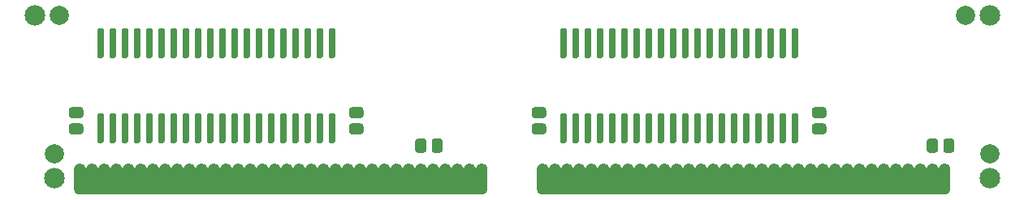
<source format=gts>
G04 #@! TF.GenerationSoftware,KiCad,Pcbnew,(5.1.10-1-10_14)*
G04 #@! TF.CreationDate,2021-07-01T18:54:41-04:00*
G04 #@! TF.ProjectId,MacVRAMSIMM,4d616356-5241-44d5-9349-4d4d2e6b6963,1.0*
G04 #@! TF.SameCoordinates,Original*
G04 #@! TF.FileFunction,Soldermask,Top*
G04 #@! TF.FilePolarity,Negative*
%FSLAX46Y46*%
G04 Gerber Fmt 4.6, Leading zero omitted, Abs format (unit mm)*
G04 Created by KiCad (PCBNEW (5.1.10-1-10_14)) date 2021-07-01 18:54:41*
%MOMM*%
%LPD*%
G01*
G04 APERTURE LIST*
%ADD10C,0.175000*%
%ADD11C,2.000000*%
%ADD12C,2.150000*%
%ADD13C,0.100000*%
G04 APERTURE END LIST*
D10*
G36*
X165735000Y-127635000D02*
G01*
X123825000Y-127635000D01*
X123317000Y-125031500D01*
X166243000Y-125031500D01*
X165735000Y-127635000D01*
G37*
X165735000Y-127635000D02*
X123825000Y-127635000D01*
X123317000Y-125031500D01*
X166243000Y-125031500D01*
X165735000Y-127635000D01*
G36*
X117475000Y-127635000D02*
G01*
X75565000Y-127635000D01*
X75057000Y-125031500D01*
X117983000Y-125031500D01*
X117475000Y-127635000D01*
G37*
X117475000Y-127635000D02*
X75565000Y-127635000D01*
X75057000Y-125031500D01*
X117983000Y-125031500D01*
X117475000Y-127635000D01*
G36*
X165735000Y-127635000D02*
G01*
X123825000Y-127635000D01*
X123317000Y-125031500D01*
X166243000Y-125031500D01*
X165735000Y-127635000D01*
G37*
X165735000Y-127635000D02*
X123825000Y-127635000D01*
X123317000Y-125031500D01*
X166243000Y-125031500D01*
X165735000Y-127635000D01*
G36*
X117475000Y-127635000D02*
G01*
X75565000Y-127635000D01*
X75057000Y-125031500D01*
X117983000Y-125031500D01*
X117475000Y-127635000D01*
G37*
X117475000Y-127635000D02*
X75565000Y-127635000D01*
X75057000Y-125031500D01*
X117983000Y-125031500D01*
X117475000Y-127635000D01*
G36*
G01*
X165139300Y-127233440D02*
X165139300Y-124988560D01*
G75*
G02*
X165615860Y-124512000I476560J0D01*
G01*
X165854140Y-124512000D01*
G75*
G02*
X166330700Y-124988560I0J-476560D01*
G01*
X166330700Y-127233440D01*
G75*
G02*
X165854140Y-127710000I-476560J0D01*
G01*
X165615860Y-127710000D01*
G75*
G02*
X165139300Y-127233440I0J476560D01*
G01*
G37*
G36*
G01*
X163869300Y-127233440D02*
X163869300Y-124988560D01*
G75*
G02*
X164345860Y-124512000I476560J0D01*
G01*
X164584140Y-124512000D01*
G75*
G02*
X165060700Y-124988560I0J-476560D01*
G01*
X165060700Y-127233440D01*
G75*
G02*
X164584140Y-127710000I-476560J0D01*
G01*
X164345860Y-127710000D01*
G75*
G02*
X163869300Y-127233440I0J476560D01*
G01*
G37*
G36*
G01*
X162599300Y-127233440D02*
X162599300Y-124988560D01*
G75*
G02*
X163075860Y-124512000I476560J0D01*
G01*
X163314140Y-124512000D01*
G75*
G02*
X163790700Y-124988560I0J-476560D01*
G01*
X163790700Y-127233440D01*
G75*
G02*
X163314140Y-127710000I-476560J0D01*
G01*
X163075860Y-127710000D01*
G75*
G02*
X162599300Y-127233440I0J476560D01*
G01*
G37*
G36*
G01*
X161329300Y-127233440D02*
X161329300Y-124988560D01*
G75*
G02*
X161805860Y-124512000I476560J0D01*
G01*
X162044140Y-124512000D01*
G75*
G02*
X162520700Y-124988560I0J-476560D01*
G01*
X162520700Y-127233440D01*
G75*
G02*
X162044140Y-127710000I-476560J0D01*
G01*
X161805860Y-127710000D01*
G75*
G02*
X161329300Y-127233440I0J476560D01*
G01*
G37*
G36*
G01*
X160059300Y-127233440D02*
X160059300Y-124988560D01*
G75*
G02*
X160535860Y-124512000I476560J0D01*
G01*
X160774140Y-124512000D01*
G75*
G02*
X161250700Y-124988560I0J-476560D01*
G01*
X161250700Y-127233440D01*
G75*
G02*
X160774140Y-127710000I-476560J0D01*
G01*
X160535860Y-127710000D01*
G75*
G02*
X160059300Y-127233440I0J476560D01*
G01*
G37*
G36*
G01*
X158789300Y-127233440D02*
X158789300Y-124988560D01*
G75*
G02*
X159265860Y-124512000I476560J0D01*
G01*
X159504140Y-124512000D01*
G75*
G02*
X159980700Y-124988560I0J-476560D01*
G01*
X159980700Y-127233440D01*
G75*
G02*
X159504140Y-127710000I-476560J0D01*
G01*
X159265860Y-127710000D01*
G75*
G02*
X158789300Y-127233440I0J476560D01*
G01*
G37*
G36*
G01*
X157519300Y-127233440D02*
X157519300Y-124988560D01*
G75*
G02*
X157995860Y-124512000I476560J0D01*
G01*
X158234140Y-124512000D01*
G75*
G02*
X158710700Y-124988560I0J-476560D01*
G01*
X158710700Y-127233440D01*
G75*
G02*
X158234140Y-127710000I-476560J0D01*
G01*
X157995860Y-127710000D01*
G75*
G02*
X157519300Y-127233440I0J476560D01*
G01*
G37*
G36*
G01*
X156249300Y-127233440D02*
X156249300Y-124988560D01*
G75*
G02*
X156725860Y-124512000I476560J0D01*
G01*
X156964140Y-124512000D01*
G75*
G02*
X157440700Y-124988560I0J-476560D01*
G01*
X157440700Y-127233440D01*
G75*
G02*
X156964140Y-127710000I-476560J0D01*
G01*
X156725860Y-127710000D01*
G75*
G02*
X156249300Y-127233440I0J476560D01*
G01*
G37*
G36*
G01*
X154979300Y-127233440D02*
X154979300Y-124988560D01*
G75*
G02*
X155455860Y-124512000I476560J0D01*
G01*
X155694140Y-124512000D01*
G75*
G02*
X156170700Y-124988560I0J-476560D01*
G01*
X156170700Y-127233440D01*
G75*
G02*
X155694140Y-127710000I-476560J0D01*
G01*
X155455860Y-127710000D01*
G75*
G02*
X154979300Y-127233440I0J476560D01*
G01*
G37*
G36*
G01*
X153709300Y-127233440D02*
X153709300Y-124988560D01*
G75*
G02*
X154185860Y-124512000I476560J0D01*
G01*
X154424140Y-124512000D01*
G75*
G02*
X154900700Y-124988560I0J-476560D01*
G01*
X154900700Y-127233440D01*
G75*
G02*
X154424140Y-127710000I-476560J0D01*
G01*
X154185860Y-127710000D01*
G75*
G02*
X153709300Y-127233440I0J476560D01*
G01*
G37*
G36*
G01*
X152439300Y-127233440D02*
X152439300Y-124988560D01*
G75*
G02*
X152915860Y-124512000I476560J0D01*
G01*
X153154140Y-124512000D01*
G75*
G02*
X153630700Y-124988560I0J-476560D01*
G01*
X153630700Y-127233440D01*
G75*
G02*
X153154140Y-127710000I-476560J0D01*
G01*
X152915860Y-127710000D01*
G75*
G02*
X152439300Y-127233440I0J476560D01*
G01*
G37*
G36*
G01*
X151169300Y-127233440D02*
X151169300Y-124988560D01*
G75*
G02*
X151645860Y-124512000I476560J0D01*
G01*
X151884140Y-124512000D01*
G75*
G02*
X152360700Y-124988560I0J-476560D01*
G01*
X152360700Y-127233440D01*
G75*
G02*
X151884140Y-127710000I-476560J0D01*
G01*
X151645860Y-127710000D01*
G75*
G02*
X151169300Y-127233440I0J476560D01*
G01*
G37*
G36*
G01*
X149899300Y-127233440D02*
X149899300Y-124988560D01*
G75*
G02*
X150375860Y-124512000I476560J0D01*
G01*
X150614140Y-124512000D01*
G75*
G02*
X151090700Y-124988560I0J-476560D01*
G01*
X151090700Y-127233440D01*
G75*
G02*
X150614140Y-127710000I-476560J0D01*
G01*
X150375860Y-127710000D01*
G75*
G02*
X149899300Y-127233440I0J476560D01*
G01*
G37*
G36*
G01*
X148629300Y-127233440D02*
X148629300Y-124988560D01*
G75*
G02*
X149105860Y-124512000I476560J0D01*
G01*
X149344140Y-124512000D01*
G75*
G02*
X149820700Y-124988560I0J-476560D01*
G01*
X149820700Y-127233440D01*
G75*
G02*
X149344140Y-127710000I-476560J0D01*
G01*
X149105860Y-127710000D01*
G75*
G02*
X148629300Y-127233440I0J476560D01*
G01*
G37*
G36*
G01*
X147359300Y-127233440D02*
X147359300Y-124988560D01*
G75*
G02*
X147835860Y-124512000I476560J0D01*
G01*
X148074140Y-124512000D01*
G75*
G02*
X148550700Y-124988560I0J-476560D01*
G01*
X148550700Y-127233440D01*
G75*
G02*
X148074140Y-127710000I-476560J0D01*
G01*
X147835860Y-127710000D01*
G75*
G02*
X147359300Y-127233440I0J476560D01*
G01*
G37*
G36*
G01*
X146089300Y-127233440D02*
X146089300Y-124988560D01*
G75*
G02*
X146565860Y-124512000I476560J0D01*
G01*
X146804140Y-124512000D01*
G75*
G02*
X147280700Y-124988560I0J-476560D01*
G01*
X147280700Y-127233440D01*
G75*
G02*
X146804140Y-127710000I-476560J0D01*
G01*
X146565860Y-127710000D01*
G75*
G02*
X146089300Y-127233440I0J476560D01*
G01*
G37*
G36*
G01*
X144819300Y-127233440D02*
X144819300Y-124988560D01*
G75*
G02*
X145295860Y-124512000I476560J0D01*
G01*
X145534140Y-124512000D01*
G75*
G02*
X146010700Y-124988560I0J-476560D01*
G01*
X146010700Y-127233440D01*
G75*
G02*
X145534140Y-127710000I-476560J0D01*
G01*
X145295860Y-127710000D01*
G75*
G02*
X144819300Y-127233440I0J476560D01*
G01*
G37*
G36*
G01*
X143549300Y-127233440D02*
X143549300Y-124988560D01*
G75*
G02*
X144025860Y-124512000I476560J0D01*
G01*
X144264140Y-124512000D01*
G75*
G02*
X144740700Y-124988560I0J-476560D01*
G01*
X144740700Y-127233440D01*
G75*
G02*
X144264140Y-127710000I-476560J0D01*
G01*
X144025860Y-127710000D01*
G75*
G02*
X143549300Y-127233440I0J476560D01*
G01*
G37*
G36*
G01*
X142279300Y-127233440D02*
X142279300Y-124988560D01*
G75*
G02*
X142755860Y-124512000I476560J0D01*
G01*
X142994140Y-124512000D01*
G75*
G02*
X143470700Y-124988560I0J-476560D01*
G01*
X143470700Y-127233440D01*
G75*
G02*
X142994140Y-127710000I-476560J0D01*
G01*
X142755860Y-127710000D01*
G75*
G02*
X142279300Y-127233440I0J476560D01*
G01*
G37*
G36*
G01*
X141009300Y-127233440D02*
X141009300Y-124988560D01*
G75*
G02*
X141485860Y-124512000I476560J0D01*
G01*
X141724140Y-124512000D01*
G75*
G02*
X142200700Y-124988560I0J-476560D01*
G01*
X142200700Y-127233440D01*
G75*
G02*
X141724140Y-127710000I-476560J0D01*
G01*
X141485860Y-127710000D01*
G75*
G02*
X141009300Y-127233440I0J476560D01*
G01*
G37*
G36*
G01*
X139739300Y-127233440D02*
X139739300Y-124988560D01*
G75*
G02*
X140215860Y-124512000I476560J0D01*
G01*
X140454140Y-124512000D01*
G75*
G02*
X140930700Y-124988560I0J-476560D01*
G01*
X140930700Y-127233440D01*
G75*
G02*
X140454140Y-127710000I-476560J0D01*
G01*
X140215860Y-127710000D01*
G75*
G02*
X139739300Y-127233440I0J476560D01*
G01*
G37*
G36*
G01*
X138469300Y-127233440D02*
X138469300Y-124988560D01*
G75*
G02*
X138945860Y-124512000I476560J0D01*
G01*
X139184140Y-124512000D01*
G75*
G02*
X139660700Y-124988560I0J-476560D01*
G01*
X139660700Y-127233440D01*
G75*
G02*
X139184140Y-127710000I-476560J0D01*
G01*
X138945860Y-127710000D01*
G75*
G02*
X138469300Y-127233440I0J476560D01*
G01*
G37*
G36*
G01*
X137199300Y-127233440D02*
X137199300Y-124988560D01*
G75*
G02*
X137675860Y-124512000I476560J0D01*
G01*
X137914140Y-124512000D01*
G75*
G02*
X138390700Y-124988560I0J-476560D01*
G01*
X138390700Y-127233440D01*
G75*
G02*
X137914140Y-127710000I-476560J0D01*
G01*
X137675860Y-127710000D01*
G75*
G02*
X137199300Y-127233440I0J476560D01*
G01*
G37*
G36*
G01*
X135929300Y-127233440D02*
X135929300Y-124988560D01*
G75*
G02*
X136405860Y-124512000I476560J0D01*
G01*
X136644140Y-124512000D01*
G75*
G02*
X137120700Y-124988560I0J-476560D01*
G01*
X137120700Y-127233440D01*
G75*
G02*
X136644140Y-127710000I-476560J0D01*
G01*
X136405860Y-127710000D01*
G75*
G02*
X135929300Y-127233440I0J476560D01*
G01*
G37*
G36*
G01*
X134659300Y-127233440D02*
X134659300Y-124988560D01*
G75*
G02*
X135135860Y-124512000I476560J0D01*
G01*
X135374140Y-124512000D01*
G75*
G02*
X135850700Y-124988560I0J-476560D01*
G01*
X135850700Y-127233440D01*
G75*
G02*
X135374140Y-127710000I-476560J0D01*
G01*
X135135860Y-127710000D01*
G75*
G02*
X134659300Y-127233440I0J476560D01*
G01*
G37*
G36*
G01*
X133389300Y-127233440D02*
X133389300Y-124988560D01*
G75*
G02*
X133865860Y-124512000I476560J0D01*
G01*
X134104140Y-124512000D01*
G75*
G02*
X134580700Y-124988560I0J-476560D01*
G01*
X134580700Y-127233440D01*
G75*
G02*
X134104140Y-127710000I-476560J0D01*
G01*
X133865860Y-127710000D01*
G75*
G02*
X133389300Y-127233440I0J476560D01*
G01*
G37*
G36*
G01*
X132119300Y-127233440D02*
X132119300Y-124988560D01*
G75*
G02*
X132595860Y-124512000I476560J0D01*
G01*
X132834140Y-124512000D01*
G75*
G02*
X133310700Y-124988560I0J-476560D01*
G01*
X133310700Y-127233440D01*
G75*
G02*
X132834140Y-127710000I-476560J0D01*
G01*
X132595860Y-127710000D01*
G75*
G02*
X132119300Y-127233440I0J476560D01*
G01*
G37*
G36*
G01*
X130849300Y-127233440D02*
X130849300Y-124988560D01*
G75*
G02*
X131325860Y-124512000I476560J0D01*
G01*
X131564140Y-124512000D01*
G75*
G02*
X132040700Y-124988560I0J-476560D01*
G01*
X132040700Y-127233440D01*
G75*
G02*
X131564140Y-127710000I-476560J0D01*
G01*
X131325860Y-127710000D01*
G75*
G02*
X130849300Y-127233440I0J476560D01*
G01*
G37*
G36*
G01*
X129579300Y-127233440D02*
X129579300Y-124988560D01*
G75*
G02*
X130055860Y-124512000I476560J0D01*
G01*
X130294140Y-124512000D01*
G75*
G02*
X130770700Y-124988560I0J-476560D01*
G01*
X130770700Y-127233440D01*
G75*
G02*
X130294140Y-127710000I-476560J0D01*
G01*
X130055860Y-127710000D01*
G75*
G02*
X129579300Y-127233440I0J476560D01*
G01*
G37*
G36*
G01*
X128309300Y-127233440D02*
X128309300Y-124988560D01*
G75*
G02*
X128785860Y-124512000I476560J0D01*
G01*
X129024140Y-124512000D01*
G75*
G02*
X129500700Y-124988560I0J-476560D01*
G01*
X129500700Y-127233440D01*
G75*
G02*
X129024140Y-127710000I-476560J0D01*
G01*
X128785860Y-127710000D01*
G75*
G02*
X128309300Y-127233440I0J476560D01*
G01*
G37*
G36*
G01*
X127039300Y-127233440D02*
X127039300Y-124988560D01*
G75*
G02*
X127515860Y-124512000I476560J0D01*
G01*
X127754140Y-124512000D01*
G75*
G02*
X128230700Y-124988560I0J-476560D01*
G01*
X128230700Y-127233440D01*
G75*
G02*
X127754140Y-127710000I-476560J0D01*
G01*
X127515860Y-127710000D01*
G75*
G02*
X127039300Y-127233440I0J476560D01*
G01*
G37*
G36*
G01*
X125769300Y-127233440D02*
X125769300Y-124988560D01*
G75*
G02*
X126245860Y-124512000I476560J0D01*
G01*
X126484140Y-124512000D01*
G75*
G02*
X126960700Y-124988560I0J-476560D01*
G01*
X126960700Y-127233440D01*
G75*
G02*
X126484140Y-127710000I-476560J0D01*
G01*
X126245860Y-127710000D01*
G75*
G02*
X125769300Y-127233440I0J476560D01*
G01*
G37*
G36*
G01*
X124499300Y-127233440D02*
X124499300Y-124988560D01*
G75*
G02*
X124975860Y-124512000I476560J0D01*
G01*
X125214140Y-124512000D01*
G75*
G02*
X125690700Y-124988560I0J-476560D01*
G01*
X125690700Y-127233440D01*
G75*
G02*
X125214140Y-127710000I-476560J0D01*
G01*
X124975860Y-127710000D01*
G75*
G02*
X124499300Y-127233440I0J476560D01*
G01*
G37*
G36*
G01*
X123229300Y-127233440D02*
X123229300Y-124988560D01*
G75*
G02*
X123705860Y-124512000I476560J0D01*
G01*
X123944140Y-124512000D01*
G75*
G02*
X124420700Y-124988560I0J-476560D01*
G01*
X124420700Y-127233440D01*
G75*
G02*
X123944140Y-127710000I-476560J0D01*
G01*
X123705860Y-127710000D01*
G75*
G02*
X123229300Y-127233440I0J476560D01*
G01*
G37*
G36*
G01*
X116879300Y-127233440D02*
X116879300Y-124988560D01*
G75*
G02*
X117355860Y-124512000I476560J0D01*
G01*
X117594140Y-124512000D01*
G75*
G02*
X118070700Y-124988560I0J-476560D01*
G01*
X118070700Y-127233440D01*
G75*
G02*
X117594140Y-127710000I-476560J0D01*
G01*
X117355860Y-127710000D01*
G75*
G02*
X116879300Y-127233440I0J476560D01*
G01*
G37*
G36*
G01*
X115609300Y-127233440D02*
X115609300Y-124988560D01*
G75*
G02*
X116085860Y-124512000I476560J0D01*
G01*
X116324140Y-124512000D01*
G75*
G02*
X116800700Y-124988560I0J-476560D01*
G01*
X116800700Y-127233440D01*
G75*
G02*
X116324140Y-127710000I-476560J0D01*
G01*
X116085860Y-127710000D01*
G75*
G02*
X115609300Y-127233440I0J476560D01*
G01*
G37*
G36*
G01*
X114339300Y-127233440D02*
X114339300Y-124988560D01*
G75*
G02*
X114815860Y-124512000I476560J0D01*
G01*
X115054140Y-124512000D01*
G75*
G02*
X115530700Y-124988560I0J-476560D01*
G01*
X115530700Y-127233440D01*
G75*
G02*
X115054140Y-127710000I-476560J0D01*
G01*
X114815860Y-127710000D01*
G75*
G02*
X114339300Y-127233440I0J476560D01*
G01*
G37*
G36*
G01*
X113069300Y-127233440D02*
X113069300Y-124988560D01*
G75*
G02*
X113545860Y-124512000I476560J0D01*
G01*
X113784140Y-124512000D01*
G75*
G02*
X114260700Y-124988560I0J-476560D01*
G01*
X114260700Y-127233440D01*
G75*
G02*
X113784140Y-127710000I-476560J0D01*
G01*
X113545860Y-127710000D01*
G75*
G02*
X113069300Y-127233440I0J476560D01*
G01*
G37*
G36*
G01*
X111799300Y-127233440D02*
X111799300Y-124988560D01*
G75*
G02*
X112275860Y-124512000I476560J0D01*
G01*
X112514140Y-124512000D01*
G75*
G02*
X112990700Y-124988560I0J-476560D01*
G01*
X112990700Y-127233440D01*
G75*
G02*
X112514140Y-127710000I-476560J0D01*
G01*
X112275860Y-127710000D01*
G75*
G02*
X111799300Y-127233440I0J476560D01*
G01*
G37*
G36*
G01*
X110529300Y-127233440D02*
X110529300Y-124988560D01*
G75*
G02*
X111005860Y-124512000I476560J0D01*
G01*
X111244140Y-124512000D01*
G75*
G02*
X111720700Y-124988560I0J-476560D01*
G01*
X111720700Y-127233440D01*
G75*
G02*
X111244140Y-127710000I-476560J0D01*
G01*
X111005860Y-127710000D01*
G75*
G02*
X110529300Y-127233440I0J476560D01*
G01*
G37*
G36*
G01*
X109259300Y-127233440D02*
X109259300Y-124988560D01*
G75*
G02*
X109735860Y-124512000I476560J0D01*
G01*
X109974140Y-124512000D01*
G75*
G02*
X110450700Y-124988560I0J-476560D01*
G01*
X110450700Y-127233440D01*
G75*
G02*
X109974140Y-127710000I-476560J0D01*
G01*
X109735860Y-127710000D01*
G75*
G02*
X109259300Y-127233440I0J476560D01*
G01*
G37*
G36*
G01*
X107989300Y-127233440D02*
X107989300Y-124988560D01*
G75*
G02*
X108465860Y-124512000I476560J0D01*
G01*
X108704140Y-124512000D01*
G75*
G02*
X109180700Y-124988560I0J-476560D01*
G01*
X109180700Y-127233440D01*
G75*
G02*
X108704140Y-127710000I-476560J0D01*
G01*
X108465860Y-127710000D01*
G75*
G02*
X107989300Y-127233440I0J476560D01*
G01*
G37*
G36*
G01*
X106719300Y-127233440D02*
X106719300Y-124988560D01*
G75*
G02*
X107195860Y-124512000I476560J0D01*
G01*
X107434140Y-124512000D01*
G75*
G02*
X107910700Y-124988560I0J-476560D01*
G01*
X107910700Y-127233440D01*
G75*
G02*
X107434140Y-127710000I-476560J0D01*
G01*
X107195860Y-127710000D01*
G75*
G02*
X106719300Y-127233440I0J476560D01*
G01*
G37*
G36*
G01*
X105449300Y-127233440D02*
X105449300Y-124988560D01*
G75*
G02*
X105925860Y-124512000I476560J0D01*
G01*
X106164140Y-124512000D01*
G75*
G02*
X106640700Y-124988560I0J-476560D01*
G01*
X106640700Y-127233440D01*
G75*
G02*
X106164140Y-127710000I-476560J0D01*
G01*
X105925860Y-127710000D01*
G75*
G02*
X105449300Y-127233440I0J476560D01*
G01*
G37*
G36*
G01*
X104179300Y-127233440D02*
X104179300Y-124988560D01*
G75*
G02*
X104655860Y-124512000I476560J0D01*
G01*
X104894140Y-124512000D01*
G75*
G02*
X105370700Y-124988560I0J-476560D01*
G01*
X105370700Y-127233440D01*
G75*
G02*
X104894140Y-127710000I-476560J0D01*
G01*
X104655860Y-127710000D01*
G75*
G02*
X104179300Y-127233440I0J476560D01*
G01*
G37*
G36*
G01*
X102909300Y-127233440D02*
X102909300Y-124988560D01*
G75*
G02*
X103385860Y-124512000I476560J0D01*
G01*
X103624140Y-124512000D01*
G75*
G02*
X104100700Y-124988560I0J-476560D01*
G01*
X104100700Y-127233440D01*
G75*
G02*
X103624140Y-127710000I-476560J0D01*
G01*
X103385860Y-127710000D01*
G75*
G02*
X102909300Y-127233440I0J476560D01*
G01*
G37*
G36*
G01*
X101639300Y-127233440D02*
X101639300Y-124988560D01*
G75*
G02*
X102115860Y-124512000I476560J0D01*
G01*
X102354140Y-124512000D01*
G75*
G02*
X102830700Y-124988560I0J-476560D01*
G01*
X102830700Y-127233440D01*
G75*
G02*
X102354140Y-127710000I-476560J0D01*
G01*
X102115860Y-127710000D01*
G75*
G02*
X101639300Y-127233440I0J476560D01*
G01*
G37*
G36*
G01*
X100369300Y-127233440D02*
X100369300Y-124988560D01*
G75*
G02*
X100845860Y-124512000I476560J0D01*
G01*
X101084140Y-124512000D01*
G75*
G02*
X101560700Y-124988560I0J-476560D01*
G01*
X101560700Y-127233440D01*
G75*
G02*
X101084140Y-127710000I-476560J0D01*
G01*
X100845860Y-127710000D01*
G75*
G02*
X100369300Y-127233440I0J476560D01*
G01*
G37*
G36*
G01*
X99099300Y-127233440D02*
X99099300Y-124988560D01*
G75*
G02*
X99575860Y-124512000I476560J0D01*
G01*
X99814140Y-124512000D01*
G75*
G02*
X100290700Y-124988560I0J-476560D01*
G01*
X100290700Y-127233440D01*
G75*
G02*
X99814140Y-127710000I-476560J0D01*
G01*
X99575860Y-127710000D01*
G75*
G02*
X99099300Y-127233440I0J476560D01*
G01*
G37*
G36*
G01*
X97829300Y-127233440D02*
X97829300Y-124988560D01*
G75*
G02*
X98305860Y-124512000I476560J0D01*
G01*
X98544140Y-124512000D01*
G75*
G02*
X99020700Y-124988560I0J-476560D01*
G01*
X99020700Y-127233440D01*
G75*
G02*
X98544140Y-127710000I-476560J0D01*
G01*
X98305860Y-127710000D01*
G75*
G02*
X97829300Y-127233440I0J476560D01*
G01*
G37*
G36*
G01*
X96559300Y-127233440D02*
X96559300Y-124988560D01*
G75*
G02*
X97035860Y-124512000I476560J0D01*
G01*
X97274140Y-124512000D01*
G75*
G02*
X97750700Y-124988560I0J-476560D01*
G01*
X97750700Y-127233440D01*
G75*
G02*
X97274140Y-127710000I-476560J0D01*
G01*
X97035860Y-127710000D01*
G75*
G02*
X96559300Y-127233440I0J476560D01*
G01*
G37*
G36*
G01*
X95289300Y-127233440D02*
X95289300Y-124988560D01*
G75*
G02*
X95765860Y-124512000I476560J0D01*
G01*
X96004140Y-124512000D01*
G75*
G02*
X96480700Y-124988560I0J-476560D01*
G01*
X96480700Y-127233440D01*
G75*
G02*
X96004140Y-127710000I-476560J0D01*
G01*
X95765860Y-127710000D01*
G75*
G02*
X95289300Y-127233440I0J476560D01*
G01*
G37*
G36*
G01*
X94019300Y-127233440D02*
X94019300Y-124988560D01*
G75*
G02*
X94495860Y-124512000I476560J0D01*
G01*
X94734140Y-124512000D01*
G75*
G02*
X95210700Y-124988560I0J-476560D01*
G01*
X95210700Y-127233440D01*
G75*
G02*
X94734140Y-127710000I-476560J0D01*
G01*
X94495860Y-127710000D01*
G75*
G02*
X94019300Y-127233440I0J476560D01*
G01*
G37*
G36*
G01*
X92749300Y-127233440D02*
X92749300Y-124988560D01*
G75*
G02*
X93225860Y-124512000I476560J0D01*
G01*
X93464140Y-124512000D01*
G75*
G02*
X93940700Y-124988560I0J-476560D01*
G01*
X93940700Y-127233440D01*
G75*
G02*
X93464140Y-127710000I-476560J0D01*
G01*
X93225860Y-127710000D01*
G75*
G02*
X92749300Y-127233440I0J476560D01*
G01*
G37*
G36*
G01*
X91479300Y-127233440D02*
X91479300Y-124988560D01*
G75*
G02*
X91955860Y-124512000I476560J0D01*
G01*
X92194140Y-124512000D01*
G75*
G02*
X92670700Y-124988560I0J-476560D01*
G01*
X92670700Y-127233440D01*
G75*
G02*
X92194140Y-127710000I-476560J0D01*
G01*
X91955860Y-127710000D01*
G75*
G02*
X91479300Y-127233440I0J476560D01*
G01*
G37*
G36*
G01*
X90209300Y-127233440D02*
X90209300Y-124988560D01*
G75*
G02*
X90685860Y-124512000I476560J0D01*
G01*
X90924140Y-124512000D01*
G75*
G02*
X91400700Y-124988560I0J-476560D01*
G01*
X91400700Y-127233440D01*
G75*
G02*
X90924140Y-127710000I-476560J0D01*
G01*
X90685860Y-127710000D01*
G75*
G02*
X90209300Y-127233440I0J476560D01*
G01*
G37*
G36*
G01*
X88939300Y-127233440D02*
X88939300Y-124988560D01*
G75*
G02*
X89415860Y-124512000I476560J0D01*
G01*
X89654140Y-124512000D01*
G75*
G02*
X90130700Y-124988560I0J-476560D01*
G01*
X90130700Y-127233440D01*
G75*
G02*
X89654140Y-127710000I-476560J0D01*
G01*
X89415860Y-127710000D01*
G75*
G02*
X88939300Y-127233440I0J476560D01*
G01*
G37*
G36*
G01*
X87669300Y-127233440D02*
X87669300Y-124988560D01*
G75*
G02*
X88145860Y-124512000I476560J0D01*
G01*
X88384140Y-124512000D01*
G75*
G02*
X88860700Y-124988560I0J-476560D01*
G01*
X88860700Y-127233440D01*
G75*
G02*
X88384140Y-127710000I-476560J0D01*
G01*
X88145860Y-127710000D01*
G75*
G02*
X87669300Y-127233440I0J476560D01*
G01*
G37*
G36*
G01*
X86399300Y-127233440D02*
X86399300Y-124988560D01*
G75*
G02*
X86875860Y-124512000I476560J0D01*
G01*
X87114140Y-124512000D01*
G75*
G02*
X87590700Y-124988560I0J-476560D01*
G01*
X87590700Y-127233440D01*
G75*
G02*
X87114140Y-127710000I-476560J0D01*
G01*
X86875860Y-127710000D01*
G75*
G02*
X86399300Y-127233440I0J476560D01*
G01*
G37*
G36*
G01*
X85129300Y-127233440D02*
X85129300Y-124988560D01*
G75*
G02*
X85605860Y-124512000I476560J0D01*
G01*
X85844140Y-124512000D01*
G75*
G02*
X86320700Y-124988560I0J-476560D01*
G01*
X86320700Y-127233440D01*
G75*
G02*
X85844140Y-127710000I-476560J0D01*
G01*
X85605860Y-127710000D01*
G75*
G02*
X85129300Y-127233440I0J476560D01*
G01*
G37*
G36*
G01*
X83859300Y-127233440D02*
X83859300Y-124988560D01*
G75*
G02*
X84335860Y-124512000I476560J0D01*
G01*
X84574140Y-124512000D01*
G75*
G02*
X85050700Y-124988560I0J-476560D01*
G01*
X85050700Y-127233440D01*
G75*
G02*
X84574140Y-127710000I-476560J0D01*
G01*
X84335860Y-127710000D01*
G75*
G02*
X83859300Y-127233440I0J476560D01*
G01*
G37*
G36*
G01*
X82589300Y-127233440D02*
X82589300Y-124988560D01*
G75*
G02*
X83065860Y-124512000I476560J0D01*
G01*
X83304140Y-124512000D01*
G75*
G02*
X83780700Y-124988560I0J-476560D01*
G01*
X83780700Y-127233440D01*
G75*
G02*
X83304140Y-127710000I-476560J0D01*
G01*
X83065860Y-127710000D01*
G75*
G02*
X82589300Y-127233440I0J476560D01*
G01*
G37*
G36*
G01*
X81319300Y-127233440D02*
X81319300Y-124988560D01*
G75*
G02*
X81795860Y-124512000I476560J0D01*
G01*
X82034140Y-124512000D01*
G75*
G02*
X82510700Y-124988560I0J-476560D01*
G01*
X82510700Y-127233440D01*
G75*
G02*
X82034140Y-127710000I-476560J0D01*
G01*
X81795860Y-127710000D01*
G75*
G02*
X81319300Y-127233440I0J476560D01*
G01*
G37*
G36*
G01*
X80049300Y-127233440D02*
X80049300Y-124988560D01*
G75*
G02*
X80525860Y-124512000I476560J0D01*
G01*
X80764140Y-124512000D01*
G75*
G02*
X81240700Y-124988560I0J-476560D01*
G01*
X81240700Y-127233440D01*
G75*
G02*
X80764140Y-127710000I-476560J0D01*
G01*
X80525860Y-127710000D01*
G75*
G02*
X80049300Y-127233440I0J476560D01*
G01*
G37*
G36*
G01*
X78779300Y-127233440D02*
X78779300Y-124988560D01*
G75*
G02*
X79255860Y-124512000I476560J0D01*
G01*
X79494140Y-124512000D01*
G75*
G02*
X79970700Y-124988560I0J-476560D01*
G01*
X79970700Y-127233440D01*
G75*
G02*
X79494140Y-127710000I-476560J0D01*
G01*
X79255860Y-127710000D01*
G75*
G02*
X78779300Y-127233440I0J476560D01*
G01*
G37*
G36*
G01*
X77509300Y-127233440D02*
X77509300Y-124988560D01*
G75*
G02*
X77985860Y-124512000I476560J0D01*
G01*
X78224140Y-124512000D01*
G75*
G02*
X78700700Y-124988560I0J-476560D01*
G01*
X78700700Y-127233440D01*
G75*
G02*
X78224140Y-127710000I-476560J0D01*
G01*
X77985860Y-127710000D01*
G75*
G02*
X77509300Y-127233440I0J476560D01*
G01*
G37*
G36*
G01*
X76239300Y-127233440D02*
X76239300Y-124988560D01*
G75*
G02*
X76715860Y-124512000I476560J0D01*
G01*
X76954140Y-124512000D01*
G75*
G02*
X77430700Y-124988560I0J-476560D01*
G01*
X77430700Y-127233440D01*
G75*
G02*
X76954140Y-127710000I-476560J0D01*
G01*
X76715860Y-127710000D01*
G75*
G02*
X76239300Y-127233440I0J476560D01*
G01*
G37*
G36*
G01*
X74969300Y-127233440D02*
X74969300Y-124988560D01*
G75*
G02*
X75445860Y-124512000I476560J0D01*
G01*
X75684140Y-124512000D01*
G75*
G02*
X76160700Y-124988560I0J-476560D01*
G01*
X76160700Y-127233440D01*
G75*
G02*
X75684140Y-127710000I-476560J0D01*
G01*
X75445860Y-127710000D01*
G75*
G02*
X74969300Y-127233440I0J476560D01*
G01*
G37*
G36*
G01*
X163890000Y-123081000D02*
X163890000Y-122156000D01*
G75*
G02*
X164177500Y-121868500I287500J0D01*
G01*
X164752500Y-121868500D01*
G75*
G02*
X165040000Y-122156000I0J-287500D01*
G01*
X165040000Y-123081000D01*
G75*
G02*
X164752500Y-123368500I-287500J0D01*
G01*
X164177500Y-123368500D01*
G75*
G02*
X163890000Y-123081000I0J287500D01*
G01*
G37*
G36*
G01*
X165590000Y-123081000D02*
X165590000Y-122156000D01*
G75*
G02*
X165877500Y-121868500I287500J0D01*
G01*
X166452500Y-121868500D01*
G75*
G02*
X166740000Y-122156000I0J-287500D01*
G01*
X166740000Y-123081000D01*
G75*
G02*
X166452500Y-123368500I-287500J0D01*
G01*
X165877500Y-123368500D01*
G75*
G02*
X165590000Y-123081000I0J287500D01*
G01*
G37*
G36*
G01*
X112250000Y-123081000D02*
X112250000Y-122156000D01*
G75*
G02*
X112537500Y-121868500I287500J0D01*
G01*
X113112500Y-121868500D01*
G75*
G02*
X113400000Y-122156000I0J-287500D01*
G01*
X113400000Y-123081000D01*
G75*
G02*
X113112500Y-123368500I-287500J0D01*
G01*
X112537500Y-123368500D01*
G75*
G02*
X112250000Y-123081000I0J287500D01*
G01*
G37*
G36*
G01*
X110550000Y-123081000D02*
X110550000Y-122156000D01*
G75*
G02*
X110837500Y-121868500I287500J0D01*
G01*
X111412500Y-121868500D01*
G75*
G02*
X111700000Y-122156000I0J-287500D01*
G01*
X111700000Y-123081000D01*
G75*
G02*
X111412500Y-123368500I-287500J0D01*
G01*
X110837500Y-123368500D01*
G75*
G02*
X110550000Y-123081000I0J287500D01*
G01*
G37*
G36*
G01*
X75646500Y-121440000D02*
X74721500Y-121440000D01*
G75*
G02*
X74434000Y-121152500I0J287500D01*
G01*
X74434000Y-120577500D01*
G75*
G02*
X74721500Y-120290000I287500J0D01*
G01*
X75646500Y-120290000D01*
G75*
G02*
X75934000Y-120577500I0J-287500D01*
G01*
X75934000Y-121152500D01*
G75*
G02*
X75646500Y-121440000I-287500J0D01*
G01*
G37*
G36*
G01*
X75646500Y-119740000D02*
X74721500Y-119740000D01*
G75*
G02*
X74434000Y-119452500I0J287500D01*
G01*
X74434000Y-118877500D01*
G75*
G02*
X74721500Y-118590000I287500J0D01*
G01*
X75646500Y-118590000D01*
G75*
G02*
X75934000Y-118877500I0J-287500D01*
G01*
X75934000Y-119452500D01*
G75*
G02*
X75646500Y-119740000I-287500J0D01*
G01*
G37*
G36*
G01*
X153116500Y-119740000D02*
X152191500Y-119740000D01*
G75*
G02*
X151904000Y-119452500I0J287500D01*
G01*
X151904000Y-118877500D01*
G75*
G02*
X152191500Y-118590000I287500J0D01*
G01*
X153116500Y-118590000D01*
G75*
G02*
X153404000Y-118877500I0J-287500D01*
G01*
X153404000Y-119452500D01*
G75*
G02*
X153116500Y-119740000I-287500J0D01*
G01*
G37*
G36*
G01*
X153116500Y-121440000D02*
X152191500Y-121440000D01*
G75*
G02*
X151904000Y-121152500I0J287500D01*
G01*
X151904000Y-120577500D01*
G75*
G02*
X152191500Y-120290000I287500J0D01*
G01*
X153116500Y-120290000D01*
G75*
G02*
X153404000Y-120577500I0J-287500D01*
G01*
X153404000Y-121152500D01*
G75*
G02*
X153116500Y-121440000I-287500J0D01*
G01*
G37*
G36*
G01*
X123906500Y-119740000D02*
X122981500Y-119740000D01*
G75*
G02*
X122694000Y-119452500I0J287500D01*
G01*
X122694000Y-118877500D01*
G75*
G02*
X122981500Y-118590000I287500J0D01*
G01*
X123906500Y-118590000D01*
G75*
G02*
X124194000Y-118877500I0J-287500D01*
G01*
X124194000Y-119452500D01*
G75*
G02*
X123906500Y-119740000I-287500J0D01*
G01*
G37*
G36*
G01*
X123906500Y-121440000D02*
X122981500Y-121440000D01*
G75*
G02*
X122694000Y-121152500I0J287500D01*
G01*
X122694000Y-120577500D01*
G75*
G02*
X122981500Y-120290000I287500J0D01*
G01*
X123906500Y-120290000D01*
G75*
G02*
X124194000Y-120577500I0J-287500D01*
G01*
X124194000Y-121152500D01*
G75*
G02*
X123906500Y-121440000I-287500J0D01*
G01*
G37*
D11*
X72898000Y-123444000D03*
X170434000Y-123444000D03*
X167894000Y-108966000D03*
X73406000Y-108966000D03*
D12*
X72898000Y-125984000D03*
X170434000Y-125984000D03*
X70866000Y-108966000D03*
X170434000Y-108966000D03*
G36*
G01*
X104856500Y-121440000D02*
X103931500Y-121440000D01*
G75*
G02*
X103644000Y-121152500I0J287500D01*
G01*
X103644000Y-120577500D01*
G75*
G02*
X103931500Y-120290000I287500J0D01*
G01*
X104856500Y-120290000D01*
G75*
G02*
X105144000Y-120577500I0J-287500D01*
G01*
X105144000Y-121152500D01*
G75*
G02*
X104856500Y-121440000I-287500J0D01*
G01*
G37*
G36*
G01*
X104856500Y-119740000D02*
X103931500Y-119740000D01*
G75*
G02*
X103644000Y-119452500I0J287500D01*
G01*
X103644000Y-118877500D01*
G75*
G02*
X103931500Y-118590000I287500J0D01*
G01*
X104856500Y-118590000D01*
G75*
G02*
X105144000Y-118877500I0J-287500D01*
G01*
X105144000Y-119452500D01*
G75*
G02*
X104856500Y-119740000I-287500J0D01*
G01*
G37*
G36*
G01*
X79169000Y-113461000D02*
X78819000Y-113461000D01*
G75*
G02*
X78644000Y-113286000I0J175000D01*
G01*
X78644000Y-110488000D01*
G75*
G02*
X78819000Y-110313000I175000J0D01*
G01*
X79169000Y-110313000D01*
G75*
G02*
X79344000Y-110488000I0J-175000D01*
G01*
X79344000Y-113286000D01*
G75*
G02*
X79169000Y-113461000I-175000J0D01*
G01*
G37*
G36*
G01*
X77899000Y-113461000D02*
X77549000Y-113461000D01*
G75*
G02*
X77374000Y-113286000I0J175000D01*
G01*
X77374000Y-110488000D01*
G75*
G02*
X77549000Y-110313000I175000J0D01*
G01*
X77899000Y-110313000D01*
G75*
G02*
X78074000Y-110488000I0J-175000D01*
G01*
X78074000Y-113286000D01*
G75*
G02*
X77899000Y-113461000I-175000J0D01*
G01*
G37*
G36*
G01*
X80439000Y-113461000D02*
X80089000Y-113461000D01*
G75*
G02*
X79914000Y-113286000I0J175000D01*
G01*
X79914000Y-110488000D01*
G75*
G02*
X80089000Y-110313000I175000J0D01*
G01*
X80439000Y-110313000D01*
G75*
G02*
X80614000Y-110488000I0J-175000D01*
G01*
X80614000Y-113286000D01*
G75*
G02*
X80439000Y-113461000I-175000J0D01*
G01*
G37*
G36*
G01*
X81709000Y-113461000D02*
X81359000Y-113461000D01*
G75*
G02*
X81184000Y-113286000I0J175000D01*
G01*
X81184000Y-110488000D01*
G75*
G02*
X81359000Y-110313000I175000J0D01*
G01*
X81709000Y-110313000D01*
G75*
G02*
X81884000Y-110488000I0J-175000D01*
G01*
X81884000Y-113286000D01*
G75*
G02*
X81709000Y-113461000I-175000J0D01*
G01*
G37*
G36*
G01*
X85519000Y-113461000D02*
X85169000Y-113461000D01*
G75*
G02*
X84994000Y-113286000I0J175000D01*
G01*
X84994000Y-110488000D01*
G75*
G02*
X85169000Y-110313000I175000J0D01*
G01*
X85519000Y-110313000D01*
G75*
G02*
X85694000Y-110488000I0J-175000D01*
G01*
X85694000Y-113286000D01*
G75*
G02*
X85519000Y-113461000I-175000J0D01*
G01*
G37*
G36*
G01*
X86789000Y-113461000D02*
X86439000Y-113461000D01*
G75*
G02*
X86264000Y-113286000I0J175000D01*
G01*
X86264000Y-110488000D01*
G75*
G02*
X86439000Y-110313000I175000J0D01*
G01*
X86789000Y-110313000D01*
G75*
G02*
X86964000Y-110488000I0J-175000D01*
G01*
X86964000Y-113286000D01*
G75*
G02*
X86789000Y-113461000I-175000J0D01*
G01*
G37*
G36*
G01*
X88059000Y-113461000D02*
X87709000Y-113461000D01*
G75*
G02*
X87534000Y-113286000I0J175000D01*
G01*
X87534000Y-110488000D01*
G75*
G02*
X87709000Y-110313000I175000J0D01*
G01*
X88059000Y-110313000D01*
G75*
G02*
X88234000Y-110488000I0J-175000D01*
G01*
X88234000Y-113286000D01*
G75*
G02*
X88059000Y-113461000I-175000J0D01*
G01*
G37*
G36*
G01*
X89329000Y-113461000D02*
X88979000Y-113461000D01*
G75*
G02*
X88804000Y-113286000I0J175000D01*
G01*
X88804000Y-110488000D01*
G75*
G02*
X88979000Y-110313000I175000J0D01*
G01*
X89329000Y-110313000D01*
G75*
G02*
X89504000Y-110488000I0J-175000D01*
G01*
X89504000Y-113286000D01*
G75*
G02*
X89329000Y-113461000I-175000J0D01*
G01*
G37*
G36*
G01*
X90599000Y-113461000D02*
X90249000Y-113461000D01*
G75*
G02*
X90074000Y-113286000I0J175000D01*
G01*
X90074000Y-110488000D01*
G75*
G02*
X90249000Y-110313000I175000J0D01*
G01*
X90599000Y-110313000D01*
G75*
G02*
X90774000Y-110488000I0J-175000D01*
G01*
X90774000Y-113286000D01*
G75*
G02*
X90599000Y-113461000I-175000J0D01*
G01*
G37*
G36*
G01*
X91869000Y-113461000D02*
X91519000Y-113461000D01*
G75*
G02*
X91344000Y-113286000I0J175000D01*
G01*
X91344000Y-110488000D01*
G75*
G02*
X91519000Y-110313000I175000J0D01*
G01*
X91869000Y-110313000D01*
G75*
G02*
X92044000Y-110488000I0J-175000D01*
G01*
X92044000Y-113286000D01*
G75*
G02*
X91869000Y-113461000I-175000J0D01*
G01*
G37*
G36*
G01*
X84249000Y-113461000D02*
X83899000Y-113461000D01*
G75*
G02*
X83724000Y-113286000I0J175000D01*
G01*
X83724000Y-110488000D01*
G75*
G02*
X83899000Y-110313000I175000J0D01*
G01*
X84249000Y-110313000D01*
G75*
G02*
X84424000Y-110488000I0J-175000D01*
G01*
X84424000Y-113286000D01*
G75*
G02*
X84249000Y-113461000I-175000J0D01*
G01*
G37*
G36*
G01*
X82979000Y-113461000D02*
X82629000Y-113461000D01*
G75*
G02*
X82454000Y-113286000I0J175000D01*
G01*
X82454000Y-110488000D01*
G75*
G02*
X82629000Y-110313000I175000J0D01*
G01*
X82979000Y-110313000D01*
G75*
G02*
X83154000Y-110488000I0J-175000D01*
G01*
X83154000Y-113286000D01*
G75*
G02*
X82979000Y-113461000I-175000J0D01*
G01*
G37*
G36*
G01*
X102029000Y-122351000D02*
X101679000Y-122351000D01*
G75*
G02*
X101504000Y-122176000I0J175000D01*
G01*
X101504000Y-119378000D01*
G75*
G02*
X101679000Y-119203000I175000J0D01*
G01*
X102029000Y-119203000D01*
G75*
G02*
X102204000Y-119378000I0J-175000D01*
G01*
X102204000Y-122176000D01*
G75*
G02*
X102029000Y-122351000I-175000J0D01*
G01*
G37*
G36*
G01*
X100759000Y-122351000D02*
X100409000Y-122351000D01*
G75*
G02*
X100234000Y-122176000I0J175000D01*
G01*
X100234000Y-119378000D01*
G75*
G02*
X100409000Y-119203000I175000J0D01*
G01*
X100759000Y-119203000D01*
G75*
G02*
X100934000Y-119378000I0J-175000D01*
G01*
X100934000Y-122176000D01*
G75*
G02*
X100759000Y-122351000I-175000J0D01*
G01*
G37*
G36*
G01*
X99489000Y-122351000D02*
X99139000Y-122351000D01*
G75*
G02*
X98964000Y-122176000I0J175000D01*
G01*
X98964000Y-119378000D01*
G75*
G02*
X99139000Y-119203000I175000J0D01*
G01*
X99489000Y-119203000D01*
G75*
G02*
X99664000Y-119378000I0J-175000D01*
G01*
X99664000Y-122176000D01*
G75*
G02*
X99489000Y-122351000I-175000J0D01*
G01*
G37*
G36*
G01*
X98219000Y-122351000D02*
X97869000Y-122351000D01*
G75*
G02*
X97694000Y-122176000I0J175000D01*
G01*
X97694000Y-119378000D01*
G75*
G02*
X97869000Y-119203000I175000J0D01*
G01*
X98219000Y-119203000D01*
G75*
G02*
X98394000Y-119378000I0J-175000D01*
G01*
X98394000Y-122176000D01*
G75*
G02*
X98219000Y-122351000I-175000J0D01*
G01*
G37*
G36*
G01*
X96949000Y-122351000D02*
X96599000Y-122351000D01*
G75*
G02*
X96424000Y-122176000I0J175000D01*
G01*
X96424000Y-119378000D01*
G75*
G02*
X96599000Y-119203000I175000J0D01*
G01*
X96949000Y-119203000D01*
G75*
G02*
X97124000Y-119378000I0J-175000D01*
G01*
X97124000Y-122176000D01*
G75*
G02*
X96949000Y-122351000I-175000J0D01*
G01*
G37*
G36*
G01*
X95679000Y-122351000D02*
X95329000Y-122351000D01*
G75*
G02*
X95154000Y-122176000I0J175000D01*
G01*
X95154000Y-119378000D01*
G75*
G02*
X95329000Y-119203000I175000J0D01*
G01*
X95679000Y-119203000D01*
G75*
G02*
X95854000Y-119378000I0J-175000D01*
G01*
X95854000Y-122176000D01*
G75*
G02*
X95679000Y-122351000I-175000J0D01*
G01*
G37*
G36*
G01*
X85519000Y-122351000D02*
X85169000Y-122351000D01*
G75*
G02*
X84994000Y-122176000I0J175000D01*
G01*
X84994000Y-119378000D01*
G75*
G02*
X85169000Y-119203000I175000J0D01*
G01*
X85519000Y-119203000D01*
G75*
G02*
X85694000Y-119378000I0J-175000D01*
G01*
X85694000Y-122176000D01*
G75*
G02*
X85519000Y-122351000I-175000J0D01*
G01*
G37*
G36*
G01*
X95679000Y-113461000D02*
X95329000Y-113461000D01*
G75*
G02*
X95154000Y-113286000I0J175000D01*
G01*
X95154000Y-110488000D01*
G75*
G02*
X95329000Y-110313000I175000J0D01*
G01*
X95679000Y-110313000D01*
G75*
G02*
X95854000Y-110488000I0J-175000D01*
G01*
X95854000Y-113286000D01*
G75*
G02*
X95679000Y-113461000I-175000J0D01*
G01*
G37*
G36*
G01*
X96949000Y-113461000D02*
X96599000Y-113461000D01*
G75*
G02*
X96424000Y-113286000I0J175000D01*
G01*
X96424000Y-110488000D01*
G75*
G02*
X96599000Y-110313000I175000J0D01*
G01*
X96949000Y-110313000D01*
G75*
G02*
X97124000Y-110488000I0J-175000D01*
G01*
X97124000Y-113286000D01*
G75*
G02*
X96949000Y-113461000I-175000J0D01*
G01*
G37*
G36*
G01*
X98219000Y-113461000D02*
X97869000Y-113461000D01*
G75*
G02*
X97694000Y-113286000I0J175000D01*
G01*
X97694000Y-110488000D01*
G75*
G02*
X97869000Y-110313000I175000J0D01*
G01*
X98219000Y-110313000D01*
G75*
G02*
X98394000Y-110488000I0J-175000D01*
G01*
X98394000Y-113286000D01*
G75*
G02*
X98219000Y-113461000I-175000J0D01*
G01*
G37*
G36*
G01*
X99489000Y-113461000D02*
X99139000Y-113461000D01*
G75*
G02*
X98964000Y-113286000I0J175000D01*
G01*
X98964000Y-110488000D01*
G75*
G02*
X99139000Y-110313000I175000J0D01*
G01*
X99489000Y-110313000D01*
G75*
G02*
X99664000Y-110488000I0J-175000D01*
G01*
X99664000Y-113286000D01*
G75*
G02*
X99489000Y-113461000I-175000J0D01*
G01*
G37*
G36*
G01*
X100759000Y-113461000D02*
X100409000Y-113461000D01*
G75*
G02*
X100234000Y-113286000I0J175000D01*
G01*
X100234000Y-110488000D01*
G75*
G02*
X100409000Y-110313000I175000J0D01*
G01*
X100759000Y-110313000D01*
G75*
G02*
X100934000Y-110488000I0J-175000D01*
G01*
X100934000Y-113286000D01*
G75*
G02*
X100759000Y-113461000I-175000J0D01*
G01*
G37*
G36*
G01*
X93139000Y-122351000D02*
X92789000Y-122351000D01*
G75*
G02*
X92614000Y-122176000I0J175000D01*
G01*
X92614000Y-119378000D01*
G75*
G02*
X92789000Y-119203000I175000J0D01*
G01*
X93139000Y-119203000D01*
G75*
G02*
X93314000Y-119378000I0J-175000D01*
G01*
X93314000Y-122176000D01*
G75*
G02*
X93139000Y-122351000I-175000J0D01*
G01*
G37*
G36*
G01*
X91869000Y-122351000D02*
X91519000Y-122351000D01*
G75*
G02*
X91344000Y-122176000I0J175000D01*
G01*
X91344000Y-119378000D01*
G75*
G02*
X91519000Y-119203000I175000J0D01*
G01*
X91869000Y-119203000D01*
G75*
G02*
X92044000Y-119378000I0J-175000D01*
G01*
X92044000Y-122176000D01*
G75*
G02*
X91869000Y-122351000I-175000J0D01*
G01*
G37*
G36*
G01*
X90599000Y-122351000D02*
X90249000Y-122351000D01*
G75*
G02*
X90074000Y-122176000I0J175000D01*
G01*
X90074000Y-119378000D01*
G75*
G02*
X90249000Y-119203000I175000J0D01*
G01*
X90599000Y-119203000D01*
G75*
G02*
X90774000Y-119378000I0J-175000D01*
G01*
X90774000Y-122176000D01*
G75*
G02*
X90599000Y-122351000I-175000J0D01*
G01*
G37*
G36*
G01*
X89329000Y-122351000D02*
X88979000Y-122351000D01*
G75*
G02*
X88804000Y-122176000I0J175000D01*
G01*
X88804000Y-119378000D01*
G75*
G02*
X88979000Y-119203000I175000J0D01*
G01*
X89329000Y-119203000D01*
G75*
G02*
X89504000Y-119378000I0J-175000D01*
G01*
X89504000Y-122176000D01*
G75*
G02*
X89329000Y-122351000I-175000J0D01*
G01*
G37*
G36*
G01*
X88059000Y-122351000D02*
X87709000Y-122351000D01*
G75*
G02*
X87534000Y-122176000I0J175000D01*
G01*
X87534000Y-119378000D01*
G75*
G02*
X87709000Y-119203000I175000J0D01*
G01*
X88059000Y-119203000D01*
G75*
G02*
X88234000Y-119378000I0J-175000D01*
G01*
X88234000Y-122176000D01*
G75*
G02*
X88059000Y-122351000I-175000J0D01*
G01*
G37*
G36*
G01*
X82979000Y-122351000D02*
X82629000Y-122351000D01*
G75*
G02*
X82454000Y-122176000I0J175000D01*
G01*
X82454000Y-119378000D01*
G75*
G02*
X82629000Y-119203000I175000J0D01*
G01*
X82979000Y-119203000D01*
G75*
G02*
X83154000Y-119378000I0J-175000D01*
G01*
X83154000Y-122176000D01*
G75*
G02*
X82979000Y-122351000I-175000J0D01*
G01*
G37*
G36*
G01*
X81709000Y-122351000D02*
X81359000Y-122351000D01*
G75*
G02*
X81184000Y-122176000I0J175000D01*
G01*
X81184000Y-119378000D01*
G75*
G02*
X81359000Y-119203000I175000J0D01*
G01*
X81709000Y-119203000D01*
G75*
G02*
X81884000Y-119378000I0J-175000D01*
G01*
X81884000Y-122176000D01*
G75*
G02*
X81709000Y-122351000I-175000J0D01*
G01*
G37*
G36*
G01*
X80439000Y-122351000D02*
X80089000Y-122351000D01*
G75*
G02*
X79914000Y-122176000I0J175000D01*
G01*
X79914000Y-119378000D01*
G75*
G02*
X80089000Y-119203000I175000J0D01*
G01*
X80439000Y-119203000D01*
G75*
G02*
X80614000Y-119378000I0J-175000D01*
G01*
X80614000Y-122176000D01*
G75*
G02*
X80439000Y-122351000I-175000J0D01*
G01*
G37*
G36*
G01*
X79169000Y-122351000D02*
X78819000Y-122351000D01*
G75*
G02*
X78644000Y-122176000I0J175000D01*
G01*
X78644000Y-119378000D01*
G75*
G02*
X78819000Y-119203000I175000J0D01*
G01*
X79169000Y-119203000D01*
G75*
G02*
X79344000Y-119378000I0J-175000D01*
G01*
X79344000Y-122176000D01*
G75*
G02*
X79169000Y-122351000I-175000J0D01*
G01*
G37*
G36*
G01*
X77899000Y-122351000D02*
X77549000Y-122351000D01*
G75*
G02*
X77374000Y-122176000I0J175000D01*
G01*
X77374000Y-119378000D01*
G75*
G02*
X77549000Y-119203000I175000J0D01*
G01*
X77899000Y-119203000D01*
G75*
G02*
X78074000Y-119378000I0J-175000D01*
G01*
X78074000Y-122176000D01*
G75*
G02*
X77899000Y-122351000I-175000J0D01*
G01*
G37*
G36*
G01*
X102029000Y-113461000D02*
X101679000Y-113461000D01*
G75*
G02*
X101504000Y-113286000I0J175000D01*
G01*
X101504000Y-110488000D01*
G75*
G02*
X101679000Y-110313000I175000J0D01*
G01*
X102029000Y-110313000D01*
G75*
G02*
X102204000Y-110488000I0J-175000D01*
G01*
X102204000Y-113286000D01*
G75*
G02*
X102029000Y-113461000I-175000J0D01*
G01*
G37*
G36*
G01*
X84249000Y-122351000D02*
X83899000Y-122351000D01*
G75*
G02*
X83724000Y-122176000I0J175000D01*
G01*
X83724000Y-119378000D01*
G75*
G02*
X83899000Y-119203000I175000J0D01*
G01*
X84249000Y-119203000D01*
G75*
G02*
X84424000Y-119378000I0J-175000D01*
G01*
X84424000Y-122176000D01*
G75*
G02*
X84249000Y-122351000I-175000J0D01*
G01*
G37*
G36*
G01*
X86789000Y-122351000D02*
X86439000Y-122351000D01*
G75*
G02*
X86264000Y-122176000I0J175000D01*
G01*
X86264000Y-119378000D01*
G75*
G02*
X86439000Y-119203000I175000J0D01*
G01*
X86789000Y-119203000D01*
G75*
G02*
X86964000Y-119378000I0J-175000D01*
G01*
X86964000Y-122176000D01*
G75*
G02*
X86789000Y-122351000I-175000J0D01*
G01*
G37*
G36*
G01*
X94409000Y-122351000D02*
X94059000Y-122351000D01*
G75*
G02*
X93884000Y-122176000I0J175000D01*
G01*
X93884000Y-119378000D01*
G75*
G02*
X94059000Y-119203000I175000J0D01*
G01*
X94409000Y-119203000D01*
G75*
G02*
X94584000Y-119378000I0J-175000D01*
G01*
X94584000Y-122176000D01*
G75*
G02*
X94409000Y-122351000I-175000J0D01*
G01*
G37*
G36*
G01*
X94409000Y-113461000D02*
X94059000Y-113461000D01*
G75*
G02*
X93884000Y-113286000I0J175000D01*
G01*
X93884000Y-110488000D01*
G75*
G02*
X94059000Y-110313000I175000J0D01*
G01*
X94409000Y-110313000D01*
G75*
G02*
X94584000Y-110488000I0J-175000D01*
G01*
X94584000Y-113286000D01*
G75*
G02*
X94409000Y-113461000I-175000J0D01*
G01*
G37*
G36*
G01*
X93139000Y-113461000D02*
X92789000Y-113461000D01*
G75*
G02*
X92614000Y-113286000I0J175000D01*
G01*
X92614000Y-110488000D01*
G75*
G02*
X92789000Y-110313000I175000J0D01*
G01*
X93139000Y-110313000D01*
G75*
G02*
X93314000Y-110488000I0J-175000D01*
G01*
X93314000Y-113286000D01*
G75*
G02*
X93139000Y-113461000I-175000J0D01*
G01*
G37*
G36*
G01*
X141399000Y-113461000D02*
X141049000Y-113461000D01*
G75*
G02*
X140874000Y-113286000I0J175000D01*
G01*
X140874000Y-110488000D01*
G75*
G02*
X141049000Y-110313000I175000J0D01*
G01*
X141399000Y-110313000D01*
G75*
G02*
X141574000Y-110488000I0J-175000D01*
G01*
X141574000Y-113286000D01*
G75*
G02*
X141399000Y-113461000I-175000J0D01*
G01*
G37*
G36*
G01*
X142669000Y-113461000D02*
X142319000Y-113461000D01*
G75*
G02*
X142144000Y-113286000I0J175000D01*
G01*
X142144000Y-110488000D01*
G75*
G02*
X142319000Y-110313000I175000J0D01*
G01*
X142669000Y-110313000D01*
G75*
G02*
X142844000Y-110488000I0J-175000D01*
G01*
X142844000Y-113286000D01*
G75*
G02*
X142669000Y-113461000I-175000J0D01*
G01*
G37*
G36*
G01*
X142669000Y-122351000D02*
X142319000Y-122351000D01*
G75*
G02*
X142144000Y-122176000I0J175000D01*
G01*
X142144000Y-119378000D01*
G75*
G02*
X142319000Y-119203000I175000J0D01*
G01*
X142669000Y-119203000D01*
G75*
G02*
X142844000Y-119378000I0J-175000D01*
G01*
X142844000Y-122176000D01*
G75*
G02*
X142669000Y-122351000I-175000J0D01*
G01*
G37*
G36*
G01*
X135049000Y-122351000D02*
X134699000Y-122351000D01*
G75*
G02*
X134524000Y-122176000I0J175000D01*
G01*
X134524000Y-119378000D01*
G75*
G02*
X134699000Y-119203000I175000J0D01*
G01*
X135049000Y-119203000D01*
G75*
G02*
X135224000Y-119378000I0J-175000D01*
G01*
X135224000Y-122176000D01*
G75*
G02*
X135049000Y-122351000I-175000J0D01*
G01*
G37*
G36*
G01*
X132509000Y-122351000D02*
X132159000Y-122351000D01*
G75*
G02*
X131984000Y-122176000I0J175000D01*
G01*
X131984000Y-119378000D01*
G75*
G02*
X132159000Y-119203000I175000J0D01*
G01*
X132509000Y-119203000D01*
G75*
G02*
X132684000Y-119378000I0J-175000D01*
G01*
X132684000Y-122176000D01*
G75*
G02*
X132509000Y-122351000I-175000J0D01*
G01*
G37*
G36*
G01*
X150289000Y-113461000D02*
X149939000Y-113461000D01*
G75*
G02*
X149764000Y-113286000I0J175000D01*
G01*
X149764000Y-110488000D01*
G75*
G02*
X149939000Y-110313000I175000J0D01*
G01*
X150289000Y-110313000D01*
G75*
G02*
X150464000Y-110488000I0J-175000D01*
G01*
X150464000Y-113286000D01*
G75*
G02*
X150289000Y-113461000I-175000J0D01*
G01*
G37*
G36*
G01*
X126159000Y-122351000D02*
X125809000Y-122351000D01*
G75*
G02*
X125634000Y-122176000I0J175000D01*
G01*
X125634000Y-119378000D01*
G75*
G02*
X125809000Y-119203000I175000J0D01*
G01*
X126159000Y-119203000D01*
G75*
G02*
X126334000Y-119378000I0J-175000D01*
G01*
X126334000Y-122176000D01*
G75*
G02*
X126159000Y-122351000I-175000J0D01*
G01*
G37*
G36*
G01*
X127429000Y-122351000D02*
X127079000Y-122351000D01*
G75*
G02*
X126904000Y-122176000I0J175000D01*
G01*
X126904000Y-119378000D01*
G75*
G02*
X127079000Y-119203000I175000J0D01*
G01*
X127429000Y-119203000D01*
G75*
G02*
X127604000Y-119378000I0J-175000D01*
G01*
X127604000Y-122176000D01*
G75*
G02*
X127429000Y-122351000I-175000J0D01*
G01*
G37*
G36*
G01*
X128699000Y-122351000D02*
X128349000Y-122351000D01*
G75*
G02*
X128174000Y-122176000I0J175000D01*
G01*
X128174000Y-119378000D01*
G75*
G02*
X128349000Y-119203000I175000J0D01*
G01*
X128699000Y-119203000D01*
G75*
G02*
X128874000Y-119378000I0J-175000D01*
G01*
X128874000Y-122176000D01*
G75*
G02*
X128699000Y-122351000I-175000J0D01*
G01*
G37*
G36*
G01*
X129969000Y-122351000D02*
X129619000Y-122351000D01*
G75*
G02*
X129444000Y-122176000I0J175000D01*
G01*
X129444000Y-119378000D01*
G75*
G02*
X129619000Y-119203000I175000J0D01*
G01*
X129969000Y-119203000D01*
G75*
G02*
X130144000Y-119378000I0J-175000D01*
G01*
X130144000Y-122176000D01*
G75*
G02*
X129969000Y-122351000I-175000J0D01*
G01*
G37*
G36*
G01*
X131239000Y-122351000D02*
X130889000Y-122351000D01*
G75*
G02*
X130714000Y-122176000I0J175000D01*
G01*
X130714000Y-119378000D01*
G75*
G02*
X130889000Y-119203000I175000J0D01*
G01*
X131239000Y-119203000D01*
G75*
G02*
X131414000Y-119378000I0J-175000D01*
G01*
X131414000Y-122176000D01*
G75*
G02*
X131239000Y-122351000I-175000J0D01*
G01*
G37*
G36*
G01*
X136319000Y-122351000D02*
X135969000Y-122351000D01*
G75*
G02*
X135794000Y-122176000I0J175000D01*
G01*
X135794000Y-119378000D01*
G75*
G02*
X135969000Y-119203000I175000J0D01*
G01*
X136319000Y-119203000D01*
G75*
G02*
X136494000Y-119378000I0J-175000D01*
G01*
X136494000Y-122176000D01*
G75*
G02*
X136319000Y-122351000I-175000J0D01*
G01*
G37*
G36*
G01*
X137589000Y-122351000D02*
X137239000Y-122351000D01*
G75*
G02*
X137064000Y-122176000I0J175000D01*
G01*
X137064000Y-119378000D01*
G75*
G02*
X137239000Y-119203000I175000J0D01*
G01*
X137589000Y-119203000D01*
G75*
G02*
X137764000Y-119378000I0J-175000D01*
G01*
X137764000Y-122176000D01*
G75*
G02*
X137589000Y-122351000I-175000J0D01*
G01*
G37*
G36*
G01*
X138859000Y-122351000D02*
X138509000Y-122351000D01*
G75*
G02*
X138334000Y-122176000I0J175000D01*
G01*
X138334000Y-119378000D01*
G75*
G02*
X138509000Y-119203000I175000J0D01*
G01*
X138859000Y-119203000D01*
G75*
G02*
X139034000Y-119378000I0J-175000D01*
G01*
X139034000Y-122176000D01*
G75*
G02*
X138859000Y-122351000I-175000J0D01*
G01*
G37*
G36*
G01*
X140129000Y-122351000D02*
X139779000Y-122351000D01*
G75*
G02*
X139604000Y-122176000I0J175000D01*
G01*
X139604000Y-119378000D01*
G75*
G02*
X139779000Y-119203000I175000J0D01*
G01*
X140129000Y-119203000D01*
G75*
G02*
X140304000Y-119378000I0J-175000D01*
G01*
X140304000Y-122176000D01*
G75*
G02*
X140129000Y-122351000I-175000J0D01*
G01*
G37*
G36*
G01*
X141399000Y-122351000D02*
X141049000Y-122351000D01*
G75*
G02*
X140874000Y-122176000I0J175000D01*
G01*
X140874000Y-119378000D01*
G75*
G02*
X141049000Y-119203000I175000J0D01*
G01*
X141399000Y-119203000D01*
G75*
G02*
X141574000Y-119378000I0J-175000D01*
G01*
X141574000Y-122176000D01*
G75*
G02*
X141399000Y-122351000I-175000J0D01*
G01*
G37*
G36*
G01*
X149019000Y-113461000D02*
X148669000Y-113461000D01*
G75*
G02*
X148494000Y-113286000I0J175000D01*
G01*
X148494000Y-110488000D01*
G75*
G02*
X148669000Y-110313000I175000J0D01*
G01*
X149019000Y-110313000D01*
G75*
G02*
X149194000Y-110488000I0J-175000D01*
G01*
X149194000Y-113286000D01*
G75*
G02*
X149019000Y-113461000I-175000J0D01*
G01*
G37*
G36*
G01*
X147749000Y-113461000D02*
X147399000Y-113461000D01*
G75*
G02*
X147224000Y-113286000I0J175000D01*
G01*
X147224000Y-110488000D01*
G75*
G02*
X147399000Y-110313000I175000J0D01*
G01*
X147749000Y-110313000D01*
G75*
G02*
X147924000Y-110488000I0J-175000D01*
G01*
X147924000Y-113286000D01*
G75*
G02*
X147749000Y-113461000I-175000J0D01*
G01*
G37*
G36*
G01*
X146479000Y-113461000D02*
X146129000Y-113461000D01*
G75*
G02*
X145954000Y-113286000I0J175000D01*
G01*
X145954000Y-110488000D01*
G75*
G02*
X146129000Y-110313000I175000J0D01*
G01*
X146479000Y-110313000D01*
G75*
G02*
X146654000Y-110488000I0J-175000D01*
G01*
X146654000Y-113286000D01*
G75*
G02*
X146479000Y-113461000I-175000J0D01*
G01*
G37*
G36*
G01*
X145209000Y-113461000D02*
X144859000Y-113461000D01*
G75*
G02*
X144684000Y-113286000I0J175000D01*
G01*
X144684000Y-110488000D01*
G75*
G02*
X144859000Y-110313000I175000J0D01*
G01*
X145209000Y-110313000D01*
G75*
G02*
X145384000Y-110488000I0J-175000D01*
G01*
X145384000Y-113286000D01*
G75*
G02*
X145209000Y-113461000I-175000J0D01*
G01*
G37*
G36*
G01*
X143939000Y-113461000D02*
X143589000Y-113461000D01*
G75*
G02*
X143414000Y-113286000I0J175000D01*
G01*
X143414000Y-110488000D01*
G75*
G02*
X143589000Y-110313000I175000J0D01*
G01*
X143939000Y-110313000D01*
G75*
G02*
X144114000Y-110488000I0J-175000D01*
G01*
X144114000Y-113286000D01*
G75*
G02*
X143939000Y-113461000I-175000J0D01*
G01*
G37*
G36*
G01*
X133779000Y-122351000D02*
X133429000Y-122351000D01*
G75*
G02*
X133254000Y-122176000I0J175000D01*
G01*
X133254000Y-119378000D01*
G75*
G02*
X133429000Y-119203000I175000J0D01*
G01*
X133779000Y-119203000D01*
G75*
G02*
X133954000Y-119378000I0J-175000D01*
G01*
X133954000Y-122176000D01*
G75*
G02*
X133779000Y-122351000I-175000J0D01*
G01*
G37*
G36*
G01*
X143939000Y-122351000D02*
X143589000Y-122351000D01*
G75*
G02*
X143414000Y-122176000I0J175000D01*
G01*
X143414000Y-119378000D01*
G75*
G02*
X143589000Y-119203000I175000J0D01*
G01*
X143939000Y-119203000D01*
G75*
G02*
X144114000Y-119378000I0J-175000D01*
G01*
X144114000Y-122176000D01*
G75*
G02*
X143939000Y-122351000I-175000J0D01*
G01*
G37*
G36*
G01*
X145209000Y-122351000D02*
X144859000Y-122351000D01*
G75*
G02*
X144684000Y-122176000I0J175000D01*
G01*
X144684000Y-119378000D01*
G75*
G02*
X144859000Y-119203000I175000J0D01*
G01*
X145209000Y-119203000D01*
G75*
G02*
X145384000Y-119378000I0J-175000D01*
G01*
X145384000Y-122176000D01*
G75*
G02*
X145209000Y-122351000I-175000J0D01*
G01*
G37*
G36*
G01*
X146479000Y-122351000D02*
X146129000Y-122351000D01*
G75*
G02*
X145954000Y-122176000I0J175000D01*
G01*
X145954000Y-119378000D01*
G75*
G02*
X146129000Y-119203000I175000J0D01*
G01*
X146479000Y-119203000D01*
G75*
G02*
X146654000Y-119378000I0J-175000D01*
G01*
X146654000Y-122176000D01*
G75*
G02*
X146479000Y-122351000I-175000J0D01*
G01*
G37*
G36*
G01*
X147749000Y-122351000D02*
X147399000Y-122351000D01*
G75*
G02*
X147224000Y-122176000I0J175000D01*
G01*
X147224000Y-119378000D01*
G75*
G02*
X147399000Y-119203000I175000J0D01*
G01*
X147749000Y-119203000D01*
G75*
G02*
X147924000Y-119378000I0J-175000D01*
G01*
X147924000Y-122176000D01*
G75*
G02*
X147749000Y-122351000I-175000J0D01*
G01*
G37*
G36*
G01*
X149019000Y-122351000D02*
X148669000Y-122351000D01*
G75*
G02*
X148494000Y-122176000I0J175000D01*
G01*
X148494000Y-119378000D01*
G75*
G02*
X148669000Y-119203000I175000J0D01*
G01*
X149019000Y-119203000D01*
G75*
G02*
X149194000Y-119378000I0J-175000D01*
G01*
X149194000Y-122176000D01*
G75*
G02*
X149019000Y-122351000I-175000J0D01*
G01*
G37*
G36*
G01*
X150289000Y-122351000D02*
X149939000Y-122351000D01*
G75*
G02*
X149764000Y-122176000I0J175000D01*
G01*
X149764000Y-119378000D01*
G75*
G02*
X149939000Y-119203000I175000J0D01*
G01*
X150289000Y-119203000D01*
G75*
G02*
X150464000Y-119378000I0J-175000D01*
G01*
X150464000Y-122176000D01*
G75*
G02*
X150289000Y-122351000I-175000J0D01*
G01*
G37*
G36*
G01*
X131239000Y-113461000D02*
X130889000Y-113461000D01*
G75*
G02*
X130714000Y-113286000I0J175000D01*
G01*
X130714000Y-110488000D01*
G75*
G02*
X130889000Y-110313000I175000J0D01*
G01*
X131239000Y-110313000D01*
G75*
G02*
X131414000Y-110488000I0J-175000D01*
G01*
X131414000Y-113286000D01*
G75*
G02*
X131239000Y-113461000I-175000J0D01*
G01*
G37*
G36*
G01*
X132509000Y-113461000D02*
X132159000Y-113461000D01*
G75*
G02*
X131984000Y-113286000I0J175000D01*
G01*
X131984000Y-110488000D01*
G75*
G02*
X132159000Y-110313000I175000J0D01*
G01*
X132509000Y-110313000D01*
G75*
G02*
X132684000Y-110488000I0J-175000D01*
G01*
X132684000Y-113286000D01*
G75*
G02*
X132509000Y-113461000I-175000J0D01*
G01*
G37*
G36*
G01*
X140129000Y-113461000D02*
X139779000Y-113461000D01*
G75*
G02*
X139604000Y-113286000I0J175000D01*
G01*
X139604000Y-110488000D01*
G75*
G02*
X139779000Y-110313000I175000J0D01*
G01*
X140129000Y-110313000D01*
G75*
G02*
X140304000Y-110488000I0J-175000D01*
G01*
X140304000Y-113286000D01*
G75*
G02*
X140129000Y-113461000I-175000J0D01*
G01*
G37*
G36*
G01*
X138859000Y-113461000D02*
X138509000Y-113461000D01*
G75*
G02*
X138334000Y-113286000I0J175000D01*
G01*
X138334000Y-110488000D01*
G75*
G02*
X138509000Y-110313000I175000J0D01*
G01*
X138859000Y-110313000D01*
G75*
G02*
X139034000Y-110488000I0J-175000D01*
G01*
X139034000Y-113286000D01*
G75*
G02*
X138859000Y-113461000I-175000J0D01*
G01*
G37*
G36*
G01*
X137589000Y-113461000D02*
X137239000Y-113461000D01*
G75*
G02*
X137064000Y-113286000I0J175000D01*
G01*
X137064000Y-110488000D01*
G75*
G02*
X137239000Y-110313000I175000J0D01*
G01*
X137589000Y-110313000D01*
G75*
G02*
X137764000Y-110488000I0J-175000D01*
G01*
X137764000Y-113286000D01*
G75*
G02*
X137589000Y-113461000I-175000J0D01*
G01*
G37*
G36*
G01*
X136319000Y-113461000D02*
X135969000Y-113461000D01*
G75*
G02*
X135794000Y-113286000I0J175000D01*
G01*
X135794000Y-110488000D01*
G75*
G02*
X135969000Y-110313000I175000J0D01*
G01*
X136319000Y-110313000D01*
G75*
G02*
X136494000Y-110488000I0J-175000D01*
G01*
X136494000Y-113286000D01*
G75*
G02*
X136319000Y-113461000I-175000J0D01*
G01*
G37*
G36*
G01*
X135049000Y-113461000D02*
X134699000Y-113461000D01*
G75*
G02*
X134524000Y-113286000I0J175000D01*
G01*
X134524000Y-110488000D01*
G75*
G02*
X134699000Y-110313000I175000J0D01*
G01*
X135049000Y-110313000D01*
G75*
G02*
X135224000Y-110488000I0J-175000D01*
G01*
X135224000Y-113286000D01*
G75*
G02*
X135049000Y-113461000I-175000J0D01*
G01*
G37*
G36*
G01*
X133779000Y-113461000D02*
X133429000Y-113461000D01*
G75*
G02*
X133254000Y-113286000I0J175000D01*
G01*
X133254000Y-110488000D01*
G75*
G02*
X133429000Y-110313000I175000J0D01*
G01*
X133779000Y-110313000D01*
G75*
G02*
X133954000Y-110488000I0J-175000D01*
G01*
X133954000Y-113286000D01*
G75*
G02*
X133779000Y-113461000I-175000J0D01*
G01*
G37*
G36*
G01*
X129969000Y-113461000D02*
X129619000Y-113461000D01*
G75*
G02*
X129444000Y-113286000I0J175000D01*
G01*
X129444000Y-110488000D01*
G75*
G02*
X129619000Y-110313000I175000J0D01*
G01*
X129969000Y-110313000D01*
G75*
G02*
X130144000Y-110488000I0J-175000D01*
G01*
X130144000Y-113286000D01*
G75*
G02*
X129969000Y-113461000I-175000J0D01*
G01*
G37*
G36*
G01*
X128699000Y-113461000D02*
X128349000Y-113461000D01*
G75*
G02*
X128174000Y-113286000I0J175000D01*
G01*
X128174000Y-110488000D01*
G75*
G02*
X128349000Y-110313000I175000J0D01*
G01*
X128699000Y-110313000D01*
G75*
G02*
X128874000Y-110488000I0J-175000D01*
G01*
X128874000Y-113286000D01*
G75*
G02*
X128699000Y-113461000I-175000J0D01*
G01*
G37*
G36*
G01*
X126159000Y-113461000D02*
X125809000Y-113461000D01*
G75*
G02*
X125634000Y-113286000I0J175000D01*
G01*
X125634000Y-110488000D01*
G75*
G02*
X125809000Y-110313000I175000J0D01*
G01*
X126159000Y-110313000D01*
G75*
G02*
X126334000Y-110488000I0J-175000D01*
G01*
X126334000Y-113286000D01*
G75*
G02*
X126159000Y-113461000I-175000J0D01*
G01*
G37*
G36*
G01*
X127429000Y-113461000D02*
X127079000Y-113461000D01*
G75*
G02*
X126904000Y-113286000I0J175000D01*
G01*
X126904000Y-110488000D01*
G75*
G02*
X127079000Y-110313000I175000J0D01*
G01*
X127429000Y-110313000D01*
G75*
G02*
X127604000Y-110488000I0J-175000D01*
G01*
X127604000Y-113286000D01*
G75*
G02*
X127429000Y-113461000I-175000J0D01*
G01*
G37*
D13*
G36*
X93471882Y-124510010D02*
G01*
X93565310Y-124519212D01*
X93565695Y-124519288D01*
X93653175Y-124545825D01*
X93653537Y-124545975D01*
X93734153Y-124589065D01*
X93734479Y-124589283D01*
X93805145Y-124647278D01*
X93805422Y-124647555D01*
X93863417Y-124718221D01*
X93863635Y-124718547D01*
X93906725Y-124799163D01*
X93906875Y-124799525D01*
X93934040Y-124889077D01*
X93937678Y-124897858D01*
X93942904Y-124905681D01*
X93949555Y-124912332D01*
X93957378Y-124917558D01*
X93966068Y-124921158D01*
X93975298Y-124922994D01*
X93984702Y-124922994D01*
X93993932Y-124921158D01*
X94002622Y-124917558D01*
X94010445Y-124912332D01*
X94017096Y-124905681D01*
X94022322Y-124897858D01*
X94025960Y-124889077D01*
X94053125Y-124799525D01*
X94053275Y-124799163D01*
X94096365Y-124718547D01*
X94096583Y-124718221D01*
X94154578Y-124647555D01*
X94154855Y-124647278D01*
X94225521Y-124589283D01*
X94225847Y-124589065D01*
X94306463Y-124545975D01*
X94306825Y-124545825D01*
X94394305Y-124519288D01*
X94394690Y-124519212D01*
X94488118Y-124510010D01*
X94488314Y-124510000D01*
X94495860Y-124510000D01*
X94497592Y-124511000D01*
X94497592Y-124513000D01*
X94496056Y-124513990D01*
X94403283Y-124523127D01*
X94314257Y-124550133D01*
X94232213Y-124593986D01*
X94160302Y-124653002D01*
X94101286Y-124724913D01*
X94057433Y-124806957D01*
X94030427Y-124895983D01*
X94021300Y-124988654D01*
X94021300Y-127233346D01*
X94030427Y-127326017D01*
X94057433Y-127415043D01*
X94101286Y-127497087D01*
X94160302Y-127568998D01*
X94232213Y-127628014D01*
X94314257Y-127671867D01*
X94403283Y-127698873D01*
X94496056Y-127708010D01*
X94497682Y-127709175D01*
X94497486Y-127711165D01*
X94495860Y-127712000D01*
X94488314Y-127712000D01*
X94488118Y-127711990D01*
X94394690Y-127702788D01*
X94394305Y-127702712D01*
X94306825Y-127676175D01*
X94306463Y-127676025D01*
X94225847Y-127632935D01*
X94225521Y-127632717D01*
X94154855Y-127574722D01*
X94154578Y-127574445D01*
X94096583Y-127503779D01*
X94096365Y-127503453D01*
X94053275Y-127422837D01*
X94053125Y-127422475D01*
X94025960Y-127332923D01*
X94022322Y-127324142D01*
X94017096Y-127316319D01*
X94010445Y-127309668D01*
X94002622Y-127304442D01*
X93993932Y-127300842D01*
X93984702Y-127299006D01*
X93975298Y-127299006D01*
X93966068Y-127300842D01*
X93957378Y-127304442D01*
X93949555Y-127309668D01*
X93942904Y-127316319D01*
X93937678Y-127324142D01*
X93934040Y-127332923D01*
X93906875Y-127422475D01*
X93906725Y-127422837D01*
X93863635Y-127503453D01*
X93863417Y-127503779D01*
X93805422Y-127574445D01*
X93805145Y-127574722D01*
X93734479Y-127632717D01*
X93734153Y-127632935D01*
X93653537Y-127676025D01*
X93653175Y-127676175D01*
X93565695Y-127702712D01*
X93565310Y-127702788D01*
X93471882Y-127711990D01*
X93471686Y-127712000D01*
X93464140Y-127712000D01*
X93462408Y-127711000D01*
X93462408Y-127709000D01*
X93463944Y-127708010D01*
X93556717Y-127698873D01*
X93645743Y-127671867D01*
X93727787Y-127628014D01*
X93799698Y-127568998D01*
X93858714Y-127497087D01*
X93902567Y-127415043D01*
X93929573Y-127326017D01*
X93938700Y-127233346D01*
X93938700Y-124988654D01*
X93929573Y-124895983D01*
X93902567Y-124806957D01*
X93858714Y-124724913D01*
X93799698Y-124653002D01*
X93727787Y-124593986D01*
X93645743Y-124550133D01*
X93556717Y-124523127D01*
X93463944Y-124513990D01*
X93462318Y-124512825D01*
X93462514Y-124510835D01*
X93464140Y-124510000D01*
X93471686Y-124510000D01*
X93471882Y-124510010D01*
G37*
G36*
X141731882Y-124510010D02*
G01*
X141825310Y-124519212D01*
X141825695Y-124519288D01*
X141913175Y-124545825D01*
X141913537Y-124545975D01*
X141994153Y-124589065D01*
X141994479Y-124589283D01*
X142065145Y-124647278D01*
X142065422Y-124647555D01*
X142123417Y-124718221D01*
X142123635Y-124718547D01*
X142166725Y-124799163D01*
X142166875Y-124799525D01*
X142194040Y-124889077D01*
X142197678Y-124897858D01*
X142202904Y-124905681D01*
X142209555Y-124912332D01*
X142217378Y-124917558D01*
X142226068Y-124921158D01*
X142235298Y-124922994D01*
X142244702Y-124922994D01*
X142253932Y-124921158D01*
X142262622Y-124917558D01*
X142270445Y-124912332D01*
X142277096Y-124905681D01*
X142282322Y-124897858D01*
X142285960Y-124889077D01*
X142313125Y-124799525D01*
X142313275Y-124799163D01*
X142356365Y-124718547D01*
X142356583Y-124718221D01*
X142414578Y-124647555D01*
X142414855Y-124647278D01*
X142485521Y-124589283D01*
X142485847Y-124589065D01*
X142566463Y-124545975D01*
X142566825Y-124545825D01*
X142654305Y-124519288D01*
X142654690Y-124519212D01*
X142748118Y-124510010D01*
X142748314Y-124510000D01*
X142755860Y-124510000D01*
X142757592Y-124511000D01*
X142757592Y-124513000D01*
X142756056Y-124513990D01*
X142663283Y-124523127D01*
X142574257Y-124550133D01*
X142492213Y-124593986D01*
X142420302Y-124653002D01*
X142361286Y-124724913D01*
X142317433Y-124806957D01*
X142290427Y-124895983D01*
X142281300Y-124988654D01*
X142281300Y-127233346D01*
X142290427Y-127326017D01*
X142317433Y-127415043D01*
X142361286Y-127497087D01*
X142420302Y-127568998D01*
X142492213Y-127628014D01*
X142574257Y-127671867D01*
X142663283Y-127698873D01*
X142756056Y-127708010D01*
X142757682Y-127709175D01*
X142757486Y-127711165D01*
X142755860Y-127712000D01*
X142748314Y-127712000D01*
X142748118Y-127711990D01*
X142654690Y-127702788D01*
X142654305Y-127702712D01*
X142566825Y-127676175D01*
X142566463Y-127676025D01*
X142485847Y-127632935D01*
X142485521Y-127632717D01*
X142414855Y-127574722D01*
X142414578Y-127574445D01*
X142356583Y-127503779D01*
X142356365Y-127503453D01*
X142313275Y-127422837D01*
X142313125Y-127422475D01*
X142285960Y-127332923D01*
X142282322Y-127324142D01*
X142277096Y-127316319D01*
X142270445Y-127309668D01*
X142262622Y-127304442D01*
X142253932Y-127300842D01*
X142244702Y-127299006D01*
X142235298Y-127299006D01*
X142226068Y-127300842D01*
X142217378Y-127304442D01*
X142209555Y-127309668D01*
X142202904Y-127316319D01*
X142197678Y-127324142D01*
X142194040Y-127332923D01*
X142166875Y-127422475D01*
X142166725Y-127422837D01*
X142123635Y-127503453D01*
X142123417Y-127503779D01*
X142065422Y-127574445D01*
X142065145Y-127574722D01*
X141994479Y-127632717D01*
X141994153Y-127632935D01*
X141913537Y-127676025D01*
X141913175Y-127676175D01*
X141825695Y-127702712D01*
X141825310Y-127702788D01*
X141731882Y-127711990D01*
X141731686Y-127712000D01*
X141724140Y-127712000D01*
X141722408Y-127711000D01*
X141722408Y-127709000D01*
X141723944Y-127708010D01*
X141816717Y-127698873D01*
X141905743Y-127671867D01*
X141987787Y-127628014D01*
X142059698Y-127568998D01*
X142118714Y-127497087D01*
X142162567Y-127415043D01*
X142189573Y-127326017D01*
X142198700Y-127233346D01*
X142198700Y-124988654D01*
X142189573Y-124895983D01*
X142162567Y-124806957D01*
X142118714Y-124724913D01*
X142059698Y-124653002D01*
X141987787Y-124593986D01*
X141905743Y-124550133D01*
X141816717Y-124523127D01*
X141723944Y-124513990D01*
X141722318Y-124512825D01*
X141722514Y-124510835D01*
X141724140Y-124510000D01*
X141731686Y-124510000D01*
X141731882Y-124510010D01*
G37*
G36*
X129031882Y-124510010D02*
G01*
X129125310Y-124519212D01*
X129125695Y-124519288D01*
X129213175Y-124545825D01*
X129213537Y-124545975D01*
X129294153Y-124589065D01*
X129294479Y-124589283D01*
X129365145Y-124647278D01*
X129365422Y-124647555D01*
X129423417Y-124718221D01*
X129423635Y-124718547D01*
X129466725Y-124799163D01*
X129466875Y-124799525D01*
X129494040Y-124889077D01*
X129497678Y-124897858D01*
X129502904Y-124905681D01*
X129509555Y-124912332D01*
X129517378Y-124917558D01*
X129526068Y-124921158D01*
X129535298Y-124922994D01*
X129544702Y-124922994D01*
X129553932Y-124921158D01*
X129562622Y-124917558D01*
X129570445Y-124912332D01*
X129577096Y-124905681D01*
X129582322Y-124897858D01*
X129585960Y-124889077D01*
X129613125Y-124799525D01*
X129613275Y-124799163D01*
X129656365Y-124718547D01*
X129656583Y-124718221D01*
X129714578Y-124647555D01*
X129714855Y-124647278D01*
X129785521Y-124589283D01*
X129785847Y-124589065D01*
X129866463Y-124545975D01*
X129866825Y-124545825D01*
X129954305Y-124519288D01*
X129954690Y-124519212D01*
X130048118Y-124510010D01*
X130048314Y-124510000D01*
X130055860Y-124510000D01*
X130057592Y-124511000D01*
X130057592Y-124513000D01*
X130056056Y-124513990D01*
X129963283Y-124523127D01*
X129874257Y-124550133D01*
X129792213Y-124593986D01*
X129720302Y-124653002D01*
X129661286Y-124724913D01*
X129617433Y-124806957D01*
X129590427Y-124895983D01*
X129581300Y-124988654D01*
X129581300Y-127233346D01*
X129590427Y-127326017D01*
X129617433Y-127415043D01*
X129661286Y-127497087D01*
X129720302Y-127568998D01*
X129792213Y-127628014D01*
X129874257Y-127671867D01*
X129963283Y-127698873D01*
X130056056Y-127708010D01*
X130057682Y-127709175D01*
X130057486Y-127711165D01*
X130055860Y-127712000D01*
X130048314Y-127712000D01*
X130048118Y-127711990D01*
X129954690Y-127702788D01*
X129954305Y-127702712D01*
X129866825Y-127676175D01*
X129866463Y-127676025D01*
X129785847Y-127632935D01*
X129785521Y-127632717D01*
X129714855Y-127574722D01*
X129714578Y-127574445D01*
X129656583Y-127503779D01*
X129656365Y-127503453D01*
X129613275Y-127422837D01*
X129613125Y-127422475D01*
X129585960Y-127332923D01*
X129582322Y-127324142D01*
X129577096Y-127316319D01*
X129570445Y-127309668D01*
X129562622Y-127304442D01*
X129553932Y-127300842D01*
X129544702Y-127299006D01*
X129535298Y-127299006D01*
X129526068Y-127300842D01*
X129517378Y-127304442D01*
X129509555Y-127309668D01*
X129502904Y-127316319D01*
X129497678Y-127324142D01*
X129494040Y-127332923D01*
X129466875Y-127422475D01*
X129466725Y-127422837D01*
X129423635Y-127503453D01*
X129423417Y-127503779D01*
X129365422Y-127574445D01*
X129365145Y-127574722D01*
X129294479Y-127632717D01*
X129294153Y-127632935D01*
X129213537Y-127676025D01*
X129213175Y-127676175D01*
X129125695Y-127702712D01*
X129125310Y-127702788D01*
X129031882Y-127711990D01*
X129031686Y-127712000D01*
X129024140Y-127712000D01*
X129022408Y-127711000D01*
X129022408Y-127709000D01*
X129023944Y-127708010D01*
X129116717Y-127698873D01*
X129205743Y-127671867D01*
X129287787Y-127628014D01*
X129359698Y-127568998D01*
X129418714Y-127497087D01*
X129462567Y-127415043D01*
X129489573Y-127326017D01*
X129498700Y-127233346D01*
X129498700Y-124988654D01*
X129489573Y-124895983D01*
X129462567Y-124806957D01*
X129418714Y-124724913D01*
X129359698Y-124653002D01*
X129287787Y-124593986D01*
X129205743Y-124550133D01*
X129116717Y-124523127D01*
X129023944Y-124513990D01*
X129022318Y-124512825D01*
X129022514Y-124510835D01*
X129024140Y-124510000D01*
X129031686Y-124510000D01*
X129031882Y-124510010D01*
G37*
G36*
X92201882Y-124510010D02*
G01*
X92295310Y-124519212D01*
X92295695Y-124519288D01*
X92383175Y-124545825D01*
X92383537Y-124545975D01*
X92464153Y-124589065D01*
X92464479Y-124589283D01*
X92535145Y-124647278D01*
X92535422Y-124647555D01*
X92593417Y-124718221D01*
X92593635Y-124718547D01*
X92636725Y-124799163D01*
X92636875Y-124799525D01*
X92664040Y-124889077D01*
X92667678Y-124897858D01*
X92672904Y-124905681D01*
X92679555Y-124912332D01*
X92687378Y-124917558D01*
X92696068Y-124921158D01*
X92705298Y-124922994D01*
X92714702Y-124922994D01*
X92723932Y-124921158D01*
X92732622Y-124917558D01*
X92740445Y-124912332D01*
X92747096Y-124905681D01*
X92752322Y-124897858D01*
X92755960Y-124889077D01*
X92783125Y-124799525D01*
X92783275Y-124799163D01*
X92826365Y-124718547D01*
X92826583Y-124718221D01*
X92884578Y-124647555D01*
X92884855Y-124647278D01*
X92955521Y-124589283D01*
X92955847Y-124589065D01*
X93036463Y-124545975D01*
X93036825Y-124545825D01*
X93124305Y-124519288D01*
X93124690Y-124519212D01*
X93218118Y-124510010D01*
X93218314Y-124510000D01*
X93225860Y-124510000D01*
X93227592Y-124511000D01*
X93227592Y-124513000D01*
X93226056Y-124513990D01*
X93133283Y-124523127D01*
X93044257Y-124550133D01*
X92962213Y-124593986D01*
X92890302Y-124653002D01*
X92831286Y-124724913D01*
X92787433Y-124806957D01*
X92760427Y-124895983D01*
X92751300Y-124988654D01*
X92751300Y-127233346D01*
X92760427Y-127326017D01*
X92787433Y-127415043D01*
X92831286Y-127497087D01*
X92890302Y-127568998D01*
X92962213Y-127628014D01*
X93044257Y-127671867D01*
X93133283Y-127698873D01*
X93226056Y-127708010D01*
X93227682Y-127709175D01*
X93227486Y-127711165D01*
X93225860Y-127712000D01*
X93218314Y-127712000D01*
X93218118Y-127711990D01*
X93124690Y-127702788D01*
X93124305Y-127702712D01*
X93036825Y-127676175D01*
X93036463Y-127676025D01*
X92955847Y-127632935D01*
X92955521Y-127632717D01*
X92884855Y-127574722D01*
X92884578Y-127574445D01*
X92826583Y-127503779D01*
X92826365Y-127503453D01*
X92783275Y-127422837D01*
X92783125Y-127422475D01*
X92755960Y-127332923D01*
X92752322Y-127324142D01*
X92747096Y-127316319D01*
X92740445Y-127309668D01*
X92732622Y-127304442D01*
X92723932Y-127300842D01*
X92714702Y-127299006D01*
X92705298Y-127299006D01*
X92696068Y-127300842D01*
X92687378Y-127304442D01*
X92679555Y-127309668D01*
X92672904Y-127316319D01*
X92667678Y-127324142D01*
X92664040Y-127332923D01*
X92636875Y-127422475D01*
X92636725Y-127422837D01*
X92593635Y-127503453D01*
X92593417Y-127503779D01*
X92535422Y-127574445D01*
X92535145Y-127574722D01*
X92464479Y-127632717D01*
X92464153Y-127632935D01*
X92383537Y-127676025D01*
X92383175Y-127676175D01*
X92295695Y-127702712D01*
X92295310Y-127702788D01*
X92201882Y-127711990D01*
X92201686Y-127712000D01*
X92194140Y-127712000D01*
X92192408Y-127711000D01*
X92192408Y-127709000D01*
X92193944Y-127708010D01*
X92286717Y-127698873D01*
X92375743Y-127671867D01*
X92457787Y-127628014D01*
X92529698Y-127568998D01*
X92588714Y-127497087D01*
X92632567Y-127415043D01*
X92659573Y-127326017D01*
X92668700Y-127233346D01*
X92668700Y-124988654D01*
X92659573Y-124895983D01*
X92632567Y-124806957D01*
X92588714Y-124724913D01*
X92529698Y-124653002D01*
X92457787Y-124593986D01*
X92375743Y-124550133D01*
X92286717Y-124523127D01*
X92193944Y-124513990D01*
X92192318Y-124512825D01*
X92192514Y-124510835D01*
X92194140Y-124510000D01*
X92201686Y-124510000D01*
X92201882Y-124510010D01*
G37*
G36*
X159511882Y-124510010D02*
G01*
X159605310Y-124519212D01*
X159605695Y-124519288D01*
X159693175Y-124545825D01*
X159693537Y-124545975D01*
X159774153Y-124589065D01*
X159774479Y-124589283D01*
X159845145Y-124647278D01*
X159845422Y-124647555D01*
X159903417Y-124718221D01*
X159903635Y-124718547D01*
X159946725Y-124799163D01*
X159946875Y-124799525D01*
X159974040Y-124889077D01*
X159977678Y-124897858D01*
X159982904Y-124905681D01*
X159989555Y-124912332D01*
X159997378Y-124917558D01*
X160006068Y-124921158D01*
X160015298Y-124922994D01*
X160024702Y-124922994D01*
X160033932Y-124921158D01*
X160042622Y-124917558D01*
X160050445Y-124912332D01*
X160057096Y-124905681D01*
X160062322Y-124897858D01*
X160065960Y-124889077D01*
X160093125Y-124799525D01*
X160093275Y-124799163D01*
X160136365Y-124718547D01*
X160136583Y-124718221D01*
X160194578Y-124647555D01*
X160194855Y-124647278D01*
X160265521Y-124589283D01*
X160265847Y-124589065D01*
X160346463Y-124545975D01*
X160346825Y-124545825D01*
X160434305Y-124519288D01*
X160434690Y-124519212D01*
X160528118Y-124510010D01*
X160528314Y-124510000D01*
X160535860Y-124510000D01*
X160537592Y-124511000D01*
X160537592Y-124513000D01*
X160536056Y-124513990D01*
X160443283Y-124523127D01*
X160354257Y-124550133D01*
X160272213Y-124593986D01*
X160200302Y-124653002D01*
X160141286Y-124724913D01*
X160097433Y-124806957D01*
X160070427Y-124895983D01*
X160061300Y-124988654D01*
X160061300Y-127233346D01*
X160070427Y-127326017D01*
X160097433Y-127415043D01*
X160141286Y-127497087D01*
X160200302Y-127568998D01*
X160272213Y-127628014D01*
X160354257Y-127671867D01*
X160443283Y-127698873D01*
X160536056Y-127708010D01*
X160537682Y-127709175D01*
X160537486Y-127711165D01*
X160535860Y-127712000D01*
X160528314Y-127712000D01*
X160528118Y-127711990D01*
X160434690Y-127702788D01*
X160434305Y-127702712D01*
X160346825Y-127676175D01*
X160346463Y-127676025D01*
X160265847Y-127632935D01*
X160265521Y-127632717D01*
X160194855Y-127574722D01*
X160194578Y-127574445D01*
X160136583Y-127503779D01*
X160136365Y-127503453D01*
X160093275Y-127422837D01*
X160093125Y-127422475D01*
X160065960Y-127332923D01*
X160062322Y-127324142D01*
X160057096Y-127316319D01*
X160050445Y-127309668D01*
X160042622Y-127304442D01*
X160033932Y-127300842D01*
X160024702Y-127299006D01*
X160015298Y-127299006D01*
X160006068Y-127300842D01*
X159997378Y-127304442D01*
X159989555Y-127309668D01*
X159982904Y-127316319D01*
X159977678Y-127324142D01*
X159974040Y-127332923D01*
X159946875Y-127422475D01*
X159946725Y-127422837D01*
X159903635Y-127503453D01*
X159903417Y-127503779D01*
X159845422Y-127574445D01*
X159845145Y-127574722D01*
X159774479Y-127632717D01*
X159774153Y-127632935D01*
X159693537Y-127676025D01*
X159693175Y-127676175D01*
X159605695Y-127702712D01*
X159605310Y-127702788D01*
X159511882Y-127711990D01*
X159511686Y-127712000D01*
X159504140Y-127712000D01*
X159502408Y-127711000D01*
X159502408Y-127709000D01*
X159503944Y-127708010D01*
X159596717Y-127698873D01*
X159685743Y-127671867D01*
X159767787Y-127628014D01*
X159839698Y-127568998D01*
X159898714Y-127497087D01*
X159942567Y-127415043D01*
X159969573Y-127326017D01*
X159978700Y-127233346D01*
X159978700Y-124988654D01*
X159969573Y-124895983D01*
X159942567Y-124806957D01*
X159898714Y-124724913D01*
X159839698Y-124653002D01*
X159767787Y-124593986D01*
X159685743Y-124550133D01*
X159596717Y-124523127D01*
X159503944Y-124513990D01*
X159502318Y-124512825D01*
X159502514Y-124510835D01*
X159504140Y-124510000D01*
X159511686Y-124510000D01*
X159511882Y-124510010D01*
G37*
G36*
X137921882Y-124510010D02*
G01*
X138015310Y-124519212D01*
X138015695Y-124519288D01*
X138103175Y-124545825D01*
X138103537Y-124545975D01*
X138184153Y-124589065D01*
X138184479Y-124589283D01*
X138255145Y-124647278D01*
X138255422Y-124647555D01*
X138313417Y-124718221D01*
X138313635Y-124718547D01*
X138356725Y-124799163D01*
X138356875Y-124799525D01*
X138384040Y-124889077D01*
X138387678Y-124897858D01*
X138392904Y-124905681D01*
X138399555Y-124912332D01*
X138407378Y-124917558D01*
X138416068Y-124921158D01*
X138425298Y-124922994D01*
X138434702Y-124922994D01*
X138443932Y-124921158D01*
X138452622Y-124917558D01*
X138460445Y-124912332D01*
X138467096Y-124905681D01*
X138472322Y-124897858D01*
X138475960Y-124889077D01*
X138503125Y-124799525D01*
X138503275Y-124799163D01*
X138546365Y-124718547D01*
X138546583Y-124718221D01*
X138604578Y-124647555D01*
X138604855Y-124647278D01*
X138675521Y-124589283D01*
X138675847Y-124589065D01*
X138756463Y-124545975D01*
X138756825Y-124545825D01*
X138844305Y-124519288D01*
X138844690Y-124519212D01*
X138938118Y-124510010D01*
X138938314Y-124510000D01*
X138945860Y-124510000D01*
X138947592Y-124511000D01*
X138947592Y-124513000D01*
X138946056Y-124513990D01*
X138853283Y-124523127D01*
X138764257Y-124550133D01*
X138682213Y-124593986D01*
X138610302Y-124653002D01*
X138551286Y-124724913D01*
X138507433Y-124806957D01*
X138480427Y-124895983D01*
X138471300Y-124988654D01*
X138471300Y-127233346D01*
X138480427Y-127326017D01*
X138507433Y-127415043D01*
X138551286Y-127497087D01*
X138610302Y-127568998D01*
X138682213Y-127628014D01*
X138764257Y-127671867D01*
X138853283Y-127698873D01*
X138946056Y-127708010D01*
X138947682Y-127709175D01*
X138947486Y-127711165D01*
X138945860Y-127712000D01*
X138938314Y-127712000D01*
X138938118Y-127711990D01*
X138844690Y-127702788D01*
X138844305Y-127702712D01*
X138756825Y-127676175D01*
X138756463Y-127676025D01*
X138675847Y-127632935D01*
X138675521Y-127632717D01*
X138604855Y-127574722D01*
X138604578Y-127574445D01*
X138546583Y-127503779D01*
X138546365Y-127503453D01*
X138503275Y-127422837D01*
X138503125Y-127422475D01*
X138475960Y-127332923D01*
X138472322Y-127324142D01*
X138467096Y-127316319D01*
X138460445Y-127309668D01*
X138452622Y-127304442D01*
X138443932Y-127300842D01*
X138434702Y-127299006D01*
X138425298Y-127299006D01*
X138416068Y-127300842D01*
X138407378Y-127304442D01*
X138399555Y-127309668D01*
X138392904Y-127316319D01*
X138387678Y-127324142D01*
X138384040Y-127332923D01*
X138356875Y-127422475D01*
X138356725Y-127422837D01*
X138313635Y-127503453D01*
X138313417Y-127503779D01*
X138255422Y-127574445D01*
X138255145Y-127574722D01*
X138184479Y-127632717D01*
X138184153Y-127632935D01*
X138103537Y-127676025D01*
X138103175Y-127676175D01*
X138015695Y-127702712D01*
X138015310Y-127702788D01*
X137921882Y-127711990D01*
X137921686Y-127712000D01*
X137914140Y-127712000D01*
X137912408Y-127711000D01*
X137912408Y-127709000D01*
X137913944Y-127708010D01*
X138006717Y-127698873D01*
X138095743Y-127671867D01*
X138177787Y-127628014D01*
X138249698Y-127568998D01*
X138308714Y-127497087D01*
X138352567Y-127415043D01*
X138379573Y-127326017D01*
X138388700Y-127233346D01*
X138388700Y-124988654D01*
X138379573Y-124895983D01*
X138352567Y-124806957D01*
X138308714Y-124724913D01*
X138249698Y-124653002D01*
X138177787Y-124593986D01*
X138095743Y-124550133D01*
X138006717Y-124523127D01*
X137913944Y-124513990D01*
X137912318Y-124512825D01*
X137912514Y-124510835D01*
X137914140Y-124510000D01*
X137921686Y-124510000D01*
X137921882Y-124510010D01*
G37*
G36*
X153161882Y-124510010D02*
G01*
X153255310Y-124519212D01*
X153255695Y-124519288D01*
X153343175Y-124545825D01*
X153343537Y-124545975D01*
X153424153Y-124589065D01*
X153424479Y-124589283D01*
X153495145Y-124647278D01*
X153495422Y-124647555D01*
X153553417Y-124718221D01*
X153553635Y-124718547D01*
X153596725Y-124799163D01*
X153596875Y-124799525D01*
X153624040Y-124889077D01*
X153627678Y-124897858D01*
X153632904Y-124905681D01*
X153639555Y-124912332D01*
X153647378Y-124917558D01*
X153656068Y-124921158D01*
X153665298Y-124922994D01*
X153674702Y-124922994D01*
X153683932Y-124921158D01*
X153692622Y-124917558D01*
X153700445Y-124912332D01*
X153707096Y-124905681D01*
X153712322Y-124897858D01*
X153715960Y-124889077D01*
X153743125Y-124799525D01*
X153743275Y-124799163D01*
X153786365Y-124718547D01*
X153786583Y-124718221D01*
X153844578Y-124647555D01*
X153844855Y-124647278D01*
X153915521Y-124589283D01*
X153915847Y-124589065D01*
X153996463Y-124545975D01*
X153996825Y-124545825D01*
X154084305Y-124519288D01*
X154084690Y-124519212D01*
X154178118Y-124510010D01*
X154178314Y-124510000D01*
X154185860Y-124510000D01*
X154187592Y-124511000D01*
X154187592Y-124513000D01*
X154186056Y-124513990D01*
X154093283Y-124523127D01*
X154004257Y-124550133D01*
X153922213Y-124593986D01*
X153850302Y-124653002D01*
X153791286Y-124724913D01*
X153747433Y-124806957D01*
X153720427Y-124895983D01*
X153711300Y-124988654D01*
X153711300Y-127233346D01*
X153720427Y-127326017D01*
X153747433Y-127415043D01*
X153791286Y-127497087D01*
X153850302Y-127568998D01*
X153922213Y-127628014D01*
X154004257Y-127671867D01*
X154093283Y-127698873D01*
X154186056Y-127708010D01*
X154187682Y-127709175D01*
X154187486Y-127711165D01*
X154185860Y-127712000D01*
X154178314Y-127712000D01*
X154178118Y-127711990D01*
X154084690Y-127702788D01*
X154084305Y-127702712D01*
X153996825Y-127676175D01*
X153996463Y-127676025D01*
X153915847Y-127632935D01*
X153915521Y-127632717D01*
X153844855Y-127574722D01*
X153844578Y-127574445D01*
X153786583Y-127503779D01*
X153786365Y-127503453D01*
X153743275Y-127422837D01*
X153743125Y-127422475D01*
X153715960Y-127332923D01*
X153712322Y-127324142D01*
X153707096Y-127316319D01*
X153700445Y-127309668D01*
X153692622Y-127304442D01*
X153683932Y-127300842D01*
X153674702Y-127299006D01*
X153665298Y-127299006D01*
X153656068Y-127300842D01*
X153647378Y-127304442D01*
X153639555Y-127309668D01*
X153632904Y-127316319D01*
X153627678Y-127324142D01*
X153624040Y-127332923D01*
X153596875Y-127422475D01*
X153596725Y-127422837D01*
X153553635Y-127503453D01*
X153553417Y-127503779D01*
X153495422Y-127574445D01*
X153495145Y-127574722D01*
X153424479Y-127632717D01*
X153424153Y-127632935D01*
X153343537Y-127676025D01*
X153343175Y-127676175D01*
X153255695Y-127702712D01*
X153255310Y-127702788D01*
X153161882Y-127711990D01*
X153161686Y-127712000D01*
X153154140Y-127712000D01*
X153152408Y-127711000D01*
X153152408Y-127709000D01*
X153153944Y-127708010D01*
X153246717Y-127698873D01*
X153335743Y-127671867D01*
X153417787Y-127628014D01*
X153489698Y-127568998D01*
X153548714Y-127497087D01*
X153592567Y-127415043D01*
X153619573Y-127326017D01*
X153628700Y-127233346D01*
X153628700Y-124988654D01*
X153619573Y-124895983D01*
X153592567Y-124806957D01*
X153548714Y-124724913D01*
X153489698Y-124653002D01*
X153417787Y-124593986D01*
X153335743Y-124550133D01*
X153246717Y-124523127D01*
X153153944Y-124513990D01*
X153152318Y-124512825D01*
X153152514Y-124510835D01*
X153154140Y-124510000D01*
X153161686Y-124510000D01*
X153161882Y-124510010D01*
G37*
G36*
X150621882Y-124510010D02*
G01*
X150715310Y-124519212D01*
X150715695Y-124519288D01*
X150803175Y-124545825D01*
X150803537Y-124545975D01*
X150884153Y-124589065D01*
X150884479Y-124589283D01*
X150955145Y-124647278D01*
X150955422Y-124647555D01*
X151013417Y-124718221D01*
X151013635Y-124718547D01*
X151056725Y-124799163D01*
X151056875Y-124799525D01*
X151084040Y-124889077D01*
X151087678Y-124897858D01*
X151092904Y-124905681D01*
X151099555Y-124912332D01*
X151107378Y-124917558D01*
X151116068Y-124921158D01*
X151125298Y-124922994D01*
X151134702Y-124922994D01*
X151143932Y-124921158D01*
X151152622Y-124917558D01*
X151160445Y-124912332D01*
X151167096Y-124905681D01*
X151172322Y-124897858D01*
X151175960Y-124889077D01*
X151203125Y-124799525D01*
X151203275Y-124799163D01*
X151246365Y-124718547D01*
X151246583Y-124718221D01*
X151304578Y-124647555D01*
X151304855Y-124647278D01*
X151375521Y-124589283D01*
X151375847Y-124589065D01*
X151456463Y-124545975D01*
X151456825Y-124545825D01*
X151544305Y-124519288D01*
X151544690Y-124519212D01*
X151638118Y-124510010D01*
X151638314Y-124510000D01*
X151645860Y-124510000D01*
X151647592Y-124511000D01*
X151647592Y-124513000D01*
X151646056Y-124513990D01*
X151553283Y-124523127D01*
X151464257Y-124550133D01*
X151382213Y-124593986D01*
X151310302Y-124653002D01*
X151251286Y-124724913D01*
X151207433Y-124806957D01*
X151180427Y-124895983D01*
X151171300Y-124988654D01*
X151171300Y-127233346D01*
X151180427Y-127326017D01*
X151207433Y-127415043D01*
X151251286Y-127497087D01*
X151310302Y-127568998D01*
X151382213Y-127628014D01*
X151464257Y-127671867D01*
X151553283Y-127698873D01*
X151646056Y-127708010D01*
X151647682Y-127709175D01*
X151647486Y-127711165D01*
X151645860Y-127712000D01*
X151638314Y-127712000D01*
X151638118Y-127711990D01*
X151544690Y-127702788D01*
X151544305Y-127702712D01*
X151456825Y-127676175D01*
X151456463Y-127676025D01*
X151375847Y-127632935D01*
X151375521Y-127632717D01*
X151304855Y-127574722D01*
X151304578Y-127574445D01*
X151246583Y-127503779D01*
X151246365Y-127503453D01*
X151203275Y-127422837D01*
X151203125Y-127422475D01*
X151175960Y-127332923D01*
X151172322Y-127324142D01*
X151167096Y-127316319D01*
X151160445Y-127309668D01*
X151152622Y-127304442D01*
X151143932Y-127300842D01*
X151134702Y-127299006D01*
X151125298Y-127299006D01*
X151116068Y-127300842D01*
X151107378Y-127304442D01*
X151099555Y-127309668D01*
X151092904Y-127316319D01*
X151087678Y-127324142D01*
X151084040Y-127332923D01*
X151056875Y-127422475D01*
X151056725Y-127422837D01*
X151013635Y-127503453D01*
X151013417Y-127503779D01*
X150955422Y-127574445D01*
X150955145Y-127574722D01*
X150884479Y-127632717D01*
X150884153Y-127632935D01*
X150803537Y-127676025D01*
X150803175Y-127676175D01*
X150715695Y-127702712D01*
X150715310Y-127702788D01*
X150621882Y-127711990D01*
X150621686Y-127712000D01*
X150614140Y-127712000D01*
X150612408Y-127711000D01*
X150612408Y-127709000D01*
X150613944Y-127708010D01*
X150706717Y-127698873D01*
X150795743Y-127671867D01*
X150877787Y-127628014D01*
X150949698Y-127568998D01*
X151008714Y-127497087D01*
X151052567Y-127415043D01*
X151079573Y-127326017D01*
X151088700Y-127233346D01*
X151088700Y-124988654D01*
X151079573Y-124895983D01*
X151052567Y-124806957D01*
X151008714Y-124724913D01*
X150949698Y-124653002D01*
X150877787Y-124593986D01*
X150795743Y-124550133D01*
X150706717Y-124523127D01*
X150613944Y-124513990D01*
X150612318Y-124512825D01*
X150612514Y-124510835D01*
X150614140Y-124510000D01*
X150621686Y-124510000D01*
X150621882Y-124510010D01*
G37*
G36*
X94741882Y-124510010D02*
G01*
X94835310Y-124519212D01*
X94835695Y-124519288D01*
X94923175Y-124545825D01*
X94923537Y-124545975D01*
X95004153Y-124589065D01*
X95004479Y-124589283D01*
X95075145Y-124647278D01*
X95075422Y-124647555D01*
X95133417Y-124718221D01*
X95133635Y-124718547D01*
X95176725Y-124799163D01*
X95176875Y-124799525D01*
X95204040Y-124889077D01*
X95207678Y-124897858D01*
X95212904Y-124905681D01*
X95219555Y-124912332D01*
X95227378Y-124917558D01*
X95236068Y-124921158D01*
X95245298Y-124922994D01*
X95254702Y-124922994D01*
X95263932Y-124921158D01*
X95272622Y-124917558D01*
X95280445Y-124912332D01*
X95287096Y-124905681D01*
X95292322Y-124897858D01*
X95295960Y-124889077D01*
X95323125Y-124799525D01*
X95323275Y-124799163D01*
X95366365Y-124718547D01*
X95366583Y-124718221D01*
X95424578Y-124647555D01*
X95424855Y-124647278D01*
X95495521Y-124589283D01*
X95495847Y-124589065D01*
X95576463Y-124545975D01*
X95576825Y-124545825D01*
X95664305Y-124519288D01*
X95664690Y-124519212D01*
X95758118Y-124510010D01*
X95758314Y-124510000D01*
X95765860Y-124510000D01*
X95767592Y-124511000D01*
X95767592Y-124513000D01*
X95766056Y-124513990D01*
X95673283Y-124523127D01*
X95584257Y-124550133D01*
X95502213Y-124593986D01*
X95430302Y-124653002D01*
X95371286Y-124724913D01*
X95327433Y-124806957D01*
X95300427Y-124895983D01*
X95291300Y-124988654D01*
X95291300Y-127233346D01*
X95300427Y-127326017D01*
X95327433Y-127415043D01*
X95371286Y-127497087D01*
X95430302Y-127568998D01*
X95502213Y-127628014D01*
X95584257Y-127671867D01*
X95673283Y-127698873D01*
X95766056Y-127708010D01*
X95767682Y-127709175D01*
X95767486Y-127711165D01*
X95765860Y-127712000D01*
X95758314Y-127712000D01*
X95758118Y-127711990D01*
X95664690Y-127702788D01*
X95664305Y-127702712D01*
X95576825Y-127676175D01*
X95576463Y-127676025D01*
X95495847Y-127632935D01*
X95495521Y-127632717D01*
X95424855Y-127574722D01*
X95424578Y-127574445D01*
X95366583Y-127503779D01*
X95366365Y-127503453D01*
X95323275Y-127422837D01*
X95323125Y-127422475D01*
X95295960Y-127332923D01*
X95292322Y-127324142D01*
X95287096Y-127316319D01*
X95280445Y-127309668D01*
X95272622Y-127304442D01*
X95263932Y-127300842D01*
X95254702Y-127299006D01*
X95245298Y-127299006D01*
X95236068Y-127300842D01*
X95227378Y-127304442D01*
X95219555Y-127309668D01*
X95212904Y-127316319D01*
X95207678Y-127324142D01*
X95204040Y-127332923D01*
X95176875Y-127422475D01*
X95176725Y-127422837D01*
X95133635Y-127503453D01*
X95133417Y-127503779D01*
X95075422Y-127574445D01*
X95075145Y-127574722D01*
X95004479Y-127632717D01*
X95004153Y-127632935D01*
X94923537Y-127676025D01*
X94923175Y-127676175D01*
X94835695Y-127702712D01*
X94835310Y-127702788D01*
X94741882Y-127711990D01*
X94741686Y-127712000D01*
X94734140Y-127712000D01*
X94732408Y-127711000D01*
X94732408Y-127709000D01*
X94733944Y-127708010D01*
X94826717Y-127698873D01*
X94915743Y-127671867D01*
X94997787Y-127628014D01*
X95069698Y-127568998D01*
X95128714Y-127497087D01*
X95172567Y-127415043D01*
X95199573Y-127326017D01*
X95208700Y-127233346D01*
X95208700Y-124988654D01*
X95199573Y-124895983D01*
X95172567Y-124806957D01*
X95128714Y-124724913D01*
X95069698Y-124653002D01*
X94997787Y-124593986D01*
X94915743Y-124550133D01*
X94826717Y-124523127D01*
X94733944Y-124513990D01*
X94732318Y-124512825D01*
X94732514Y-124510835D01*
X94734140Y-124510000D01*
X94741686Y-124510000D01*
X94741882Y-124510010D01*
G37*
G36*
X134111882Y-124510010D02*
G01*
X134205310Y-124519212D01*
X134205695Y-124519288D01*
X134293175Y-124545825D01*
X134293537Y-124545975D01*
X134374153Y-124589065D01*
X134374479Y-124589283D01*
X134445145Y-124647278D01*
X134445422Y-124647555D01*
X134503417Y-124718221D01*
X134503635Y-124718547D01*
X134546725Y-124799163D01*
X134546875Y-124799525D01*
X134574040Y-124889077D01*
X134577678Y-124897858D01*
X134582904Y-124905681D01*
X134589555Y-124912332D01*
X134597378Y-124917558D01*
X134606068Y-124921158D01*
X134615298Y-124922994D01*
X134624702Y-124922994D01*
X134633932Y-124921158D01*
X134642622Y-124917558D01*
X134650445Y-124912332D01*
X134657096Y-124905681D01*
X134662322Y-124897858D01*
X134665960Y-124889077D01*
X134693125Y-124799525D01*
X134693275Y-124799163D01*
X134736365Y-124718547D01*
X134736583Y-124718221D01*
X134794578Y-124647555D01*
X134794855Y-124647278D01*
X134865521Y-124589283D01*
X134865847Y-124589065D01*
X134946463Y-124545975D01*
X134946825Y-124545825D01*
X135034305Y-124519288D01*
X135034690Y-124519212D01*
X135128118Y-124510010D01*
X135128314Y-124510000D01*
X135135860Y-124510000D01*
X135137592Y-124511000D01*
X135137592Y-124513000D01*
X135136056Y-124513990D01*
X135043283Y-124523127D01*
X134954257Y-124550133D01*
X134872213Y-124593986D01*
X134800302Y-124653002D01*
X134741286Y-124724913D01*
X134697433Y-124806957D01*
X134670427Y-124895983D01*
X134661300Y-124988654D01*
X134661300Y-127233346D01*
X134670427Y-127326017D01*
X134697433Y-127415043D01*
X134741286Y-127497087D01*
X134800302Y-127568998D01*
X134872213Y-127628014D01*
X134954257Y-127671867D01*
X135043283Y-127698873D01*
X135136056Y-127708010D01*
X135137682Y-127709175D01*
X135137486Y-127711165D01*
X135135860Y-127712000D01*
X135128314Y-127712000D01*
X135128118Y-127711990D01*
X135034690Y-127702788D01*
X135034305Y-127702712D01*
X134946825Y-127676175D01*
X134946463Y-127676025D01*
X134865847Y-127632935D01*
X134865521Y-127632717D01*
X134794855Y-127574722D01*
X134794578Y-127574445D01*
X134736583Y-127503779D01*
X134736365Y-127503453D01*
X134693275Y-127422837D01*
X134693125Y-127422475D01*
X134665960Y-127332923D01*
X134662322Y-127324142D01*
X134657096Y-127316319D01*
X134650445Y-127309668D01*
X134642622Y-127304442D01*
X134633932Y-127300842D01*
X134624702Y-127299006D01*
X134615298Y-127299006D01*
X134606068Y-127300842D01*
X134597378Y-127304442D01*
X134589555Y-127309668D01*
X134582904Y-127316319D01*
X134577678Y-127324142D01*
X134574040Y-127332923D01*
X134546875Y-127422475D01*
X134546725Y-127422837D01*
X134503635Y-127503453D01*
X134503417Y-127503779D01*
X134445422Y-127574445D01*
X134445145Y-127574722D01*
X134374479Y-127632717D01*
X134374153Y-127632935D01*
X134293537Y-127676025D01*
X134293175Y-127676175D01*
X134205695Y-127702712D01*
X134205310Y-127702788D01*
X134111882Y-127711990D01*
X134111686Y-127712000D01*
X134104140Y-127712000D01*
X134102408Y-127711000D01*
X134102408Y-127709000D01*
X134103944Y-127708010D01*
X134196717Y-127698873D01*
X134285743Y-127671867D01*
X134367787Y-127628014D01*
X134439698Y-127568998D01*
X134498714Y-127497087D01*
X134542567Y-127415043D01*
X134569573Y-127326017D01*
X134578700Y-127233346D01*
X134578700Y-124988654D01*
X134569573Y-124895983D01*
X134542567Y-124806957D01*
X134498714Y-124724913D01*
X134439698Y-124653002D01*
X134367787Y-124593986D01*
X134285743Y-124550133D01*
X134196717Y-124523127D01*
X134103944Y-124513990D01*
X134102318Y-124512825D01*
X134102514Y-124510835D01*
X134104140Y-124510000D01*
X134111686Y-124510000D01*
X134111882Y-124510010D01*
G37*
G36*
X158241882Y-124510010D02*
G01*
X158335310Y-124519212D01*
X158335695Y-124519288D01*
X158423175Y-124545825D01*
X158423537Y-124545975D01*
X158504153Y-124589065D01*
X158504479Y-124589283D01*
X158575145Y-124647278D01*
X158575422Y-124647555D01*
X158633417Y-124718221D01*
X158633635Y-124718547D01*
X158676725Y-124799163D01*
X158676875Y-124799525D01*
X158704040Y-124889077D01*
X158707678Y-124897858D01*
X158712904Y-124905681D01*
X158719555Y-124912332D01*
X158727378Y-124917558D01*
X158736068Y-124921158D01*
X158745298Y-124922994D01*
X158754702Y-124922994D01*
X158763932Y-124921158D01*
X158772622Y-124917558D01*
X158780445Y-124912332D01*
X158787096Y-124905681D01*
X158792322Y-124897858D01*
X158795960Y-124889077D01*
X158823125Y-124799525D01*
X158823275Y-124799163D01*
X158866365Y-124718547D01*
X158866583Y-124718221D01*
X158924578Y-124647555D01*
X158924855Y-124647278D01*
X158995521Y-124589283D01*
X158995847Y-124589065D01*
X159076463Y-124545975D01*
X159076825Y-124545825D01*
X159164305Y-124519288D01*
X159164690Y-124519212D01*
X159258118Y-124510010D01*
X159258314Y-124510000D01*
X159265860Y-124510000D01*
X159267592Y-124511000D01*
X159267592Y-124513000D01*
X159266056Y-124513990D01*
X159173283Y-124523127D01*
X159084257Y-124550133D01*
X159002213Y-124593986D01*
X158930302Y-124653002D01*
X158871286Y-124724913D01*
X158827433Y-124806957D01*
X158800427Y-124895983D01*
X158791300Y-124988654D01*
X158791300Y-127233346D01*
X158800427Y-127326017D01*
X158827433Y-127415043D01*
X158871286Y-127497087D01*
X158930302Y-127568998D01*
X159002213Y-127628014D01*
X159084257Y-127671867D01*
X159173283Y-127698873D01*
X159266056Y-127708010D01*
X159267682Y-127709175D01*
X159267486Y-127711165D01*
X159265860Y-127712000D01*
X159258314Y-127712000D01*
X159258118Y-127711990D01*
X159164690Y-127702788D01*
X159164305Y-127702712D01*
X159076825Y-127676175D01*
X159076463Y-127676025D01*
X158995847Y-127632935D01*
X158995521Y-127632717D01*
X158924855Y-127574722D01*
X158924578Y-127574445D01*
X158866583Y-127503779D01*
X158866365Y-127503453D01*
X158823275Y-127422837D01*
X158823125Y-127422475D01*
X158795960Y-127332923D01*
X158792322Y-127324142D01*
X158787096Y-127316319D01*
X158780445Y-127309668D01*
X158772622Y-127304442D01*
X158763932Y-127300842D01*
X158754702Y-127299006D01*
X158745298Y-127299006D01*
X158736068Y-127300842D01*
X158727378Y-127304442D01*
X158719555Y-127309668D01*
X158712904Y-127316319D01*
X158707678Y-127324142D01*
X158704040Y-127332923D01*
X158676875Y-127422475D01*
X158676725Y-127422837D01*
X158633635Y-127503453D01*
X158633417Y-127503779D01*
X158575422Y-127574445D01*
X158575145Y-127574722D01*
X158504479Y-127632717D01*
X158504153Y-127632935D01*
X158423537Y-127676025D01*
X158423175Y-127676175D01*
X158335695Y-127702712D01*
X158335310Y-127702788D01*
X158241882Y-127711990D01*
X158241686Y-127712000D01*
X158234140Y-127712000D01*
X158232408Y-127711000D01*
X158232408Y-127709000D01*
X158233944Y-127708010D01*
X158326717Y-127698873D01*
X158415743Y-127671867D01*
X158497787Y-127628014D01*
X158569698Y-127568998D01*
X158628714Y-127497087D01*
X158672567Y-127415043D01*
X158699573Y-127326017D01*
X158708700Y-127233346D01*
X158708700Y-124988654D01*
X158699573Y-124895983D01*
X158672567Y-124806957D01*
X158628714Y-124724913D01*
X158569698Y-124653002D01*
X158497787Y-124593986D01*
X158415743Y-124550133D01*
X158326717Y-124523127D01*
X158233944Y-124513990D01*
X158232318Y-124512825D01*
X158232514Y-124510835D01*
X158234140Y-124510000D01*
X158241686Y-124510000D01*
X158241882Y-124510010D01*
G37*
G36*
X90931882Y-124510010D02*
G01*
X91025310Y-124519212D01*
X91025695Y-124519288D01*
X91113175Y-124545825D01*
X91113537Y-124545975D01*
X91194153Y-124589065D01*
X91194479Y-124589283D01*
X91265145Y-124647278D01*
X91265422Y-124647555D01*
X91323417Y-124718221D01*
X91323635Y-124718547D01*
X91366725Y-124799163D01*
X91366875Y-124799525D01*
X91394040Y-124889077D01*
X91397678Y-124897858D01*
X91402904Y-124905681D01*
X91409555Y-124912332D01*
X91417378Y-124917558D01*
X91426068Y-124921158D01*
X91435298Y-124922994D01*
X91444702Y-124922994D01*
X91453932Y-124921158D01*
X91462622Y-124917558D01*
X91470445Y-124912332D01*
X91477096Y-124905681D01*
X91482322Y-124897858D01*
X91485960Y-124889077D01*
X91513125Y-124799525D01*
X91513275Y-124799163D01*
X91556365Y-124718547D01*
X91556583Y-124718221D01*
X91614578Y-124647555D01*
X91614855Y-124647278D01*
X91685521Y-124589283D01*
X91685847Y-124589065D01*
X91766463Y-124545975D01*
X91766825Y-124545825D01*
X91854305Y-124519288D01*
X91854690Y-124519212D01*
X91948118Y-124510010D01*
X91948314Y-124510000D01*
X91955860Y-124510000D01*
X91957592Y-124511000D01*
X91957592Y-124513000D01*
X91956056Y-124513990D01*
X91863283Y-124523127D01*
X91774257Y-124550133D01*
X91692213Y-124593986D01*
X91620302Y-124653002D01*
X91561286Y-124724913D01*
X91517433Y-124806957D01*
X91490427Y-124895983D01*
X91481300Y-124988654D01*
X91481300Y-127233346D01*
X91490427Y-127326017D01*
X91517433Y-127415043D01*
X91561286Y-127497087D01*
X91620302Y-127568998D01*
X91692213Y-127628014D01*
X91774257Y-127671867D01*
X91863283Y-127698873D01*
X91956056Y-127708010D01*
X91957682Y-127709175D01*
X91957486Y-127711165D01*
X91955860Y-127712000D01*
X91948314Y-127712000D01*
X91948118Y-127711990D01*
X91854690Y-127702788D01*
X91854305Y-127702712D01*
X91766825Y-127676175D01*
X91766463Y-127676025D01*
X91685847Y-127632935D01*
X91685521Y-127632717D01*
X91614855Y-127574722D01*
X91614578Y-127574445D01*
X91556583Y-127503779D01*
X91556365Y-127503453D01*
X91513275Y-127422837D01*
X91513125Y-127422475D01*
X91485960Y-127332923D01*
X91482322Y-127324142D01*
X91477096Y-127316319D01*
X91470445Y-127309668D01*
X91462622Y-127304442D01*
X91453932Y-127300842D01*
X91444702Y-127299006D01*
X91435298Y-127299006D01*
X91426068Y-127300842D01*
X91417378Y-127304442D01*
X91409555Y-127309668D01*
X91402904Y-127316319D01*
X91397678Y-127324142D01*
X91394040Y-127332923D01*
X91366875Y-127422475D01*
X91366725Y-127422837D01*
X91323635Y-127503453D01*
X91323417Y-127503779D01*
X91265422Y-127574445D01*
X91265145Y-127574722D01*
X91194479Y-127632717D01*
X91194153Y-127632935D01*
X91113537Y-127676025D01*
X91113175Y-127676175D01*
X91025695Y-127702712D01*
X91025310Y-127702788D01*
X90931882Y-127711990D01*
X90931686Y-127712000D01*
X90924140Y-127712000D01*
X90922408Y-127711000D01*
X90922408Y-127709000D01*
X90923944Y-127708010D01*
X91016717Y-127698873D01*
X91105743Y-127671867D01*
X91187787Y-127628014D01*
X91259698Y-127568998D01*
X91318714Y-127497087D01*
X91362567Y-127415043D01*
X91389573Y-127326017D01*
X91398700Y-127233346D01*
X91398700Y-124988654D01*
X91389573Y-124895983D01*
X91362567Y-124806957D01*
X91318714Y-124724913D01*
X91259698Y-124653002D01*
X91187787Y-124593986D01*
X91105743Y-124550133D01*
X91016717Y-124523127D01*
X90923944Y-124513990D01*
X90922318Y-124512825D01*
X90922514Y-124510835D01*
X90924140Y-124510000D01*
X90931686Y-124510000D01*
X90931882Y-124510010D01*
G37*
G36*
X113791882Y-124510010D02*
G01*
X113885310Y-124519212D01*
X113885695Y-124519288D01*
X113973175Y-124545825D01*
X113973537Y-124545975D01*
X114054153Y-124589065D01*
X114054479Y-124589283D01*
X114125145Y-124647278D01*
X114125422Y-124647555D01*
X114183417Y-124718221D01*
X114183635Y-124718547D01*
X114226725Y-124799163D01*
X114226875Y-124799525D01*
X114254040Y-124889077D01*
X114257678Y-124897858D01*
X114262904Y-124905681D01*
X114269555Y-124912332D01*
X114277378Y-124917558D01*
X114286068Y-124921158D01*
X114295298Y-124922994D01*
X114304702Y-124922994D01*
X114313932Y-124921158D01*
X114322622Y-124917558D01*
X114330445Y-124912332D01*
X114337096Y-124905681D01*
X114342322Y-124897858D01*
X114345960Y-124889077D01*
X114373125Y-124799525D01*
X114373275Y-124799163D01*
X114416365Y-124718547D01*
X114416583Y-124718221D01*
X114474578Y-124647555D01*
X114474855Y-124647278D01*
X114545521Y-124589283D01*
X114545847Y-124589065D01*
X114626463Y-124545975D01*
X114626825Y-124545825D01*
X114714305Y-124519288D01*
X114714690Y-124519212D01*
X114808118Y-124510010D01*
X114808314Y-124510000D01*
X114815860Y-124510000D01*
X114817592Y-124511000D01*
X114817592Y-124513000D01*
X114816056Y-124513990D01*
X114723283Y-124523127D01*
X114634257Y-124550133D01*
X114552213Y-124593986D01*
X114480302Y-124653002D01*
X114421286Y-124724913D01*
X114377433Y-124806957D01*
X114350427Y-124895983D01*
X114341300Y-124988654D01*
X114341300Y-127233346D01*
X114350427Y-127326017D01*
X114377433Y-127415043D01*
X114421286Y-127497087D01*
X114480302Y-127568998D01*
X114552213Y-127628014D01*
X114634257Y-127671867D01*
X114723283Y-127698873D01*
X114816056Y-127708010D01*
X114817682Y-127709175D01*
X114817486Y-127711165D01*
X114815860Y-127712000D01*
X114808314Y-127712000D01*
X114808118Y-127711990D01*
X114714690Y-127702788D01*
X114714305Y-127702712D01*
X114626825Y-127676175D01*
X114626463Y-127676025D01*
X114545847Y-127632935D01*
X114545521Y-127632717D01*
X114474855Y-127574722D01*
X114474578Y-127574445D01*
X114416583Y-127503779D01*
X114416365Y-127503453D01*
X114373275Y-127422837D01*
X114373125Y-127422475D01*
X114345960Y-127332923D01*
X114342322Y-127324142D01*
X114337096Y-127316319D01*
X114330445Y-127309668D01*
X114322622Y-127304442D01*
X114313932Y-127300842D01*
X114304702Y-127299006D01*
X114295298Y-127299006D01*
X114286068Y-127300842D01*
X114277378Y-127304442D01*
X114269555Y-127309668D01*
X114262904Y-127316319D01*
X114257678Y-127324142D01*
X114254040Y-127332923D01*
X114226875Y-127422475D01*
X114226725Y-127422837D01*
X114183635Y-127503453D01*
X114183417Y-127503779D01*
X114125422Y-127574445D01*
X114125145Y-127574722D01*
X114054479Y-127632717D01*
X114054153Y-127632935D01*
X113973537Y-127676025D01*
X113973175Y-127676175D01*
X113885695Y-127702712D01*
X113885310Y-127702788D01*
X113791882Y-127711990D01*
X113791686Y-127712000D01*
X113784140Y-127712000D01*
X113782408Y-127711000D01*
X113782408Y-127709000D01*
X113783944Y-127708010D01*
X113876717Y-127698873D01*
X113965743Y-127671867D01*
X114047787Y-127628014D01*
X114119698Y-127568998D01*
X114178714Y-127497087D01*
X114222567Y-127415043D01*
X114249573Y-127326017D01*
X114258700Y-127233346D01*
X114258700Y-124988654D01*
X114249573Y-124895983D01*
X114222567Y-124806957D01*
X114178714Y-124724913D01*
X114119698Y-124653002D01*
X114047787Y-124593986D01*
X113965743Y-124550133D01*
X113876717Y-124523127D01*
X113783944Y-124513990D01*
X113782318Y-124512825D01*
X113782514Y-124510835D01*
X113784140Y-124510000D01*
X113791686Y-124510000D01*
X113791882Y-124510010D01*
G37*
G36*
X96011882Y-124510010D02*
G01*
X96105310Y-124519212D01*
X96105695Y-124519288D01*
X96193175Y-124545825D01*
X96193537Y-124545975D01*
X96274153Y-124589065D01*
X96274479Y-124589283D01*
X96345145Y-124647278D01*
X96345422Y-124647555D01*
X96403417Y-124718221D01*
X96403635Y-124718547D01*
X96446725Y-124799163D01*
X96446875Y-124799525D01*
X96474040Y-124889077D01*
X96477678Y-124897858D01*
X96482904Y-124905681D01*
X96489555Y-124912332D01*
X96497378Y-124917558D01*
X96506068Y-124921158D01*
X96515298Y-124922994D01*
X96524702Y-124922994D01*
X96533932Y-124921158D01*
X96542622Y-124917558D01*
X96550445Y-124912332D01*
X96557096Y-124905681D01*
X96562322Y-124897858D01*
X96565960Y-124889077D01*
X96593125Y-124799525D01*
X96593275Y-124799163D01*
X96636365Y-124718547D01*
X96636583Y-124718221D01*
X96694578Y-124647555D01*
X96694855Y-124647278D01*
X96765521Y-124589283D01*
X96765847Y-124589065D01*
X96846463Y-124545975D01*
X96846825Y-124545825D01*
X96934305Y-124519288D01*
X96934690Y-124519212D01*
X97028118Y-124510010D01*
X97028314Y-124510000D01*
X97035860Y-124510000D01*
X97037592Y-124511000D01*
X97037592Y-124513000D01*
X97036056Y-124513990D01*
X96943283Y-124523127D01*
X96854257Y-124550133D01*
X96772213Y-124593986D01*
X96700302Y-124653002D01*
X96641286Y-124724913D01*
X96597433Y-124806957D01*
X96570427Y-124895983D01*
X96561300Y-124988654D01*
X96561300Y-127233346D01*
X96570427Y-127326017D01*
X96597433Y-127415043D01*
X96641286Y-127497087D01*
X96700302Y-127568998D01*
X96772213Y-127628014D01*
X96854257Y-127671867D01*
X96943283Y-127698873D01*
X97036056Y-127708010D01*
X97037682Y-127709175D01*
X97037486Y-127711165D01*
X97035860Y-127712000D01*
X97028314Y-127712000D01*
X97028118Y-127711990D01*
X96934690Y-127702788D01*
X96934305Y-127702712D01*
X96846825Y-127676175D01*
X96846463Y-127676025D01*
X96765847Y-127632935D01*
X96765521Y-127632717D01*
X96694855Y-127574722D01*
X96694578Y-127574445D01*
X96636583Y-127503779D01*
X96636365Y-127503453D01*
X96593275Y-127422837D01*
X96593125Y-127422475D01*
X96565960Y-127332923D01*
X96562322Y-127324142D01*
X96557096Y-127316319D01*
X96550445Y-127309668D01*
X96542622Y-127304442D01*
X96533932Y-127300842D01*
X96524702Y-127299006D01*
X96515298Y-127299006D01*
X96506068Y-127300842D01*
X96497378Y-127304442D01*
X96489555Y-127309668D01*
X96482904Y-127316319D01*
X96477678Y-127324142D01*
X96474040Y-127332923D01*
X96446875Y-127422475D01*
X96446725Y-127422837D01*
X96403635Y-127503453D01*
X96403417Y-127503779D01*
X96345422Y-127574445D01*
X96345145Y-127574722D01*
X96274479Y-127632717D01*
X96274153Y-127632935D01*
X96193537Y-127676025D01*
X96193175Y-127676175D01*
X96105695Y-127702712D01*
X96105310Y-127702788D01*
X96011882Y-127711990D01*
X96011686Y-127712000D01*
X96004140Y-127712000D01*
X96002408Y-127711000D01*
X96002408Y-127709000D01*
X96003944Y-127708010D01*
X96096717Y-127698873D01*
X96185743Y-127671867D01*
X96267787Y-127628014D01*
X96339698Y-127568998D01*
X96398714Y-127497087D01*
X96442567Y-127415043D01*
X96469573Y-127326017D01*
X96478700Y-127233346D01*
X96478700Y-124988654D01*
X96469573Y-124895983D01*
X96442567Y-124806957D01*
X96398714Y-124724913D01*
X96339698Y-124653002D01*
X96267787Y-124593986D01*
X96185743Y-124550133D01*
X96096717Y-124523127D01*
X96003944Y-124513990D01*
X96002318Y-124512825D01*
X96002514Y-124510835D01*
X96004140Y-124510000D01*
X96011686Y-124510000D01*
X96011882Y-124510010D01*
G37*
G36*
X125221882Y-124510010D02*
G01*
X125315310Y-124519212D01*
X125315695Y-124519288D01*
X125403175Y-124545825D01*
X125403537Y-124545975D01*
X125484153Y-124589065D01*
X125484479Y-124589283D01*
X125555145Y-124647278D01*
X125555422Y-124647555D01*
X125613417Y-124718221D01*
X125613635Y-124718547D01*
X125656725Y-124799163D01*
X125656875Y-124799525D01*
X125684040Y-124889077D01*
X125687678Y-124897858D01*
X125692904Y-124905681D01*
X125699555Y-124912332D01*
X125707378Y-124917558D01*
X125716068Y-124921158D01*
X125725298Y-124922994D01*
X125734702Y-124922994D01*
X125743932Y-124921158D01*
X125752622Y-124917558D01*
X125760445Y-124912332D01*
X125767096Y-124905681D01*
X125772322Y-124897858D01*
X125775960Y-124889077D01*
X125803125Y-124799525D01*
X125803275Y-124799163D01*
X125846365Y-124718547D01*
X125846583Y-124718221D01*
X125904578Y-124647555D01*
X125904855Y-124647278D01*
X125975521Y-124589283D01*
X125975847Y-124589065D01*
X126056463Y-124545975D01*
X126056825Y-124545825D01*
X126144305Y-124519288D01*
X126144690Y-124519212D01*
X126238118Y-124510010D01*
X126238314Y-124510000D01*
X126245860Y-124510000D01*
X126247592Y-124511000D01*
X126247592Y-124513000D01*
X126246056Y-124513990D01*
X126153283Y-124523127D01*
X126064257Y-124550133D01*
X125982213Y-124593986D01*
X125910302Y-124653002D01*
X125851286Y-124724913D01*
X125807433Y-124806957D01*
X125780427Y-124895983D01*
X125771300Y-124988654D01*
X125771300Y-127233346D01*
X125780427Y-127326017D01*
X125807433Y-127415043D01*
X125851286Y-127497087D01*
X125910302Y-127568998D01*
X125982213Y-127628014D01*
X126064257Y-127671867D01*
X126153283Y-127698873D01*
X126246056Y-127708010D01*
X126247682Y-127709175D01*
X126247486Y-127711165D01*
X126245860Y-127712000D01*
X126238314Y-127712000D01*
X126238118Y-127711990D01*
X126144690Y-127702788D01*
X126144305Y-127702712D01*
X126056825Y-127676175D01*
X126056463Y-127676025D01*
X125975847Y-127632935D01*
X125975521Y-127632717D01*
X125904855Y-127574722D01*
X125904578Y-127574445D01*
X125846583Y-127503779D01*
X125846365Y-127503453D01*
X125803275Y-127422837D01*
X125803125Y-127422475D01*
X125775960Y-127332923D01*
X125772322Y-127324142D01*
X125767096Y-127316319D01*
X125760445Y-127309668D01*
X125752622Y-127304442D01*
X125743932Y-127300842D01*
X125734702Y-127299006D01*
X125725298Y-127299006D01*
X125716068Y-127300842D01*
X125707378Y-127304442D01*
X125699555Y-127309668D01*
X125692904Y-127316319D01*
X125687678Y-127324142D01*
X125684040Y-127332923D01*
X125656875Y-127422475D01*
X125656725Y-127422837D01*
X125613635Y-127503453D01*
X125613417Y-127503779D01*
X125555422Y-127574445D01*
X125555145Y-127574722D01*
X125484479Y-127632717D01*
X125484153Y-127632935D01*
X125403537Y-127676025D01*
X125403175Y-127676175D01*
X125315695Y-127702712D01*
X125315310Y-127702788D01*
X125221882Y-127711990D01*
X125221686Y-127712000D01*
X125214140Y-127712000D01*
X125212408Y-127711000D01*
X125212408Y-127709000D01*
X125213944Y-127708010D01*
X125306717Y-127698873D01*
X125395743Y-127671867D01*
X125477787Y-127628014D01*
X125549698Y-127568998D01*
X125608714Y-127497087D01*
X125652567Y-127415043D01*
X125679573Y-127326017D01*
X125688700Y-127233346D01*
X125688700Y-124988654D01*
X125679573Y-124895983D01*
X125652567Y-124806957D01*
X125608714Y-124724913D01*
X125549698Y-124653002D01*
X125477787Y-124593986D01*
X125395743Y-124550133D01*
X125306717Y-124523127D01*
X125213944Y-124513990D01*
X125212318Y-124512825D01*
X125212514Y-124510835D01*
X125214140Y-124510000D01*
X125221686Y-124510000D01*
X125221882Y-124510010D01*
G37*
G36*
X112521882Y-124510010D02*
G01*
X112615310Y-124519212D01*
X112615695Y-124519288D01*
X112703175Y-124545825D01*
X112703537Y-124545975D01*
X112784153Y-124589065D01*
X112784479Y-124589283D01*
X112855145Y-124647278D01*
X112855422Y-124647555D01*
X112913417Y-124718221D01*
X112913635Y-124718547D01*
X112956725Y-124799163D01*
X112956875Y-124799525D01*
X112984040Y-124889077D01*
X112987678Y-124897858D01*
X112992904Y-124905681D01*
X112999555Y-124912332D01*
X113007378Y-124917558D01*
X113016068Y-124921158D01*
X113025298Y-124922994D01*
X113034702Y-124922994D01*
X113043932Y-124921158D01*
X113052622Y-124917558D01*
X113060445Y-124912332D01*
X113067096Y-124905681D01*
X113072322Y-124897858D01*
X113075960Y-124889077D01*
X113103125Y-124799525D01*
X113103275Y-124799163D01*
X113146365Y-124718547D01*
X113146583Y-124718221D01*
X113204578Y-124647555D01*
X113204855Y-124647278D01*
X113275521Y-124589283D01*
X113275847Y-124589065D01*
X113356463Y-124545975D01*
X113356825Y-124545825D01*
X113444305Y-124519288D01*
X113444690Y-124519212D01*
X113538118Y-124510010D01*
X113538314Y-124510000D01*
X113545860Y-124510000D01*
X113547592Y-124511000D01*
X113547592Y-124513000D01*
X113546056Y-124513990D01*
X113453283Y-124523127D01*
X113364257Y-124550133D01*
X113282213Y-124593986D01*
X113210302Y-124653002D01*
X113151286Y-124724913D01*
X113107433Y-124806957D01*
X113080427Y-124895983D01*
X113071300Y-124988654D01*
X113071300Y-127233346D01*
X113080427Y-127326017D01*
X113107433Y-127415043D01*
X113151286Y-127497087D01*
X113210302Y-127568998D01*
X113282213Y-127628014D01*
X113364257Y-127671867D01*
X113453283Y-127698873D01*
X113546056Y-127708010D01*
X113547682Y-127709175D01*
X113547486Y-127711165D01*
X113545860Y-127712000D01*
X113538314Y-127712000D01*
X113538118Y-127711990D01*
X113444690Y-127702788D01*
X113444305Y-127702712D01*
X113356825Y-127676175D01*
X113356463Y-127676025D01*
X113275847Y-127632935D01*
X113275521Y-127632717D01*
X113204855Y-127574722D01*
X113204578Y-127574445D01*
X113146583Y-127503779D01*
X113146365Y-127503453D01*
X113103275Y-127422837D01*
X113103125Y-127422475D01*
X113075960Y-127332923D01*
X113072322Y-127324142D01*
X113067096Y-127316319D01*
X113060445Y-127309668D01*
X113052622Y-127304442D01*
X113043932Y-127300842D01*
X113034702Y-127299006D01*
X113025298Y-127299006D01*
X113016068Y-127300842D01*
X113007378Y-127304442D01*
X112999555Y-127309668D01*
X112992904Y-127316319D01*
X112987678Y-127324142D01*
X112984040Y-127332923D01*
X112956875Y-127422475D01*
X112956725Y-127422837D01*
X112913635Y-127503453D01*
X112913417Y-127503779D01*
X112855422Y-127574445D01*
X112855145Y-127574722D01*
X112784479Y-127632717D01*
X112784153Y-127632935D01*
X112703537Y-127676025D01*
X112703175Y-127676175D01*
X112615695Y-127702712D01*
X112615310Y-127702788D01*
X112521882Y-127711990D01*
X112521686Y-127712000D01*
X112514140Y-127712000D01*
X112512408Y-127711000D01*
X112512408Y-127709000D01*
X112513944Y-127708010D01*
X112606717Y-127698873D01*
X112695743Y-127671867D01*
X112777787Y-127628014D01*
X112849698Y-127568998D01*
X112908714Y-127497087D01*
X112952567Y-127415043D01*
X112979573Y-127326017D01*
X112988700Y-127233346D01*
X112988700Y-124988654D01*
X112979573Y-124895983D01*
X112952567Y-124806957D01*
X112908714Y-124724913D01*
X112849698Y-124653002D01*
X112777787Y-124593986D01*
X112695743Y-124550133D01*
X112606717Y-124523127D01*
X112513944Y-124513990D01*
X112512318Y-124512825D01*
X112512514Y-124510835D01*
X112514140Y-124510000D01*
X112521686Y-124510000D01*
X112521882Y-124510010D01*
G37*
G36*
X116331882Y-124510010D02*
G01*
X116425310Y-124519212D01*
X116425695Y-124519288D01*
X116513175Y-124545825D01*
X116513537Y-124545975D01*
X116594153Y-124589065D01*
X116594479Y-124589283D01*
X116665145Y-124647278D01*
X116665422Y-124647555D01*
X116723417Y-124718221D01*
X116723635Y-124718547D01*
X116766725Y-124799163D01*
X116766875Y-124799525D01*
X116794040Y-124889077D01*
X116797678Y-124897858D01*
X116802904Y-124905681D01*
X116809555Y-124912332D01*
X116817378Y-124917558D01*
X116826068Y-124921158D01*
X116835298Y-124922994D01*
X116844702Y-124922994D01*
X116853932Y-124921158D01*
X116862622Y-124917558D01*
X116870445Y-124912332D01*
X116877096Y-124905681D01*
X116882322Y-124897858D01*
X116885960Y-124889077D01*
X116913125Y-124799525D01*
X116913275Y-124799163D01*
X116956365Y-124718547D01*
X116956583Y-124718221D01*
X117014578Y-124647555D01*
X117014855Y-124647278D01*
X117085521Y-124589283D01*
X117085847Y-124589065D01*
X117166463Y-124545975D01*
X117166825Y-124545825D01*
X117254305Y-124519288D01*
X117254690Y-124519212D01*
X117348118Y-124510010D01*
X117348314Y-124510000D01*
X117355860Y-124510000D01*
X117357592Y-124511000D01*
X117357592Y-124513000D01*
X117356056Y-124513990D01*
X117263283Y-124523127D01*
X117174257Y-124550133D01*
X117092213Y-124593986D01*
X117020302Y-124653002D01*
X116961286Y-124724913D01*
X116917433Y-124806957D01*
X116890427Y-124895983D01*
X116881300Y-124988654D01*
X116881300Y-127233346D01*
X116890427Y-127326017D01*
X116917433Y-127415043D01*
X116961286Y-127497087D01*
X117020302Y-127568998D01*
X117092213Y-127628014D01*
X117174257Y-127671867D01*
X117263283Y-127698873D01*
X117356056Y-127708010D01*
X117357682Y-127709175D01*
X117357486Y-127711165D01*
X117355860Y-127712000D01*
X117348314Y-127712000D01*
X117348118Y-127711990D01*
X117254690Y-127702788D01*
X117254305Y-127702712D01*
X117166825Y-127676175D01*
X117166463Y-127676025D01*
X117085847Y-127632935D01*
X117085521Y-127632717D01*
X117014855Y-127574722D01*
X117014578Y-127574445D01*
X116956583Y-127503779D01*
X116956365Y-127503453D01*
X116913275Y-127422837D01*
X116913125Y-127422475D01*
X116885960Y-127332923D01*
X116882322Y-127324142D01*
X116877096Y-127316319D01*
X116870445Y-127309668D01*
X116862622Y-127304442D01*
X116853932Y-127300842D01*
X116844702Y-127299006D01*
X116835298Y-127299006D01*
X116826068Y-127300842D01*
X116817378Y-127304442D01*
X116809555Y-127309668D01*
X116802904Y-127316319D01*
X116797678Y-127324142D01*
X116794040Y-127332923D01*
X116766875Y-127422475D01*
X116766725Y-127422837D01*
X116723635Y-127503453D01*
X116723417Y-127503779D01*
X116665422Y-127574445D01*
X116665145Y-127574722D01*
X116594479Y-127632717D01*
X116594153Y-127632935D01*
X116513537Y-127676025D01*
X116513175Y-127676175D01*
X116425695Y-127702712D01*
X116425310Y-127702788D01*
X116331882Y-127711990D01*
X116331686Y-127712000D01*
X116324140Y-127712000D01*
X116322408Y-127711000D01*
X116322408Y-127709000D01*
X116323944Y-127708010D01*
X116416717Y-127698873D01*
X116505743Y-127671867D01*
X116587787Y-127628014D01*
X116659698Y-127568998D01*
X116718714Y-127497087D01*
X116762567Y-127415043D01*
X116789573Y-127326017D01*
X116798700Y-127233346D01*
X116798700Y-124988654D01*
X116789573Y-124895983D01*
X116762567Y-124806957D01*
X116718714Y-124724913D01*
X116659698Y-124653002D01*
X116587787Y-124593986D01*
X116505743Y-124550133D01*
X116416717Y-124523127D01*
X116323944Y-124513990D01*
X116322318Y-124512825D01*
X116322514Y-124510835D01*
X116324140Y-124510000D01*
X116331686Y-124510000D01*
X116331882Y-124510010D01*
G37*
G36*
X156971882Y-124510010D02*
G01*
X157065310Y-124519212D01*
X157065695Y-124519288D01*
X157153175Y-124545825D01*
X157153537Y-124545975D01*
X157234153Y-124589065D01*
X157234479Y-124589283D01*
X157305145Y-124647278D01*
X157305422Y-124647555D01*
X157363417Y-124718221D01*
X157363635Y-124718547D01*
X157406725Y-124799163D01*
X157406875Y-124799525D01*
X157434040Y-124889077D01*
X157437678Y-124897858D01*
X157442904Y-124905681D01*
X157449555Y-124912332D01*
X157457378Y-124917558D01*
X157466068Y-124921158D01*
X157475298Y-124922994D01*
X157484702Y-124922994D01*
X157493932Y-124921158D01*
X157502622Y-124917558D01*
X157510445Y-124912332D01*
X157517096Y-124905681D01*
X157522322Y-124897858D01*
X157525960Y-124889077D01*
X157553125Y-124799525D01*
X157553275Y-124799163D01*
X157596365Y-124718547D01*
X157596583Y-124718221D01*
X157654578Y-124647555D01*
X157654855Y-124647278D01*
X157725521Y-124589283D01*
X157725847Y-124589065D01*
X157806463Y-124545975D01*
X157806825Y-124545825D01*
X157894305Y-124519288D01*
X157894690Y-124519212D01*
X157988118Y-124510010D01*
X157988314Y-124510000D01*
X157995860Y-124510000D01*
X157997592Y-124511000D01*
X157997592Y-124513000D01*
X157996056Y-124513990D01*
X157903283Y-124523127D01*
X157814257Y-124550133D01*
X157732213Y-124593986D01*
X157660302Y-124653002D01*
X157601286Y-124724913D01*
X157557433Y-124806957D01*
X157530427Y-124895983D01*
X157521300Y-124988654D01*
X157521300Y-127233346D01*
X157530427Y-127326017D01*
X157557433Y-127415043D01*
X157601286Y-127497087D01*
X157660302Y-127568998D01*
X157732213Y-127628014D01*
X157814257Y-127671867D01*
X157903283Y-127698873D01*
X157996056Y-127708010D01*
X157997682Y-127709175D01*
X157997486Y-127711165D01*
X157995860Y-127712000D01*
X157988314Y-127712000D01*
X157988118Y-127711990D01*
X157894690Y-127702788D01*
X157894305Y-127702712D01*
X157806825Y-127676175D01*
X157806463Y-127676025D01*
X157725847Y-127632935D01*
X157725521Y-127632717D01*
X157654855Y-127574722D01*
X157654578Y-127574445D01*
X157596583Y-127503779D01*
X157596365Y-127503453D01*
X157553275Y-127422837D01*
X157553125Y-127422475D01*
X157525960Y-127332923D01*
X157522322Y-127324142D01*
X157517096Y-127316319D01*
X157510445Y-127309668D01*
X157502622Y-127304442D01*
X157493932Y-127300842D01*
X157484702Y-127299006D01*
X157475298Y-127299006D01*
X157466068Y-127300842D01*
X157457378Y-127304442D01*
X157449555Y-127309668D01*
X157442904Y-127316319D01*
X157437678Y-127324142D01*
X157434040Y-127332923D01*
X157406875Y-127422475D01*
X157406725Y-127422837D01*
X157363635Y-127503453D01*
X157363417Y-127503779D01*
X157305422Y-127574445D01*
X157305145Y-127574722D01*
X157234479Y-127632717D01*
X157234153Y-127632935D01*
X157153537Y-127676025D01*
X157153175Y-127676175D01*
X157065695Y-127702712D01*
X157065310Y-127702788D01*
X156971882Y-127711990D01*
X156971686Y-127712000D01*
X156964140Y-127712000D01*
X156962408Y-127711000D01*
X156962408Y-127709000D01*
X156963944Y-127708010D01*
X157056717Y-127698873D01*
X157145743Y-127671867D01*
X157227787Y-127628014D01*
X157299698Y-127568998D01*
X157358714Y-127497087D01*
X157402567Y-127415043D01*
X157429573Y-127326017D01*
X157438700Y-127233346D01*
X157438700Y-124988654D01*
X157429573Y-124895983D01*
X157402567Y-124806957D01*
X157358714Y-124724913D01*
X157299698Y-124653002D01*
X157227787Y-124593986D01*
X157145743Y-124550133D01*
X157056717Y-124523127D01*
X156963944Y-124513990D01*
X156962318Y-124512825D01*
X156962514Y-124510835D01*
X156964140Y-124510000D01*
X156971686Y-124510000D01*
X156971882Y-124510010D01*
G37*
G36*
X76961882Y-124510010D02*
G01*
X77055310Y-124519212D01*
X77055695Y-124519288D01*
X77143175Y-124545825D01*
X77143537Y-124545975D01*
X77224153Y-124589065D01*
X77224479Y-124589283D01*
X77295145Y-124647278D01*
X77295422Y-124647555D01*
X77353417Y-124718221D01*
X77353635Y-124718547D01*
X77396725Y-124799163D01*
X77396875Y-124799525D01*
X77424040Y-124889077D01*
X77427678Y-124897858D01*
X77432904Y-124905681D01*
X77439555Y-124912332D01*
X77447378Y-124917558D01*
X77456068Y-124921158D01*
X77465298Y-124922994D01*
X77474702Y-124922994D01*
X77483932Y-124921158D01*
X77492622Y-124917558D01*
X77500445Y-124912332D01*
X77507096Y-124905681D01*
X77512322Y-124897858D01*
X77515960Y-124889077D01*
X77543125Y-124799525D01*
X77543275Y-124799163D01*
X77586365Y-124718547D01*
X77586583Y-124718221D01*
X77644578Y-124647555D01*
X77644855Y-124647278D01*
X77715521Y-124589283D01*
X77715847Y-124589065D01*
X77796463Y-124545975D01*
X77796825Y-124545825D01*
X77884305Y-124519288D01*
X77884690Y-124519212D01*
X77978118Y-124510010D01*
X77978314Y-124510000D01*
X77985860Y-124510000D01*
X77987592Y-124511000D01*
X77987592Y-124513000D01*
X77986056Y-124513990D01*
X77893283Y-124523127D01*
X77804257Y-124550133D01*
X77722213Y-124593986D01*
X77650302Y-124653002D01*
X77591286Y-124724913D01*
X77547433Y-124806957D01*
X77520427Y-124895983D01*
X77511300Y-124988654D01*
X77511300Y-127233346D01*
X77520427Y-127326017D01*
X77547433Y-127415043D01*
X77591286Y-127497087D01*
X77650302Y-127568998D01*
X77722213Y-127628014D01*
X77804257Y-127671867D01*
X77893283Y-127698873D01*
X77986056Y-127708010D01*
X77987682Y-127709175D01*
X77987486Y-127711165D01*
X77985860Y-127712000D01*
X77978314Y-127712000D01*
X77978118Y-127711990D01*
X77884690Y-127702788D01*
X77884305Y-127702712D01*
X77796825Y-127676175D01*
X77796463Y-127676025D01*
X77715847Y-127632935D01*
X77715521Y-127632717D01*
X77644855Y-127574722D01*
X77644578Y-127574445D01*
X77586583Y-127503779D01*
X77586365Y-127503453D01*
X77543275Y-127422837D01*
X77543125Y-127422475D01*
X77515960Y-127332923D01*
X77512322Y-127324142D01*
X77507096Y-127316319D01*
X77500445Y-127309668D01*
X77492622Y-127304442D01*
X77483932Y-127300842D01*
X77474702Y-127299006D01*
X77465298Y-127299006D01*
X77456068Y-127300842D01*
X77447378Y-127304442D01*
X77439555Y-127309668D01*
X77432904Y-127316319D01*
X77427678Y-127324142D01*
X77424040Y-127332923D01*
X77396875Y-127422475D01*
X77396725Y-127422837D01*
X77353635Y-127503453D01*
X77353417Y-127503779D01*
X77295422Y-127574445D01*
X77295145Y-127574722D01*
X77224479Y-127632717D01*
X77224153Y-127632935D01*
X77143537Y-127676025D01*
X77143175Y-127676175D01*
X77055695Y-127702712D01*
X77055310Y-127702788D01*
X76961882Y-127711990D01*
X76961686Y-127712000D01*
X76954140Y-127712000D01*
X76952408Y-127711000D01*
X76952408Y-127709000D01*
X76953944Y-127708010D01*
X77046717Y-127698873D01*
X77135743Y-127671867D01*
X77217787Y-127628014D01*
X77289698Y-127568998D01*
X77348714Y-127497087D01*
X77392567Y-127415043D01*
X77419573Y-127326017D01*
X77428700Y-127233346D01*
X77428700Y-124988654D01*
X77419573Y-124895983D01*
X77392567Y-124806957D01*
X77348714Y-124724913D01*
X77289698Y-124653002D01*
X77217787Y-124593986D01*
X77135743Y-124550133D01*
X77046717Y-124523127D01*
X76953944Y-124513990D01*
X76952318Y-124512825D01*
X76952514Y-124510835D01*
X76954140Y-124510000D01*
X76961686Y-124510000D01*
X76961882Y-124510010D01*
G37*
G36*
X160781882Y-124510010D02*
G01*
X160875310Y-124519212D01*
X160875695Y-124519288D01*
X160963175Y-124545825D01*
X160963537Y-124545975D01*
X161044153Y-124589065D01*
X161044479Y-124589283D01*
X161115145Y-124647278D01*
X161115422Y-124647555D01*
X161173417Y-124718221D01*
X161173635Y-124718547D01*
X161216725Y-124799163D01*
X161216875Y-124799525D01*
X161244040Y-124889077D01*
X161247678Y-124897858D01*
X161252904Y-124905681D01*
X161259555Y-124912332D01*
X161267378Y-124917558D01*
X161276068Y-124921158D01*
X161285298Y-124922994D01*
X161294702Y-124922994D01*
X161303932Y-124921158D01*
X161312622Y-124917558D01*
X161320445Y-124912332D01*
X161327096Y-124905681D01*
X161332322Y-124897858D01*
X161335960Y-124889077D01*
X161363125Y-124799525D01*
X161363275Y-124799163D01*
X161406365Y-124718547D01*
X161406583Y-124718221D01*
X161464578Y-124647555D01*
X161464855Y-124647278D01*
X161535521Y-124589283D01*
X161535847Y-124589065D01*
X161616463Y-124545975D01*
X161616825Y-124545825D01*
X161704305Y-124519288D01*
X161704690Y-124519212D01*
X161798118Y-124510010D01*
X161798314Y-124510000D01*
X161805860Y-124510000D01*
X161807592Y-124511000D01*
X161807592Y-124513000D01*
X161806056Y-124513990D01*
X161713283Y-124523127D01*
X161624257Y-124550133D01*
X161542213Y-124593986D01*
X161470302Y-124653002D01*
X161411286Y-124724913D01*
X161367433Y-124806957D01*
X161340427Y-124895983D01*
X161331300Y-124988654D01*
X161331300Y-127233346D01*
X161340427Y-127326017D01*
X161367433Y-127415043D01*
X161411286Y-127497087D01*
X161470302Y-127568998D01*
X161542213Y-127628014D01*
X161624257Y-127671867D01*
X161713283Y-127698873D01*
X161806056Y-127708010D01*
X161807682Y-127709175D01*
X161807486Y-127711165D01*
X161805860Y-127712000D01*
X161798314Y-127712000D01*
X161798118Y-127711990D01*
X161704690Y-127702788D01*
X161704305Y-127702712D01*
X161616825Y-127676175D01*
X161616463Y-127676025D01*
X161535847Y-127632935D01*
X161535521Y-127632717D01*
X161464855Y-127574722D01*
X161464578Y-127574445D01*
X161406583Y-127503779D01*
X161406365Y-127503453D01*
X161363275Y-127422837D01*
X161363125Y-127422475D01*
X161335960Y-127332923D01*
X161332322Y-127324142D01*
X161327096Y-127316319D01*
X161320445Y-127309668D01*
X161312622Y-127304442D01*
X161303932Y-127300842D01*
X161294702Y-127299006D01*
X161285298Y-127299006D01*
X161276068Y-127300842D01*
X161267378Y-127304442D01*
X161259555Y-127309668D01*
X161252904Y-127316319D01*
X161247678Y-127324142D01*
X161244040Y-127332923D01*
X161216875Y-127422475D01*
X161216725Y-127422837D01*
X161173635Y-127503453D01*
X161173417Y-127503779D01*
X161115422Y-127574445D01*
X161115145Y-127574722D01*
X161044479Y-127632717D01*
X161044153Y-127632935D01*
X160963537Y-127676025D01*
X160963175Y-127676175D01*
X160875695Y-127702712D01*
X160875310Y-127702788D01*
X160781882Y-127711990D01*
X160781686Y-127712000D01*
X160774140Y-127712000D01*
X160772408Y-127711000D01*
X160772408Y-127709000D01*
X160773944Y-127708010D01*
X160866717Y-127698873D01*
X160955743Y-127671867D01*
X161037787Y-127628014D01*
X161109698Y-127568998D01*
X161168714Y-127497087D01*
X161212567Y-127415043D01*
X161239573Y-127326017D01*
X161248700Y-127233346D01*
X161248700Y-124988654D01*
X161239573Y-124895983D01*
X161212567Y-124806957D01*
X161168714Y-124724913D01*
X161109698Y-124653002D01*
X161037787Y-124593986D01*
X160955743Y-124550133D01*
X160866717Y-124523127D01*
X160773944Y-124513990D01*
X160772318Y-124512825D01*
X160772514Y-124510835D01*
X160774140Y-124510000D01*
X160781686Y-124510000D01*
X160781882Y-124510010D01*
G37*
G36*
X89661882Y-124510010D02*
G01*
X89755310Y-124519212D01*
X89755695Y-124519288D01*
X89843175Y-124545825D01*
X89843537Y-124545975D01*
X89924153Y-124589065D01*
X89924479Y-124589283D01*
X89995145Y-124647278D01*
X89995422Y-124647555D01*
X90053417Y-124718221D01*
X90053635Y-124718547D01*
X90096725Y-124799163D01*
X90096875Y-124799525D01*
X90124040Y-124889077D01*
X90127678Y-124897858D01*
X90132904Y-124905681D01*
X90139555Y-124912332D01*
X90147378Y-124917558D01*
X90156068Y-124921158D01*
X90165298Y-124922994D01*
X90174702Y-124922994D01*
X90183932Y-124921158D01*
X90192622Y-124917558D01*
X90200445Y-124912332D01*
X90207096Y-124905681D01*
X90212322Y-124897858D01*
X90215960Y-124889077D01*
X90243125Y-124799525D01*
X90243275Y-124799163D01*
X90286365Y-124718547D01*
X90286583Y-124718221D01*
X90344578Y-124647555D01*
X90344855Y-124647278D01*
X90415521Y-124589283D01*
X90415847Y-124589065D01*
X90496463Y-124545975D01*
X90496825Y-124545825D01*
X90584305Y-124519288D01*
X90584690Y-124519212D01*
X90678118Y-124510010D01*
X90678314Y-124510000D01*
X90685860Y-124510000D01*
X90687592Y-124511000D01*
X90687592Y-124513000D01*
X90686056Y-124513990D01*
X90593283Y-124523127D01*
X90504257Y-124550133D01*
X90422213Y-124593986D01*
X90350302Y-124653002D01*
X90291286Y-124724913D01*
X90247433Y-124806957D01*
X90220427Y-124895983D01*
X90211300Y-124988654D01*
X90211300Y-127233346D01*
X90220427Y-127326017D01*
X90247433Y-127415043D01*
X90291286Y-127497087D01*
X90350302Y-127568998D01*
X90422213Y-127628014D01*
X90504257Y-127671867D01*
X90593283Y-127698873D01*
X90686056Y-127708010D01*
X90687682Y-127709175D01*
X90687486Y-127711165D01*
X90685860Y-127712000D01*
X90678314Y-127712000D01*
X90678118Y-127711990D01*
X90584690Y-127702788D01*
X90584305Y-127702712D01*
X90496825Y-127676175D01*
X90496463Y-127676025D01*
X90415847Y-127632935D01*
X90415521Y-127632717D01*
X90344855Y-127574722D01*
X90344578Y-127574445D01*
X90286583Y-127503779D01*
X90286365Y-127503453D01*
X90243275Y-127422837D01*
X90243125Y-127422475D01*
X90215960Y-127332923D01*
X90212322Y-127324142D01*
X90207096Y-127316319D01*
X90200445Y-127309668D01*
X90192622Y-127304442D01*
X90183932Y-127300842D01*
X90174702Y-127299006D01*
X90165298Y-127299006D01*
X90156068Y-127300842D01*
X90147378Y-127304442D01*
X90139555Y-127309668D01*
X90132904Y-127316319D01*
X90127678Y-127324142D01*
X90124040Y-127332923D01*
X90096875Y-127422475D01*
X90096725Y-127422837D01*
X90053635Y-127503453D01*
X90053417Y-127503779D01*
X89995422Y-127574445D01*
X89995145Y-127574722D01*
X89924479Y-127632717D01*
X89924153Y-127632935D01*
X89843537Y-127676025D01*
X89843175Y-127676175D01*
X89755695Y-127702712D01*
X89755310Y-127702788D01*
X89661882Y-127711990D01*
X89661686Y-127712000D01*
X89654140Y-127712000D01*
X89652408Y-127711000D01*
X89652408Y-127709000D01*
X89653944Y-127708010D01*
X89746717Y-127698873D01*
X89835743Y-127671867D01*
X89917787Y-127628014D01*
X89989698Y-127568998D01*
X90048714Y-127497087D01*
X90092567Y-127415043D01*
X90119573Y-127326017D01*
X90128700Y-127233346D01*
X90128700Y-124988654D01*
X90119573Y-124895983D01*
X90092567Y-124806957D01*
X90048714Y-124724913D01*
X89989698Y-124653002D01*
X89917787Y-124593986D01*
X89835743Y-124550133D01*
X89746717Y-124523127D01*
X89653944Y-124513990D01*
X89652318Y-124512825D01*
X89652514Y-124510835D01*
X89654140Y-124510000D01*
X89661686Y-124510000D01*
X89661882Y-124510010D01*
G37*
G36*
X111251882Y-124510010D02*
G01*
X111345310Y-124519212D01*
X111345695Y-124519288D01*
X111433175Y-124545825D01*
X111433537Y-124545975D01*
X111514153Y-124589065D01*
X111514479Y-124589283D01*
X111585145Y-124647278D01*
X111585422Y-124647555D01*
X111643417Y-124718221D01*
X111643635Y-124718547D01*
X111686725Y-124799163D01*
X111686875Y-124799525D01*
X111714040Y-124889077D01*
X111717678Y-124897858D01*
X111722904Y-124905681D01*
X111729555Y-124912332D01*
X111737378Y-124917558D01*
X111746068Y-124921158D01*
X111755298Y-124922994D01*
X111764702Y-124922994D01*
X111773932Y-124921158D01*
X111782622Y-124917558D01*
X111790445Y-124912332D01*
X111797096Y-124905681D01*
X111802322Y-124897858D01*
X111805960Y-124889077D01*
X111833125Y-124799525D01*
X111833275Y-124799163D01*
X111876365Y-124718547D01*
X111876583Y-124718221D01*
X111934578Y-124647555D01*
X111934855Y-124647278D01*
X112005521Y-124589283D01*
X112005847Y-124589065D01*
X112086463Y-124545975D01*
X112086825Y-124545825D01*
X112174305Y-124519288D01*
X112174690Y-124519212D01*
X112268118Y-124510010D01*
X112268314Y-124510000D01*
X112275860Y-124510000D01*
X112277592Y-124511000D01*
X112277592Y-124513000D01*
X112276056Y-124513990D01*
X112183283Y-124523127D01*
X112094257Y-124550133D01*
X112012213Y-124593986D01*
X111940302Y-124653002D01*
X111881286Y-124724913D01*
X111837433Y-124806957D01*
X111810427Y-124895983D01*
X111801300Y-124988654D01*
X111801300Y-127233346D01*
X111810427Y-127326017D01*
X111837433Y-127415043D01*
X111881286Y-127497087D01*
X111940302Y-127568998D01*
X112012213Y-127628014D01*
X112094257Y-127671867D01*
X112183283Y-127698873D01*
X112276056Y-127708010D01*
X112277682Y-127709175D01*
X112277486Y-127711165D01*
X112275860Y-127712000D01*
X112268314Y-127712000D01*
X112268118Y-127711990D01*
X112174690Y-127702788D01*
X112174305Y-127702712D01*
X112086825Y-127676175D01*
X112086463Y-127676025D01*
X112005847Y-127632935D01*
X112005521Y-127632717D01*
X111934855Y-127574722D01*
X111934578Y-127574445D01*
X111876583Y-127503779D01*
X111876365Y-127503453D01*
X111833275Y-127422837D01*
X111833125Y-127422475D01*
X111805960Y-127332923D01*
X111802322Y-127324142D01*
X111797096Y-127316319D01*
X111790445Y-127309668D01*
X111782622Y-127304442D01*
X111773932Y-127300842D01*
X111764702Y-127299006D01*
X111755298Y-127299006D01*
X111746068Y-127300842D01*
X111737378Y-127304442D01*
X111729555Y-127309668D01*
X111722904Y-127316319D01*
X111717678Y-127324142D01*
X111714040Y-127332923D01*
X111686875Y-127422475D01*
X111686725Y-127422837D01*
X111643635Y-127503453D01*
X111643417Y-127503779D01*
X111585422Y-127574445D01*
X111585145Y-127574722D01*
X111514479Y-127632717D01*
X111514153Y-127632935D01*
X111433537Y-127676025D01*
X111433175Y-127676175D01*
X111345695Y-127702712D01*
X111345310Y-127702788D01*
X111251882Y-127711990D01*
X111251686Y-127712000D01*
X111244140Y-127712000D01*
X111242408Y-127711000D01*
X111242408Y-127709000D01*
X111243944Y-127708010D01*
X111336717Y-127698873D01*
X111425743Y-127671867D01*
X111507787Y-127628014D01*
X111579698Y-127568998D01*
X111638714Y-127497087D01*
X111682567Y-127415043D01*
X111709573Y-127326017D01*
X111718700Y-127233346D01*
X111718700Y-124988654D01*
X111709573Y-124895983D01*
X111682567Y-124806957D01*
X111638714Y-124724913D01*
X111579698Y-124653002D01*
X111507787Y-124593986D01*
X111425743Y-124550133D01*
X111336717Y-124523127D01*
X111243944Y-124513990D01*
X111242318Y-124512825D01*
X111242514Y-124510835D01*
X111244140Y-124510000D01*
X111251686Y-124510000D01*
X111251882Y-124510010D01*
G37*
G36*
X97281882Y-124510010D02*
G01*
X97375310Y-124519212D01*
X97375695Y-124519288D01*
X97463175Y-124545825D01*
X97463537Y-124545975D01*
X97544153Y-124589065D01*
X97544479Y-124589283D01*
X97615145Y-124647278D01*
X97615422Y-124647555D01*
X97673417Y-124718221D01*
X97673635Y-124718547D01*
X97716725Y-124799163D01*
X97716875Y-124799525D01*
X97744040Y-124889077D01*
X97747678Y-124897858D01*
X97752904Y-124905681D01*
X97759555Y-124912332D01*
X97767378Y-124917558D01*
X97776068Y-124921158D01*
X97785298Y-124922994D01*
X97794702Y-124922994D01*
X97803932Y-124921158D01*
X97812622Y-124917558D01*
X97820445Y-124912332D01*
X97827096Y-124905681D01*
X97832322Y-124897858D01*
X97835960Y-124889077D01*
X97863125Y-124799525D01*
X97863275Y-124799163D01*
X97906365Y-124718547D01*
X97906583Y-124718221D01*
X97964578Y-124647555D01*
X97964855Y-124647278D01*
X98035521Y-124589283D01*
X98035847Y-124589065D01*
X98116463Y-124545975D01*
X98116825Y-124545825D01*
X98204305Y-124519288D01*
X98204690Y-124519212D01*
X98298118Y-124510010D01*
X98298314Y-124510000D01*
X98305860Y-124510000D01*
X98307592Y-124511000D01*
X98307592Y-124513000D01*
X98306056Y-124513990D01*
X98213283Y-124523127D01*
X98124257Y-124550133D01*
X98042213Y-124593986D01*
X97970302Y-124653002D01*
X97911286Y-124724913D01*
X97867433Y-124806957D01*
X97840427Y-124895983D01*
X97831300Y-124988654D01*
X97831300Y-127233346D01*
X97840427Y-127326017D01*
X97867433Y-127415043D01*
X97911286Y-127497087D01*
X97970302Y-127568998D01*
X98042213Y-127628014D01*
X98124257Y-127671867D01*
X98213283Y-127698873D01*
X98306056Y-127708010D01*
X98307682Y-127709175D01*
X98307486Y-127711165D01*
X98305860Y-127712000D01*
X98298314Y-127712000D01*
X98298118Y-127711990D01*
X98204690Y-127702788D01*
X98204305Y-127702712D01*
X98116825Y-127676175D01*
X98116463Y-127676025D01*
X98035847Y-127632935D01*
X98035521Y-127632717D01*
X97964855Y-127574722D01*
X97964578Y-127574445D01*
X97906583Y-127503779D01*
X97906365Y-127503453D01*
X97863275Y-127422837D01*
X97863125Y-127422475D01*
X97835960Y-127332923D01*
X97832322Y-127324142D01*
X97827096Y-127316319D01*
X97820445Y-127309668D01*
X97812622Y-127304442D01*
X97803932Y-127300842D01*
X97794702Y-127299006D01*
X97785298Y-127299006D01*
X97776068Y-127300842D01*
X97767378Y-127304442D01*
X97759555Y-127309668D01*
X97752904Y-127316319D01*
X97747678Y-127324142D01*
X97744040Y-127332923D01*
X97716875Y-127422475D01*
X97716725Y-127422837D01*
X97673635Y-127503453D01*
X97673417Y-127503779D01*
X97615422Y-127574445D01*
X97615145Y-127574722D01*
X97544479Y-127632717D01*
X97544153Y-127632935D01*
X97463537Y-127676025D01*
X97463175Y-127676175D01*
X97375695Y-127702712D01*
X97375310Y-127702788D01*
X97281882Y-127711990D01*
X97281686Y-127712000D01*
X97274140Y-127712000D01*
X97272408Y-127711000D01*
X97272408Y-127709000D01*
X97273944Y-127708010D01*
X97366717Y-127698873D01*
X97455743Y-127671867D01*
X97537787Y-127628014D01*
X97609698Y-127568998D01*
X97668714Y-127497087D01*
X97712567Y-127415043D01*
X97739573Y-127326017D01*
X97748700Y-127233346D01*
X97748700Y-124988654D01*
X97739573Y-124895983D01*
X97712567Y-124806957D01*
X97668714Y-124724913D01*
X97609698Y-124653002D01*
X97537787Y-124593986D01*
X97455743Y-124550133D01*
X97366717Y-124523127D01*
X97273944Y-124513990D01*
X97272318Y-124512825D01*
X97272514Y-124510835D01*
X97274140Y-124510000D01*
X97281686Y-124510000D01*
X97281882Y-124510010D01*
G37*
G36*
X149351882Y-124510010D02*
G01*
X149445310Y-124519212D01*
X149445695Y-124519288D01*
X149533175Y-124545825D01*
X149533537Y-124545975D01*
X149614153Y-124589065D01*
X149614479Y-124589283D01*
X149685145Y-124647278D01*
X149685422Y-124647555D01*
X149743417Y-124718221D01*
X149743635Y-124718547D01*
X149786725Y-124799163D01*
X149786875Y-124799525D01*
X149814040Y-124889077D01*
X149817678Y-124897858D01*
X149822904Y-124905681D01*
X149829555Y-124912332D01*
X149837378Y-124917558D01*
X149846068Y-124921158D01*
X149855298Y-124922994D01*
X149864702Y-124922994D01*
X149873932Y-124921158D01*
X149882622Y-124917558D01*
X149890445Y-124912332D01*
X149897096Y-124905681D01*
X149902322Y-124897858D01*
X149905960Y-124889077D01*
X149933125Y-124799525D01*
X149933275Y-124799163D01*
X149976365Y-124718547D01*
X149976583Y-124718221D01*
X150034578Y-124647555D01*
X150034855Y-124647278D01*
X150105521Y-124589283D01*
X150105847Y-124589065D01*
X150186463Y-124545975D01*
X150186825Y-124545825D01*
X150274305Y-124519288D01*
X150274690Y-124519212D01*
X150368118Y-124510010D01*
X150368314Y-124510000D01*
X150375860Y-124510000D01*
X150377592Y-124511000D01*
X150377592Y-124513000D01*
X150376056Y-124513990D01*
X150283283Y-124523127D01*
X150194257Y-124550133D01*
X150112213Y-124593986D01*
X150040302Y-124653002D01*
X149981286Y-124724913D01*
X149937433Y-124806957D01*
X149910427Y-124895983D01*
X149901300Y-124988654D01*
X149901300Y-127233346D01*
X149910427Y-127326017D01*
X149937433Y-127415043D01*
X149981286Y-127497087D01*
X150040302Y-127568998D01*
X150112213Y-127628014D01*
X150194257Y-127671867D01*
X150283283Y-127698873D01*
X150376056Y-127708010D01*
X150377682Y-127709175D01*
X150377486Y-127711165D01*
X150375860Y-127712000D01*
X150368314Y-127712000D01*
X150368118Y-127711990D01*
X150274690Y-127702788D01*
X150274305Y-127702712D01*
X150186825Y-127676175D01*
X150186463Y-127676025D01*
X150105847Y-127632935D01*
X150105521Y-127632717D01*
X150034855Y-127574722D01*
X150034578Y-127574445D01*
X149976583Y-127503779D01*
X149976365Y-127503453D01*
X149933275Y-127422837D01*
X149933125Y-127422475D01*
X149905960Y-127332923D01*
X149902322Y-127324142D01*
X149897096Y-127316319D01*
X149890445Y-127309668D01*
X149882622Y-127304442D01*
X149873932Y-127300842D01*
X149864702Y-127299006D01*
X149855298Y-127299006D01*
X149846068Y-127300842D01*
X149837378Y-127304442D01*
X149829555Y-127309668D01*
X149822904Y-127316319D01*
X149817678Y-127324142D01*
X149814040Y-127332923D01*
X149786875Y-127422475D01*
X149786725Y-127422837D01*
X149743635Y-127503453D01*
X149743417Y-127503779D01*
X149685422Y-127574445D01*
X149685145Y-127574722D01*
X149614479Y-127632717D01*
X149614153Y-127632935D01*
X149533537Y-127676025D01*
X149533175Y-127676175D01*
X149445695Y-127702712D01*
X149445310Y-127702788D01*
X149351882Y-127711990D01*
X149351686Y-127712000D01*
X149344140Y-127712000D01*
X149342408Y-127711000D01*
X149342408Y-127709000D01*
X149343944Y-127708010D01*
X149436717Y-127698873D01*
X149525743Y-127671867D01*
X149607787Y-127628014D01*
X149679698Y-127568998D01*
X149738714Y-127497087D01*
X149782567Y-127415043D01*
X149809573Y-127326017D01*
X149818700Y-127233346D01*
X149818700Y-124988654D01*
X149809573Y-124895983D01*
X149782567Y-124806957D01*
X149738714Y-124724913D01*
X149679698Y-124653002D01*
X149607787Y-124593986D01*
X149525743Y-124550133D01*
X149436717Y-124523127D01*
X149343944Y-124513990D01*
X149342318Y-124512825D01*
X149342514Y-124510835D01*
X149344140Y-124510000D01*
X149351686Y-124510000D01*
X149351882Y-124510010D01*
G37*
G36*
X135381882Y-124510010D02*
G01*
X135475310Y-124519212D01*
X135475695Y-124519288D01*
X135563175Y-124545825D01*
X135563537Y-124545975D01*
X135644153Y-124589065D01*
X135644479Y-124589283D01*
X135715145Y-124647278D01*
X135715422Y-124647555D01*
X135773417Y-124718221D01*
X135773635Y-124718547D01*
X135816725Y-124799163D01*
X135816875Y-124799525D01*
X135844040Y-124889077D01*
X135847678Y-124897858D01*
X135852904Y-124905681D01*
X135859555Y-124912332D01*
X135867378Y-124917558D01*
X135876068Y-124921158D01*
X135885298Y-124922994D01*
X135894702Y-124922994D01*
X135903932Y-124921158D01*
X135912622Y-124917558D01*
X135920445Y-124912332D01*
X135927096Y-124905681D01*
X135932322Y-124897858D01*
X135935960Y-124889077D01*
X135963125Y-124799525D01*
X135963275Y-124799163D01*
X136006365Y-124718547D01*
X136006583Y-124718221D01*
X136064578Y-124647555D01*
X136064855Y-124647278D01*
X136135521Y-124589283D01*
X136135847Y-124589065D01*
X136216463Y-124545975D01*
X136216825Y-124545825D01*
X136304305Y-124519288D01*
X136304690Y-124519212D01*
X136398118Y-124510010D01*
X136398314Y-124510000D01*
X136405860Y-124510000D01*
X136407592Y-124511000D01*
X136407592Y-124513000D01*
X136406056Y-124513990D01*
X136313283Y-124523127D01*
X136224257Y-124550133D01*
X136142213Y-124593986D01*
X136070302Y-124653002D01*
X136011286Y-124724913D01*
X135967433Y-124806957D01*
X135940427Y-124895983D01*
X135931300Y-124988654D01*
X135931300Y-127233346D01*
X135940427Y-127326017D01*
X135967433Y-127415043D01*
X136011286Y-127497087D01*
X136070302Y-127568998D01*
X136142213Y-127628014D01*
X136224257Y-127671867D01*
X136313283Y-127698873D01*
X136406056Y-127708010D01*
X136407682Y-127709175D01*
X136407486Y-127711165D01*
X136405860Y-127712000D01*
X136398314Y-127712000D01*
X136398118Y-127711990D01*
X136304690Y-127702788D01*
X136304305Y-127702712D01*
X136216825Y-127676175D01*
X136216463Y-127676025D01*
X136135847Y-127632935D01*
X136135521Y-127632717D01*
X136064855Y-127574722D01*
X136064578Y-127574445D01*
X136006583Y-127503779D01*
X136006365Y-127503453D01*
X135963275Y-127422837D01*
X135963125Y-127422475D01*
X135935960Y-127332923D01*
X135932322Y-127324142D01*
X135927096Y-127316319D01*
X135920445Y-127309668D01*
X135912622Y-127304442D01*
X135903932Y-127300842D01*
X135894702Y-127299006D01*
X135885298Y-127299006D01*
X135876068Y-127300842D01*
X135867378Y-127304442D01*
X135859555Y-127309668D01*
X135852904Y-127316319D01*
X135847678Y-127324142D01*
X135844040Y-127332923D01*
X135816875Y-127422475D01*
X135816725Y-127422837D01*
X135773635Y-127503453D01*
X135773417Y-127503779D01*
X135715422Y-127574445D01*
X135715145Y-127574722D01*
X135644479Y-127632717D01*
X135644153Y-127632935D01*
X135563537Y-127676025D01*
X135563175Y-127676175D01*
X135475695Y-127702712D01*
X135475310Y-127702788D01*
X135381882Y-127711990D01*
X135381686Y-127712000D01*
X135374140Y-127712000D01*
X135372408Y-127711000D01*
X135372408Y-127709000D01*
X135373944Y-127708010D01*
X135466717Y-127698873D01*
X135555743Y-127671867D01*
X135637787Y-127628014D01*
X135709698Y-127568998D01*
X135768714Y-127497087D01*
X135812567Y-127415043D01*
X135839573Y-127326017D01*
X135848700Y-127233346D01*
X135848700Y-124988654D01*
X135839573Y-124895983D01*
X135812567Y-124806957D01*
X135768714Y-124724913D01*
X135709698Y-124653002D01*
X135637787Y-124593986D01*
X135555743Y-124550133D01*
X135466717Y-124523127D01*
X135373944Y-124513990D01*
X135372318Y-124512825D01*
X135372514Y-124510835D01*
X135374140Y-124510000D01*
X135381686Y-124510000D01*
X135381882Y-124510010D01*
G37*
G36*
X123951882Y-124510010D02*
G01*
X124045310Y-124519212D01*
X124045695Y-124519288D01*
X124133175Y-124545825D01*
X124133537Y-124545975D01*
X124214153Y-124589065D01*
X124214479Y-124589283D01*
X124285145Y-124647278D01*
X124285422Y-124647555D01*
X124343417Y-124718221D01*
X124343635Y-124718547D01*
X124386725Y-124799163D01*
X124386875Y-124799525D01*
X124414040Y-124889077D01*
X124417678Y-124897858D01*
X124422904Y-124905681D01*
X124429555Y-124912332D01*
X124437378Y-124917558D01*
X124446068Y-124921158D01*
X124455298Y-124922994D01*
X124464702Y-124922994D01*
X124473932Y-124921158D01*
X124482622Y-124917558D01*
X124490445Y-124912332D01*
X124497096Y-124905681D01*
X124502322Y-124897858D01*
X124505960Y-124889077D01*
X124533125Y-124799525D01*
X124533275Y-124799163D01*
X124576365Y-124718547D01*
X124576583Y-124718221D01*
X124634578Y-124647555D01*
X124634855Y-124647278D01*
X124705521Y-124589283D01*
X124705847Y-124589065D01*
X124786463Y-124545975D01*
X124786825Y-124545825D01*
X124874305Y-124519288D01*
X124874690Y-124519212D01*
X124968118Y-124510010D01*
X124968314Y-124510000D01*
X124975860Y-124510000D01*
X124977592Y-124511000D01*
X124977592Y-124513000D01*
X124976056Y-124513990D01*
X124883283Y-124523127D01*
X124794257Y-124550133D01*
X124712213Y-124593986D01*
X124640302Y-124653002D01*
X124581286Y-124724913D01*
X124537433Y-124806957D01*
X124510427Y-124895983D01*
X124501300Y-124988654D01*
X124501300Y-127233346D01*
X124510427Y-127326017D01*
X124537433Y-127415043D01*
X124581286Y-127497087D01*
X124640302Y-127568998D01*
X124712213Y-127628014D01*
X124794257Y-127671867D01*
X124883283Y-127698873D01*
X124976056Y-127708010D01*
X124977682Y-127709175D01*
X124977486Y-127711165D01*
X124975860Y-127712000D01*
X124968314Y-127712000D01*
X124968118Y-127711990D01*
X124874690Y-127702788D01*
X124874305Y-127702712D01*
X124786825Y-127676175D01*
X124786463Y-127676025D01*
X124705847Y-127632935D01*
X124705521Y-127632717D01*
X124634855Y-127574722D01*
X124634578Y-127574445D01*
X124576583Y-127503779D01*
X124576365Y-127503453D01*
X124533275Y-127422837D01*
X124533125Y-127422475D01*
X124505960Y-127332923D01*
X124502322Y-127324142D01*
X124497096Y-127316319D01*
X124490445Y-127309668D01*
X124482622Y-127304442D01*
X124473932Y-127300842D01*
X124464702Y-127299006D01*
X124455298Y-127299006D01*
X124446068Y-127300842D01*
X124437378Y-127304442D01*
X124429555Y-127309668D01*
X124422904Y-127316319D01*
X124417678Y-127324142D01*
X124414040Y-127332923D01*
X124386875Y-127422475D01*
X124386725Y-127422837D01*
X124343635Y-127503453D01*
X124343417Y-127503779D01*
X124285422Y-127574445D01*
X124285145Y-127574722D01*
X124214479Y-127632717D01*
X124214153Y-127632935D01*
X124133537Y-127676025D01*
X124133175Y-127676175D01*
X124045695Y-127702712D01*
X124045310Y-127702788D01*
X123951882Y-127711990D01*
X123951686Y-127712000D01*
X123944140Y-127712000D01*
X123942408Y-127711000D01*
X123942408Y-127709000D01*
X123943944Y-127708010D01*
X124036717Y-127698873D01*
X124125743Y-127671867D01*
X124207787Y-127628014D01*
X124279698Y-127568998D01*
X124338714Y-127497087D01*
X124382567Y-127415043D01*
X124409573Y-127326017D01*
X124418700Y-127233346D01*
X124418700Y-124988654D01*
X124409573Y-124895983D01*
X124382567Y-124806957D01*
X124338714Y-124724913D01*
X124279698Y-124653002D01*
X124207787Y-124593986D01*
X124125743Y-124550133D01*
X124036717Y-124523127D01*
X123943944Y-124513990D01*
X123942318Y-124512825D01*
X123942514Y-124510835D01*
X123944140Y-124510000D01*
X123951686Y-124510000D01*
X123951882Y-124510010D01*
G37*
G36*
X140461882Y-124510010D02*
G01*
X140555310Y-124519212D01*
X140555695Y-124519288D01*
X140643175Y-124545825D01*
X140643537Y-124545975D01*
X140724153Y-124589065D01*
X140724479Y-124589283D01*
X140795145Y-124647278D01*
X140795422Y-124647555D01*
X140853417Y-124718221D01*
X140853635Y-124718547D01*
X140896725Y-124799163D01*
X140896875Y-124799525D01*
X140924040Y-124889077D01*
X140927678Y-124897858D01*
X140932904Y-124905681D01*
X140939555Y-124912332D01*
X140947378Y-124917558D01*
X140956068Y-124921158D01*
X140965298Y-124922994D01*
X140974702Y-124922994D01*
X140983932Y-124921158D01*
X140992622Y-124917558D01*
X141000445Y-124912332D01*
X141007096Y-124905681D01*
X141012322Y-124897858D01*
X141015960Y-124889077D01*
X141043125Y-124799525D01*
X141043275Y-124799163D01*
X141086365Y-124718547D01*
X141086583Y-124718221D01*
X141144578Y-124647555D01*
X141144855Y-124647278D01*
X141215521Y-124589283D01*
X141215847Y-124589065D01*
X141296463Y-124545975D01*
X141296825Y-124545825D01*
X141384305Y-124519288D01*
X141384690Y-124519212D01*
X141478118Y-124510010D01*
X141478314Y-124510000D01*
X141485860Y-124510000D01*
X141487592Y-124511000D01*
X141487592Y-124513000D01*
X141486056Y-124513990D01*
X141393283Y-124523127D01*
X141304257Y-124550133D01*
X141222213Y-124593986D01*
X141150302Y-124653002D01*
X141091286Y-124724913D01*
X141047433Y-124806957D01*
X141020427Y-124895983D01*
X141011300Y-124988654D01*
X141011300Y-127233346D01*
X141020427Y-127326017D01*
X141047433Y-127415043D01*
X141091286Y-127497087D01*
X141150302Y-127568998D01*
X141222213Y-127628014D01*
X141304257Y-127671867D01*
X141393283Y-127698873D01*
X141486056Y-127708010D01*
X141487682Y-127709175D01*
X141487486Y-127711165D01*
X141485860Y-127712000D01*
X141478314Y-127712000D01*
X141478118Y-127711990D01*
X141384690Y-127702788D01*
X141384305Y-127702712D01*
X141296825Y-127676175D01*
X141296463Y-127676025D01*
X141215847Y-127632935D01*
X141215521Y-127632717D01*
X141144855Y-127574722D01*
X141144578Y-127574445D01*
X141086583Y-127503779D01*
X141086365Y-127503453D01*
X141043275Y-127422837D01*
X141043125Y-127422475D01*
X141015960Y-127332923D01*
X141012322Y-127324142D01*
X141007096Y-127316319D01*
X141000445Y-127309668D01*
X140992622Y-127304442D01*
X140983932Y-127300842D01*
X140974702Y-127299006D01*
X140965298Y-127299006D01*
X140956068Y-127300842D01*
X140947378Y-127304442D01*
X140939555Y-127309668D01*
X140932904Y-127316319D01*
X140927678Y-127324142D01*
X140924040Y-127332923D01*
X140896875Y-127422475D01*
X140896725Y-127422837D01*
X140853635Y-127503453D01*
X140853417Y-127503779D01*
X140795422Y-127574445D01*
X140795145Y-127574722D01*
X140724479Y-127632717D01*
X140724153Y-127632935D01*
X140643537Y-127676025D01*
X140643175Y-127676175D01*
X140555695Y-127702712D01*
X140555310Y-127702788D01*
X140461882Y-127711990D01*
X140461686Y-127712000D01*
X140454140Y-127712000D01*
X140452408Y-127711000D01*
X140452408Y-127709000D01*
X140453944Y-127708010D01*
X140546717Y-127698873D01*
X140635743Y-127671867D01*
X140717787Y-127628014D01*
X140789698Y-127568998D01*
X140848714Y-127497087D01*
X140892567Y-127415043D01*
X140919573Y-127326017D01*
X140928700Y-127233346D01*
X140928700Y-124988654D01*
X140919573Y-124895983D01*
X140892567Y-124806957D01*
X140848714Y-124724913D01*
X140789698Y-124653002D01*
X140717787Y-124593986D01*
X140635743Y-124550133D01*
X140546717Y-124523127D01*
X140453944Y-124513990D01*
X140452318Y-124512825D01*
X140452514Y-124510835D01*
X140454140Y-124510000D01*
X140461686Y-124510000D01*
X140461882Y-124510010D01*
G37*
G36*
X78231882Y-124510010D02*
G01*
X78325310Y-124519212D01*
X78325695Y-124519288D01*
X78413175Y-124545825D01*
X78413537Y-124545975D01*
X78494153Y-124589065D01*
X78494479Y-124589283D01*
X78565145Y-124647278D01*
X78565422Y-124647555D01*
X78623417Y-124718221D01*
X78623635Y-124718547D01*
X78666725Y-124799163D01*
X78666875Y-124799525D01*
X78694040Y-124889077D01*
X78697678Y-124897858D01*
X78702904Y-124905681D01*
X78709555Y-124912332D01*
X78717378Y-124917558D01*
X78726068Y-124921158D01*
X78735298Y-124922994D01*
X78744702Y-124922994D01*
X78753932Y-124921158D01*
X78762622Y-124917558D01*
X78770445Y-124912332D01*
X78777096Y-124905681D01*
X78782322Y-124897858D01*
X78785960Y-124889077D01*
X78813125Y-124799525D01*
X78813275Y-124799163D01*
X78856365Y-124718547D01*
X78856583Y-124718221D01*
X78914578Y-124647555D01*
X78914855Y-124647278D01*
X78985521Y-124589283D01*
X78985847Y-124589065D01*
X79066463Y-124545975D01*
X79066825Y-124545825D01*
X79154305Y-124519288D01*
X79154690Y-124519212D01*
X79248118Y-124510010D01*
X79248314Y-124510000D01*
X79255860Y-124510000D01*
X79257592Y-124511000D01*
X79257592Y-124513000D01*
X79256056Y-124513990D01*
X79163283Y-124523127D01*
X79074257Y-124550133D01*
X78992213Y-124593986D01*
X78920302Y-124653002D01*
X78861286Y-124724913D01*
X78817433Y-124806957D01*
X78790427Y-124895983D01*
X78781300Y-124988654D01*
X78781300Y-127233346D01*
X78790427Y-127326017D01*
X78817433Y-127415043D01*
X78861286Y-127497087D01*
X78920302Y-127568998D01*
X78992213Y-127628014D01*
X79074257Y-127671867D01*
X79163283Y-127698873D01*
X79256056Y-127708010D01*
X79257682Y-127709175D01*
X79257486Y-127711165D01*
X79255860Y-127712000D01*
X79248314Y-127712000D01*
X79248118Y-127711990D01*
X79154690Y-127702788D01*
X79154305Y-127702712D01*
X79066825Y-127676175D01*
X79066463Y-127676025D01*
X78985847Y-127632935D01*
X78985521Y-127632717D01*
X78914855Y-127574722D01*
X78914578Y-127574445D01*
X78856583Y-127503779D01*
X78856365Y-127503453D01*
X78813275Y-127422837D01*
X78813125Y-127422475D01*
X78785960Y-127332923D01*
X78782322Y-127324142D01*
X78777096Y-127316319D01*
X78770445Y-127309668D01*
X78762622Y-127304442D01*
X78753932Y-127300842D01*
X78744702Y-127299006D01*
X78735298Y-127299006D01*
X78726068Y-127300842D01*
X78717378Y-127304442D01*
X78709555Y-127309668D01*
X78702904Y-127316319D01*
X78697678Y-127324142D01*
X78694040Y-127332923D01*
X78666875Y-127422475D01*
X78666725Y-127422837D01*
X78623635Y-127503453D01*
X78623417Y-127503779D01*
X78565422Y-127574445D01*
X78565145Y-127574722D01*
X78494479Y-127632717D01*
X78494153Y-127632935D01*
X78413537Y-127676025D01*
X78413175Y-127676175D01*
X78325695Y-127702712D01*
X78325310Y-127702788D01*
X78231882Y-127711990D01*
X78231686Y-127712000D01*
X78224140Y-127712000D01*
X78222408Y-127711000D01*
X78222408Y-127709000D01*
X78223944Y-127708010D01*
X78316717Y-127698873D01*
X78405743Y-127671867D01*
X78487787Y-127628014D01*
X78559698Y-127568998D01*
X78618714Y-127497087D01*
X78662567Y-127415043D01*
X78689573Y-127326017D01*
X78698700Y-127233346D01*
X78698700Y-124988654D01*
X78689573Y-124895983D01*
X78662567Y-124806957D01*
X78618714Y-124724913D01*
X78559698Y-124653002D01*
X78487787Y-124593986D01*
X78405743Y-124550133D01*
X78316717Y-124523127D01*
X78223944Y-124513990D01*
X78222318Y-124512825D01*
X78222514Y-124510835D01*
X78224140Y-124510000D01*
X78231686Y-124510000D01*
X78231882Y-124510010D01*
G37*
G36*
X143001882Y-124510010D02*
G01*
X143095310Y-124519212D01*
X143095695Y-124519288D01*
X143183175Y-124545825D01*
X143183537Y-124545975D01*
X143264153Y-124589065D01*
X143264479Y-124589283D01*
X143335145Y-124647278D01*
X143335422Y-124647555D01*
X143393417Y-124718221D01*
X143393635Y-124718547D01*
X143436725Y-124799163D01*
X143436875Y-124799525D01*
X143464040Y-124889077D01*
X143467678Y-124897858D01*
X143472904Y-124905681D01*
X143479555Y-124912332D01*
X143487378Y-124917558D01*
X143496068Y-124921158D01*
X143505298Y-124922994D01*
X143514702Y-124922994D01*
X143523932Y-124921158D01*
X143532622Y-124917558D01*
X143540445Y-124912332D01*
X143547096Y-124905681D01*
X143552322Y-124897858D01*
X143555960Y-124889077D01*
X143583125Y-124799525D01*
X143583275Y-124799163D01*
X143626365Y-124718547D01*
X143626583Y-124718221D01*
X143684578Y-124647555D01*
X143684855Y-124647278D01*
X143755521Y-124589283D01*
X143755847Y-124589065D01*
X143836463Y-124545975D01*
X143836825Y-124545825D01*
X143924305Y-124519288D01*
X143924690Y-124519212D01*
X144018118Y-124510010D01*
X144018314Y-124510000D01*
X144025860Y-124510000D01*
X144027592Y-124511000D01*
X144027592Y-124513000D01*
X144026056Y-124513990D01*
X143933283Y-124523127D01*
X143844257Y-124550133D01*
X143762213Y-124593986D01*
X143690302Y-124653002D01*
X143631286Y-124724913D01*
X143587433Y-124806957D01*
X143560427Y-124895983D01*
X143551300Y-124988654D01*
X143551300Y-127233346D01*
X143560427Y-127326017D01*
X143587433Y-127415043D01*
X143631286Y-127497087D01*
X143690302Y-127568998D01*
X143762213Y-127628014D01*
X143844257Y-127671867D01*
X143933283Y-127698873D01*
X144026056Y-127708010D01*
X144027682Y-127709175D01*
X144027486Y-127711165D01*
X144025860Y-127712000D01*
X144018314Y-127712000D01*
X144018118Y-127711990D01*
X143924690Y-127702788D01*
X143924305Y-127702712D01*
X143836825Y-127676175D01*
X143836463Y-127676025D01*
X143755847Y-127632935D01*
X143755521Y-127632717D01*
X143684855Y-127574722D01*
X143684578Y-127574445D01*
X143626583Y-127503779D01*
X143626365Y-127503453D01*
X143583275Y-127422837D01*
X143583125Y-127422475D01*
X143555960Y-127332923D01*
X143552322Y-127324142D01*
X143547096Y-127316319D01*
X143540445Y-127309668D01*
X143532622Y-127304442D01*
X143523932Y-127300842D01*
X143514702Y-127299006D01*
X143505298Y-127299006D01*
X143496068Y-127300842D01*
X143487378Y-127304442D01*
X143479555Y-127309668D01*
X143472904Y-127316319D01*
X143467678Y-127324142D01*
X143464040Y-127332923D01*
X143436875Y-127422475D01*
X143436725Y-127422837D01*
X143393635Y-127503453D01*
X143393417Y-127503779D01*
X143335422Y-127574445D01*
X143335145Y-127574722D01*
X143264479Y-127632717D01*
X143264153Y-127632935D01*
X143183537Y-127676025D01*
X143183175Y-127676175D01*
X143095695Y-127702712D01*
X143095310Y-127702788D01*
X143001882Y-127711990D01*
X143001686Y-127712000D01*
X142994140Y-127712000D01*
X142992408Y-127711000D01*
X142992408Y-127709000D01*
X142993944Y-127708010D01*
X143086717Y-127698873D01*
X143175743Y-127671867D01*
X143257787Y-127628014D01*
X143329698Y-127568998D01*
X143388714Y-127497087D01*
X143432567Y-127415043D01*
X143459573Y-127326017D01*
X143468700Y-127233346D01*
X143468700Y-124988654D01*
X143459573Y-124895983D01*
X143432567Y-124806957D01*
X143388714Y-124724913D01*
X143329698Y-124653002D01*
X143257787Y-124593986D01*
X143175743Y-124550133D01*
X143086717Y-124523127D01*
X142993944Y-124513990D01*
X142992318Y-124512825D01*
X142992514Y-124510835D01*
X142994140Y-124510000D01*
X143001686Y-124510000D01*
X143001882Y-124510010D01*
G37*
G36*
X98551882Y-124510010D02*
G01*
X98645310Y-124519212D01*
X98645695Y-124519288D01*
X98733175Y-124545825D01*
X98733537Y-124545975D01*
X98814153Y-124589065D01*
X98814479Y-124589283D01*
X98885145Y-124647278D01*
X98885422Y-124647555D01*
X98943417Y-124718221D01*
X98943635Y-124718547D01*
X98986725Y-124799163D01*
X98986875Y-124799525D01*
X99014040Y-124889077D01*
X99017678Y-124897858D01*
X99022904Y-124905681D01*
X99029555Y-124912332D01*
X99037378Y-124917558D01*
X99046068Y-124921158D01*
X99055298Y-124922994D01*
X99064702Y-124922994D01*
X99073932Y-124921158D01*
X99082622Y-124917558D01*
X99090445Y-124912332D01*
X99097096Y-124905681D01*
X99102322Y-124897858D01*
X99105960Y-124889077D01*
X99133125Y-124799525D01*
X99133275Y-124799163D01*
X99176365Y-124718547D01*
X99176583Y-124718221D01*
X99234578Y-124647555D01*
X99234855Y-124647278D01*
X99305521Y-124589283D01*
X99305847Y-124589065D01*
X99386463Y-124545975D01*
X99386825Y-124545825D01*
X99474305Y-124519288D01*
X99474690Y-124519212D01*
X99568118Y-124510010D01*
X99568314Y-124510000D01*
X99575860Y-124510000D01*
X99577592Y-124511000D01*
X99577592Y-124513000D01*
X99576056Y-124513990D01*
X99483283Y-124523127D01*
X99394257Y-124550133D01*
X99312213Y-124593986D01*
X99240302Y-124653002D01*
X99181286Y-124724913D01*
X99137433Y-124806957D01*
X99110427Y-124895983D01*
X99101300Y-124988654D01*
X99101300Y-127233346D01*
X99110427Y-127326017D01*
X99137433Y-127415043D01*
X99181286Y-127497087D01*
X99240302Y-127568998D01*
X99312213Y-127628014D01*
X99394257Y-127671867D01*
X99483283Y-127698873D01*
X99576056Y-127708010D01*
X99577682Y-127709175D01*
X99577486Y-127711165D01*
X99575860Y-127712000D01*
X99568314Y-127712000D01*
X99568118Y-127711990D01*
X99474690Y-127702788D01*
X99474305Y-127702712D01*
X99386825Y-127676175D01*
X99386463Y-127676025D01*
X99305847Y-127632935D01*
X99305521Y-127632717D01*
X99234855Y-127574722D01*
X99234578Y-127574445D01*
X99176583Y-127503779D01*
X99176365Y-127503453D01*
X99133275Y-127422837D01*
X99133125Y-127422475D01*
X99105960Y-127332923D01*
X99102322Y-127324142D01*
X99097096Y-127316319D01*
X99090445Y-127309668D01*
X99082622Y-127304442D01*
X99073932Y-127300842D01*
X99064702Y-127299006D01*
X99055298Y-127299006D01*
X99046068Y-127300842D01*
X99037378Y-127304442D01*
X99029555Y-127309668D01*
X99022904Y-127316319D01*
X99017678Y-127324142D01*
X99014040Y-127332923D01*
X98986875Y-127422475D01*
X98986725Y-127422837D01*
X98943635Y-127503453D01*
X98943417Y-127503779D01*
X98885422Y-127574445D01*
X98885145Y-127574722D01*
X98814479Y-127632717D01*
X98814153Y-127632935D01*
X98733537Y-127676025D01*
X98733175Y-127676175D01*
X98645695Y-127702712D01*
X98645310Y-127702788D01*
X98551882Y-127711990D01*
X98551686Y-127712000D01*
X98544140Y-127712000D01*
X98542408Y-127711000D01*
X98542408Y-127709000D01*
X98543944Y-127708010D01*
X98636717Y-127698873D01*
X98725743Y-127671867D01*
X98807787Y-127628014D01*
X98879698Y-127568998D01*
X98938714Y-127497087D01*
X98982567Y-127415043D01*
X99009573Y-127326017D01*
X99018700Y-127233346D01*
X99018700Y-124988654D01*
X99009573Y-124895983D01*
X98982567Y-124806957D01*
X98938714Y-124724913D01*
X98879698Y-124653002D01*
X98807787Y-124593986D01*
X98725743Y-124550133D01*
X98636717Y-124523127D01*
X98543944Y-124513990D01*
X98542318Y-124512825D01*
X98542514Y-124510835D01*
X98544140Y-124510000D01*
X98551686Y-124510000D01*
X98551882Y-124510010D01*
G37*
G36*
X145541882Y-124510010D02*
G01*
X145635310Y-124519212D01*
X145635695Y-124519288D01*
X145723175Y-124545825D01*
X145723537Y-124545975D01*
X145804153Y-124589065D01*
X145804479Y-124589283D01*
X145875145Y-124647278D01*
X145875422Y-124647555D01*
X145933417Y-124718221D01*
X145933635Y-124718547D01*
X145976725Y-124799163D01*
X145976875Y-124799525D01*
X146004040Y-124889077D01*
X146007678Y-124897858D01*
X146012904Y-124905681D01*
X146019555Y-124912332D01*
X146027378Y-124917558D01*
X146036068Y-124921158D01*
X146045298Y-124922994D01*
X146054702Y-124922994D01*
X146063932Y-124921158D01*
X146072622Y-124917558D01*
X146080445Y-124912332D01*
X146087096Y-124905681D01*
X146092322Y-124897858D01*
X146095960Y-124889077D01*
X146123125Y-124799525D01*
X146123275Y-124799163D01*
X146166365Y-124718547D01*
X146166583Y-124718221D01*
X146224578Y-124647555D01*
X146224855Y-124647278D01*
X146295521Y-124589283D01*
X146295847Y-124589065D01*
X146376463Y-124545975D01*
X146376825Y-124545825D01*
X146464305Y-124519288D01*
X146464690Y-124519212D01*
X146558118Y-124510010D01*
X146558314Y-124510000D01*
X146565860Y-124510000D01*
X146567592Y-124511000D01*
X146567592Y-124513000D01*
X146566056Y-124513990D01*
X146473283Y-124523127D01*
X146384257Y-124550133D01*
X146302213Y-124593986D01*
X146230302Y-124653002D01*
X146171286Y-124724913D01*
X146127433Y-124806957D01*
X146100427Y-124895983D01*
X146091300Y-124988654D01*
X146091300Y-127233346D01*
X146100427Y-127326017D01*
X146127433Y-127415043D01*
X146171286Y-127497087D01*
X146230302Y-127568998D01*
X146302213Y-127628014D01*
X146384257Y-127671867D01*
X146473283Y-127698873D01*
X146566056Y-127708010D01*
X146567682Y-127709175D01*
X146567486Y-127711165D01*
X146565860Y-127712000D01*
X146558314Y-127712000D01*
X146558118Y-127711990D01*
X146464690Y-127702788D01*
X146464305Y-127702712D01*
X146376825Y-127676175D01*
X146376463Y-127676025D01*
X146295847Y-127632935D01*
X146295521Y-127632717D01*
X146224855Y-127574722D01*
X146224578Y-127574445D01*
X146166583Y-127503779D01*
X146166365Y-127503453D01*
X146123275Y-127422837D01*
X146123125Y-127422475D01*
X146095960Y-127332923D01*
X146092322Y-127324142D01*
X146087096Y-127316319D01*
X146080445Y-127309668D01*
X146072622Y-127304442D01*
X146063932Y-127300842D01*
X146054702Y-127299006D01*
X146045298Y-127299006D01*
X146036068Y-127300842D01*
X146027378Y-127304442D01*
X146019555Y-127309668D01*
X146012904Y-127316319D01*
X146007678Y-127324142D01*
X146004040Y-127332923D01*
X145976875Y-127422475D01*
X145976725Y-127422837D01*
X145933635Y-127503453D01*
X145933417Y-127503779D01*
X145875422Y-127574445D01*
X145875145Y-127574722D01*
X145804479Y-127632717D01*
X145804153Y-127632935D01*
X145723537Y-127676025D01*
X145723175Y-127676175D01*
X145635695Y-127702712D01*
X145635310Y-127702788D01*
X145541882Y-127711990D01*
X145541686Y-127712000D01*
X145534140Y-127712000D01*
X145532408Y-127711000D01*
X145532408Y-127709000D01*
X145533944Y-127708010D01*
X145626717Y-127698873D01*
X145715743Y-127671867D01*
X145797787Y-127628014D01*
X145869698Y-127568998D01*
X145928714Y-127497087D01*
X145972567Y-127415043D01*
X145999573Y-127326017D01*
X146008700Y-127233346D01*
X146008700Y-124988654D01*
X145999573Y-124895983D01*
X145972567Y-124806957D01*
X145928714Y-124724913D01*
X145869698Y-124653002D01*
X145797787Y-124593986D01*
X145715743Y-124550133D01*
X145626717Y-124523127D01*
X145533944Y-124513990D01*
X145532318Y-124512825D01*
X145532514Y-124510835D01*
X145534140Y-124510000D01*
X145541686Y-124510000D01*
X145541882Y-124510010D01*
G37*
G36*
X88391882Y-124510010D02*
G01*
X88485310Y-124519212D01*
X88485695Y-124519288D01*
X88573175Y-124545825D01*
X88573537Y-124545975D01*
X88654153Y-124589065D01*
X88654479Y-124589283D01*
X88725145Y-124647278D01*
X88725422Y-124647555D01*
X88783417Y-124718221D01*
X88783635Y-124718547D01*
X88826725Y-124799163D01*
X88826875Y-124799525D01*
X88854040Y-124889077D01*
X88857678Y-124897858D01*
X88862904Y-124905681D01*
X88869555Y-124912332D01*
X88877378Y-124917558D01*
X88886068Y-124921158D01*
X88895298Y-124922994D01*
X88904702Y-124922994D01*
X88913932Y-124921158D01*
X88922622Y-124917558D01*
X88930445Y-124912332D01*
X88937096Y-124905681D01*
X88942322Y-124897858D01*
X88945960Y-124889077D01*
X88973125Y-124799525D01*
X88973275Y-124799163D01*
X89016365Y-124718547D01*
X89016583Y-124718221D01*
X89074578Y-124647555D01*
X89074855Y-124647278D01*
X89145521Y-124589283D01*
X89145847Y-124589065D01*
X89226463Y-124545975D01*
X89226825Y-124545825D01*
X89314305Y-124519288D01*
X89314690Y-124519212D01*
X89408118Y-124510010D01*
X89408314Y-124510000D01*
X89415860Y-124510000D01*
X89417592Y-124511000D01*
X89417592Y-124513000D01*
X89416056Y-124513990D01*
X89323283Y-124523127D01*
X89234257Y-124550133D01*
X89152213Y-124593986D01*
X89080302Y-124653002D01*
X89021286Y-124724913D01*
X88977433Y-124806957D01*
X88950427Y-124895983D01*
X88941300Y-124988654D01*
X88941300Y-127233346D01*
X88950427Y-127326017D01*
X88977433Y-127415043D01*
X89021286Y-127497087D01*
X89080302Y-127568998D01*
X89152213Y-127628014D01*
X89234257Y-127671867D01*
X89323283Y-127698873D01*
X89416056Y-127708010D01*
X89417682Y-127709175D01*
X89417486Y-127711165D01*
X89415860Y-127712000D01*
X89408314Y-127712000D01*
X89408118Y-127711990D01*
X89314690Y-127702788D01*
X89314305Y-127702712D01*
X89226825Y-127676175D01*
X89226463Y-127676025D01*
X89145847Y-127632935D01*
X89145521Y-127632717D01*
X89074855Y-127574722D01*
X89074578Y-127574445D01*
X89016583Y-127503779D01*
X89016365Y-127503453D01*
X88973275Y-127422837D01*
X88973125Y-127422475D01*
X88945960Y-127332923D01*
X88942322Y-127324142D01*
X88937096Y-127316319D01*
X88930445Y-127309668D01*
X88922622Y-127304442D01*
X88913932Y-127300842D01*
X88904702Y-127299006D01*
X88895298Y-127299006D01*
X88886068Y-127300842D01*
X88877378Y-127304442D01*
X88869555Y-127309668D01*
X88862904Y-127316319D01*
X88857678Y-127324142D01*
X88854040Y-127332923D01*
X88826875Y-127422475D01*
X88826725Y-127422837D01*
X88783635Y-127503453D01*
X88783417Y-127503779D01*
X88725422Y-127574445D01*
X88725145Y-127574722D01*
X88654479Y-127632717D01*
X88654153Y-127632935D01*
X88573537Y-127676025D01*
X88573175Y-127676175D01*
X88485695Y-127702712D01*
X88485310Y-127702788D01*
X88391882Y-127711990D01*
X88391686Y-127712000D01*
X88384140Y-127712000D01*
X88382408Y-127711000D01*
X88382408Y-127709000D01*
X88383944Y-127708010D01*
X88476717Y-127698873D01*
X88565743Y-127671867D01*
X88647787Y-127628014D01*
X88719698Y-127568998D01*
X88778714Y-127497087D01*
X88822567Y-127415043D01*
X88849573Y-127326017D01*
X88858700Y-127233346D01*
X88858700Y-124988654D01*
X88849573Y-124895983D01*
X88822567Y-124806957D01*
X88778714Y-124724913D01*
X88719698Y-124653002D01*
X88647787Y-124593986D01*
X88565743Y-124550133D01*
X88476717Y-124523127D01*
X88383944Y-124513990D01*
X88382318Y-124512825D01*
X88382514Y-124510835D01*
X88384140Y-124510000D01*
X88391686Y-124510000D01*
X88391882Y-124510010D01*
G37*
G36*
X131571882Y-124510010D02*
G01*
X131665310Y-124519212D01*
X131665695Y-124519288D01*
X131753175Y-124545825D01*
X131753537Y-124545975D01*
X131834153Y-124589065D01*
X131834479Y-124589283D01*
X131905145Y-124647278D01*
X131905422Y-124647555D01*
X131963417Y-124718221D01*
X131963635Y-124718547D01*
X132006725Y-124799163D01*
X132006875Y-124799525D01*
X132034040Y-124889077D01*
X132037678Y-124897858D01*
X132042904Y-124905681D01*
X132049555Y-124912332D01*
X132057378Y-124917558D01*
X132066068Y-124921158D01*
X132075298Y-124922994D01*
X132084702Y-124922994D01*
X132093932Y-124921158D01*
X132102622Y-124917558D01*
X132110445Y-124912332D01*
X132117096Y-124905681D01*
X132122322Y-124897858D01*
X132125960Y-124889077D01*
X132153125Y-124799525D01*
X132153275Y-124799163D01*
X132196365Y-124718547D01*
X132196583Y-124718221D01*
X132254578Y-124647555D01*
X132254855Y-124647278D01*
X132325521Y-124589283D01*
X132325847Y-124589065D01*
X132406463Y-124545975D01*
X132406825Y-124545825D01*
X132494305Y-124519288D01*
X132494690Y-124519212D01*
X132588118Y-124510010D01*
X132588314Y-124510000D01*
X132595860Y-124510000D01*
X132597592Y-124511000D01*
X132597592Y-124513000D01*
X132596056Y-124513990D01*
X132503283Y-124523127D01*
X132414257Y-124550133D01*
X132332213Y-124593986D01*
X132260302Y-124653002D01*
X132201286Y-124724913D01*
X132157433Y-124806957D01*
X132130427Y-124895983D01*
X132121300Y-124988654D01*
X132121300Y-127233346D01*
X132130427Y-127326017D01*
X132157433Y-127415043D01*
X132201286Y-127497087D01*
X132260302Y-127568998D01*
X132332213Y-127628014D01*
X132414257Y-127671867D01*
X132503283Y-127698873D01*
X132596056Y-127708010D01*
X132597682Y-127709175D01*
X132597486Y-127711165D01*
X132595860Y-127712000D01*
X132588314Y-127712000D01*
X132588118Y-127711990D01*
X132494690Y-127702788D01*
X132494305Y-127702712D01*
X132406825Y-127676175D01*
X132406463Y-127676025D01*
X132325847Y-127632935D01*
X132325521Y-127632717D01*
X132254855Y-127574722D01*
X132254578Y-127574445D01*
X132196583Y-127503779D01*
X132196365Y-127503453D01*
X132153275Y-127422837D01*
X132153125Y-127422475D01*
X132125960Y-127332923D01*
X132122322Y-127324142D01*
X132117096Y-127316319D01*
X132110445Y-127309668D01*
X132102622Y-127304442D01*
X132093932Y-127300842D01*
X132084702Y-127299006D01*
X132075298Y-127299006D01*
X132066068Y-127300842D01*
X132057378Y-127304442D01*
X132049555Y-127309668D01*
X132042904Y-127316319D01*
X132037678Y-127324142D01*
X132034040Y-127332923D01*
X132006875Y-127422475D01*
X132006725Y-127422837D01*
X131963635Y-127503453D01*
X131963417Y-127503779D01*
X131905422Y-127574445D01*
X131905145Y-127574722D01*
X131834479Y-127632717D01*
X131834153Y-127632935D01*
X131753537Y-127676025D01*
X131753175Y-127676175D01*
X131665695Y-127702712D01*
X131665310Y-127702788D01*
X131571882Y-127711990D01*
X131571686Y-127712000D01*
X131564140Y-127712000D01*
X131562408Y-127711000D01*
X131562408Y-127709000D01*
X131563944Y-127708010D01*
X131656717Y-127698873D01*
X131745743Y-127671867D01*
X131827787Y-127628014D01*
X131899698Y-127568998D01*
X131958714Y-127497087D01*
X132002567Y-127415043D01*
X132029573Y-127326017D01*
X132038700Y-127233346D01*
X132038700Y-124988654D01*
X132029573Y-124895983D01*
X132002567Y-124806957D01*
X131958714Y-124724913D01*
X131899698Y-124653002D01*
X131827787Y-124593986D01*
X131745743Y-124550133D01*
X131656717Y-124523127D01*
X131563944Y-124513990D01*
X131562318Y-124512825D01*
X131562514Y-124510835D01*
X131564140Y-124510000D01*
X131571686Y-124510000D01*
X131571882Y-124510010D01*
G37*
G36*
X109981882Y-124510010D02*
G01*
X110075310Y-124519212D01*
X110075695Y-124519288D01*
X110163175Y-124545825D01*
X110163537Y-124545975D01*
X110244153Y-124589065D01*
X110244479Y-124589283D01*
X110315145Y-124647278D01*
X110315422Y-124647555D01*
X110373417Y-124718221D01*
X110373635Y-124718547D01*
X110416725Y-124799163D01*
X110416875Y-124799525D01*
X110444040Y-124889077D01*
X110447678Y-124897858D01*
X110452904Y-124905681D01*
X110459555Y-124912332D01*
X110467378Y-124917558D01*
X110476068Y-124921158D01*
X110485298Y-124922994D01*
X110494702Y-124922994D01*
X110503932Y-124921158D01*
X110512622Y-124917558D01*
X110520445Y-124912332D01*
X110527096Y-124905681D01*
X110532322Y-124897858D01*
X110535960Y-124889077D01*
X110563125Y-124799525D01*
X110563275Y-124799163D01*
X110606365Y-124718547D01*
X110606583Y-124718221D01*
X110664578Y-124647555D01*
X110664855Y-124647278D01*
X110735521Y-124589283D01*
X110735847Y-124589065D01*
X110816463Y-124545975D01*
X110816825Y-124545825D01*
X110904305Y-124519288D01*
X110904690Y-124519212D01*
X110998118Y-124510010D01*
X110998314Y-124510000D01*
X111005860Y-124510000D01*
X111007592Y-124511000D01*
X111007592Y-124513000D01*
X111006056Y-124513990D01*
X110913283Y-124523127D01*
X110824257Y-124550133D01*
X110742213Y-124593986D01*
X110670302Y-124653002D01*
X110611286Y-124724913D01*
X110567433Y-124806957D01*
X110540427Y-124895983D01*
X110531300Y-124988654D01*
X110531300Y-127233346D01*
X110540427Y-127326017D01*
X110567433Y-127415043D01*
X110611286Y-127497087D01*
X110670302Y-127568998D01*
X110742213Y-127628014D01*
X110824257Y-127671867D01*
X110913283Y-127698873D01*
X111006056Y-127708010D01*
X111007682Y-127709175D01*
X111007486Y-127711165D01*
X111005860Y-127712000D01*
X110998314Y-127712000D01*
X110998118Y-127711990D01*
X110904690Y-127702788D01*
X110904305Y-127702712D01*
X110816825Y-127676175D01*
X110816463Y-127676025D01*
X110735847Y-127632935D01*
X110735521Y-127632717D01*
X110664855Y-127574722D01*
X110664578Y-127574445D01*
X110606583Y-127503779D01*
X110606365Y-127503453D01*
X110563275Y-127422837D01*
X110563125Y-127422475D01*
X110535960Y-127332923D01*
X110532322Y-127324142D01*
X110527096Y-127316319D01*
X110520445Y-127309668D01*
X110512622Y-127304442D01*
X110503932Y-127300842D01*
X110494702Y-127299006D01*
X110485298Y-127299006D01*
X110476068Y-127300842D01*
X110467378Y-127304442D01*
X110459555Y-127309668D01*
X110452904Y-127316319D01*
X110447678Y-127324142D01*
X110444040Y-127332923D01*
X110416875Y-127422475D01*
X110416725Y-127422837D01*
X110373635Y-127503453D01*
X110373417Y-127503779D01*
X110315422Y-127574445D01*
X110315145Y-127574722D01*
X110244479Y-127632717D01*
X110244153Y-127632935D01*
X110163537Y-127676025D01*
X110163175Y-127676175D01*
X110075695Y-127702712D01*
X110075310Y-127702788D01*
X109981882Y-127711990D01*
X109981686Y-127712000D01*
X109974140Y-127712000D01*
X109972408Y-127711000D01*
X109972408Y-127709000D01*
X109973944Y-127708010D01*
X110066717Y-127698873D01*
X110155743Y-127671867D01*
X110237787Y-127628014D01*
X110309698Y-127568998D01*
X110368714Y-127497087D01*
X110412567Y-127415043D01*
X110439573Y-127326017D01*
X110448700Y-127233346D01*
X110448700Y-124988654D01*
X110439573Y-124895983D01*
X110412567Y-124806957D01*
X110368714Y-124724913D01*
X110309698Y-124653002D01*
X110237787Y-124593986D01*
X110155743Y-124550133D01*
X110066717Y-124523127D01*
X109973944Y-124513990D01*
X109972318Y-124512825D01*
X109972514Y-124510835D01*
X109974140Y-124510000D01*
X109981686Y-124510000D01*
X109981882Y-124510010D01*
G37*
G36*
X162051882Y-124510010D02*
G01*
X162145310Y-124519212D01*
X162145695Y-124519288D01*
X162233175Y-124545825D01*
X162233537Y-124545975D01*
X162314153Y-124589065D01*
X162314479Y-124589283D01*
X162385145Y-124647278D01*
X162385422Y-124647555D01*
X162443417Y-124718221D01*
X162443635Y-124718547D01*
X162486725Y-124799163D01*
X162486875Y-124799525D01*
X162514040Y-124889077D01*
X162517678Y-124897858D01*
X162522904Y-124905681D01*
X162529555Y-124912332D01*
X162537378Y-124917558D01*
X162546068Y-124921158D01*
X162555298Y-124922994D01*
X162564702Y-124922994D01*
X162573932Y-124921158D01*
X162582622Y-124917558D01*
X162590445Y-124912332D01*
X162597096Y-124905681D01*
X162602322Y-124897858D01*
X162605960Y-124889077D01*
X162633125Y-124799525D01*
X162633275Y-124799163D01*
X162676365Y-124718547D01*
X162676583Y-124718221D01*
X162734578Y-124647555D01*
X162734855Y-124647278D01*
X162805521Y-124589283D01*
X162805847Y-124589065D01*
X162886463Y-124545975D01*
X162886825Y-124545825D01*
X162974305Y-124519288D01*
X162974690Y-124519212D01*
X163068118Y-124510010D01*
X163068314Y-124510000D01*
X163075860Y-124510000D01*
X163077592Y-124511000D01*
X163077592Y-124513000D01*
X163076056Y-124513990D01*
X162983283Y-124523127D01*
X162894257Y-124550133D01*
X162812213Y-124593986D01*
X162740302Y-124653002D01*
X162681286Y-124724913D01*
X162637433Y-124806957D01*
X162610427Y-124895983D01*
X162601300Y-124988654D01*
X162601300Y-127233346D01*
X162610427Y-127326017D01*
X162637433Y-127415043D01*
X162681286Y-127497087D01*
X162740302Y-127568998D01*
X162812213Y-127628014D01*
X162894257Y-127671867D01*
X162983283Y-127698873D01*
X163076056Y-127708010D01*
X163077682Y-127709175D01*
X163077486Y-127711165D01*
X163075860Y-127712000D01*
X163068314Y-127712000D01*
X163068118Y-127711990D01*
X162974690Y-127702788D01*
X162974305Y-127702712D01*
X162886825Y-127676175D01*
X162886463Y-127676025D01*
X162805847Y-127632935D01*
X162805521Y-127632717D01*
X162734855Y-127574722D01*
X162734578Y-127574445D01*
X162676583Y-127503779D01*
X162676365Y-127503453D01*
X162633275Y-127422837D01*
X162633125Y-127422475D01*
X162605960Y-127332923D01*
X162602322Y-127324142D01*
X162597096Y-127316319D01*
X162590445Y-127309668D01*
X162582622Y-127304442D01*
X162573932Y-127300842D01*
X162564702Y-127299006D01*
X162555298Y-127299006D01*
X162546068Y-127300842D01*
X162537378Y-127304442D01*
X162529555Y-127309668D01*
X162522904Y-127316319D01*
X162517678Y-127324142D01*
X162514040Y-127332923D01*
X162486875Y-127422475D01*
X162486725Y-127422837D01*
X162443635Y-127503453D01*
X162443417Y-127503779D01*
X162385422Y-127574445D01*
X162385145Y-127574722D01*
X162314479Y-127632717D01*
X162314153Y-127632935D01*
X162233537Y-127676025D01*
X162233175Y-127676175D01*
X162145695Y-127702712D01*
X162145310Y-127702788D01*
X162051882Y-127711990D01*
X162051686Y-127712000D01*
X162044140Y-127712000D01*
X162042408Y-127711000D01*
X162042408Y-127709000D01*
X162043944Y-127708010D01*
X162136717Y-127698873D01*
X162225743Y-127671867D01*
X162307787Y-127628014D01*
X162379698Y-127568998D01*
X162438714Y-127497087D01*
X162482567Y-127415043D01*
X162509573Y-127326017D01*
X162518700Y-127233346D01*
X162518700Y-124988654D01*
X162509573Y-124895983D01*
X162482567Y-124806957D01*
X162438714Y-124724913D01*
X162379698Y-124653002D01*
X162307787Y-124593986D01*
X162225743Y-124550133D01*
X162136717Y-124523127D01*
X162043944Y-124513990D01*
X162042318Y-124512825D01*
X162042514Y-124510835D01*
X162044140Y-124510000D01*
X162051686Y-124510000D01*
X162051882Y-124510010D01*
G37*
G36*
X99821882Y-124510010D02*
G01*
X99915310Y-124519212D01*
X99915695Y-124519288D01*
X100003175Y-124545825D01*
X100003537Y-124545975D01*
X100084153Y-124589065D01*
X100084479Y-124589283D01*
X100155145Y-124647278D01*
X100155422Y-124647555D01*
X100213417Y-124718221D01*
X100213635Y-124718547D01*
X100256725Y-124799163D01*
X100256875Y-124799525D01*
X100284040Y-124889077D01*
X100287678Y-124897858D01*
X100292904Y-124905681D01*
X100299555Y-124912332D01*
X100307378Y-124917558D01*
X100316068Y-124921158D01*
X100325298Y-124922994D01*
X100334702Y-124922994D01*
X100343932Y-124921158D01*
X100352622Y-124917558D01*
X100360445Y-124912332D01*
X100367096Y-124905681D01*
X100372322Y-124897858D01*
X100375960Y-124889077D01*
X100403125Y-124799525D01*
X100403275Y-124799163D01*
X100446365Y-124718547D01*
X100446583Y-124718221D01*
X100504578Y-124647555D01*
X100504855Y-124647278D01*
X100575521Y-124589283D01*
X100575847Y-124589065D01*
X100656463Y-124545975D01*
X100656825Y-124545825D01*
X100744305Y-124519288D01*
X100744690Y-124519212D01*
X100838118Y-124510010D01*
X100838314Y-124510000D01*
X100845860Y-124510000D01*
X100847592Y-124511000D01*
X100847592Y-124513000D01*
X100846056Y-124513990D01*
X100753283Y-124523127D01*
X100664257Y-124550133D01*
X100582213Y-124593986D01*
X100510302Y-124653002D01*
X100451286Y-124724913D01*
X100407433Y-124806957D01*
X100380427Y-124895983D01*
X100371300Y-124988654D01*
X100371300Y-127233346D01*
X100380427Y-127326017D01*
X100407433Y-127415043D01*
X100451286Y-127497087D01*
X100510302Y-127568998D01*
X100582213Y-127628014D01*
X100664257Y-127671867D01*
X100753283Y-127698873D01*
X100846056Y-127708010D01*
X100847682Y-127709175D01*
X100847486Y-127711165D01*
X100845860Y-127712000D01*
X100838314Y-127712000D01*
X100838118Y-127711990D01*
X100744690Y-127702788D01*
X100744305Y-127702712D01*
X100656825Y-127676175D01*
X100656463Y-127676025D01*
X100575847Y-127632935D01*
X100575521Y-127632717D01*
X100504855Y-127574722D01*
X100504578Y-127574445D01*
X100446583Y-127503779D01*
X100446365Y-127503453D01*
X100403275Y-127422837D01*
X100403125Y-127422475D01*
X100375960Y-127332923D01*
X100372322Y-127324142D01*
X100367096Y-127316319D01*
X100360445Y-127309668D01*
X100352622Y-127304442D01*
X100343932Y-127300842D01*
X100334702Y-127299006D01*
X100325298Y-127299006D01*
X100316068Y-127300842D01*
X100307378Y-127304442D01*
X100299555Y-127309668D01*
X100292904Y-127316319D01*
X100287678Y-127324142D01*
X100284040Y-127332923D01*
X100256875Y-127422475D01*
X100256725Y-127422837D01*
X100213635Y-127503453D01*
X100213417Y-127503779D01*
X100155422Y-127574445D01*
X100155145Y-127574722D01*
X100084479Y-127632717D01*
X100084153Y-127632935D01*
X100003537Y-127676025D01*
X100003175Y-127676175D01*
X99915695Y-127702712D01*
X99915310Y-127702788D01*
X99821882Y-127711990D01*
X99821686Y-127712000D01*
X99814140Y-127712000D01*
X99812408Y-127711000D01*
X99812408Y-127709000D01*
X99813944Y-127708010D01*
X99906717Y-127698873D01*
X99995743Y-127671867D01*
X100077787Y-127628014D01*
X100149698Y-127568998D01*
X100208714Y-127497087D01*
X100252567Y-127415043D01*
X100279573Y-127326017D01*
X100288700Y-127233346D01*
X100288700Y-124988654D01*
X100279573Y-124895983D01*
X100252567Y-124806957D01*
X100208714Y-124724913D01*
X100149698Y-124653002D01*
X100077787Y-124593986D01*
X99995743Y-124550133D01*
X99906717Y-124523127D01*
X99813944Y-124513990D01*
X99812318Y-124512825D01*
X99812514Y-124510835D01*
X99814140Y-124510000D01*
X99821686Y-124510000D01*
X99821882Y-124510010D01*
G37*
G36*
X136651882Y-124510010D02*
G01*
X136745310Y-124519212D01*
X136745695Y-124519288D01*
X136833175Y-124545825D01*
X136833537Y-124545975D01*
X136914153Y-124589065D01*
X136914479Y-124589283D01*
X136985145Y-124647278D01*
X136985422Y-124647555D01*
X137043417Y-124718221D01*
X137043635Y-124718547D01*
X137086725Y-124799163D01*
X137086875Y-124799525D01*
X137114040Y-124889077D01*
X137117678Y-124897858D01*
X137122904Y-124905681D01*
X137129555Y-124912332D01*
X137137378Y-124917558D01*
X137146068Y-124921158D01*
X137155298Y-124922994D01*
X137164702Y-124922994D01*
X137173932Y-124921158D01*
X137182622Y-124917558D01*
X137190445Y-124912332D01*
X137197096Y-124905681D01*
X137202322Y-124897858D01*
X137205960Y-124889077D01*
X137233125Y-124799525D01*
X137233275Y-124799163D01*
X137276365Y-124718547D01*
X137276583Y-124718221D01*
X137334578Y-124647555D01*
X137334855Y-124647278D01*
X137405521Y-124589283D01*
X137405847Y-124589065D01*
X137486463Y-124545975D01*
X137486825Y-124545825D01*
X137574305Y-124519288D01*
X137574690Y-124519212D01*
X137668118Y-124510010D01*
X137668314Y-124510000D01*
X137675860Y-124510000D01*
X137677592Y-124511000D01*
X137677592Y-124513000D01*
X137676056Y-124513990D01*
X137583283Y-124523127D01*
X137494257Y-124550133D01*
X137412213Y-124593986D01*
X137340302Y-124653002D01*
X137281286Y-124724913D01*
X137237433Y-124806957D01*
X137210427Y-124895983D01*
X137201300Y-124988654D01*
X137201300Y-127233346D01*
X137210427Y-127326017D01*
X137237433Y-127415043D01*
X137281286Y-127497087D01*
X137340302Y-127568998D01*
X137412213Y-127628014D01*
X137494257Y-127671867D01*
X137583283Y-127698873D01*
X137676056Y-127708010D01*
X137677682Y-127709175D01*
X137677486Y-127711165D01*
X137675860Y-127712000D01*
X137668314Y-127712000D01*
X137668118Y-127711990D01*
X137574690Y-127702788D01*
X137574305Y-127702712D01*
X137486825Y-127676175D01*
X137486463Y-127676025D01*
X137405847Y-127632935D01*
X137405521Y-127632717D01*
X137334855Y-127574722D01*
X137334578Y-127574445D01*
X137276583Y-127503779D01*
X137276365Y-127503453D01*
X137233275Y-127422837D01*
X137233125Y-127422475D01*
X137205960Y-127332923D01*
X137202322Y-127324142D01*
X137197096Y-127316319D01*
X137190445Y-127309668D01*
X137182622Y-127304442D01*
X137173932Y-127300842D01*
X137164702Y-127299006D01*
X137155298Y-127299006D01*
X137146068Y-127300842D01*
X137137378Y-127304442D01*
X137129555Y-127309668D01*
X137122904Y-127316319D01*
X137117678Y-127324142D01*
X137114040Y-127332923D01*
X137086875Y-127422475D01*
X137086725Y-127422837D01*
X137043635Y-127503453D01*
X137043417Y-127503779D01*
X136985422Y-127574445D01*
X136985145Y-127574722D01*
X136914479Y-127632717D01*
X136914153Y-127632935D01*
X136833537Y-127676025D01*
X136833175Y-127676175D01*
X136745695Y-127702712D01*
X136745310Y-127702788D01*
X136651882Y-127711990D01*
X136651686Y-127712000D01*
X136644140Y-127712000D01*
X136642408Y-127711000D01*
X136642408Y-127709000D01*
X136643944Y-127708010D01*
X136736717Y-127698873D01*
X136825743Y-127671867D01*
X136907787Y-127628014D01*
X136979698Y-127568998D01*
X137038714Y-127497087D01*
X137082567Y-127415043D01*
X137109573Y-127326017D01*
X137118700Y-127233346D01*
X137118700Y-124988654D01*
X137109573Y-124895983D01*
X137082567Y-124806957D01*
X137038714Y-124724913D01*
X136979698Y-124653002D01*
X136907787Y-124593986D01*
X136825743Y-124550133D01*
X136736717Y-124523127D01*
X136643944Y-124513990D01*
X136642318Y-124512825D01*
X136642514Y-124510835D01*
X136644140Y-124510000D01*
X136651686Y-124510000D01*
X136651882Y-124510010D01*
G37*
G36*
X146811882Y-124510010D02*
G01*
X146905310Y-124519212D01*
X146905695Y-124519288D01*
X146993175Y-124545825D01*
X146993537Y-124545975D01*
X147074153Y-124589065D01*
X147074479Y-124589283D01*
X147145145Y-124647278D01*
X147145422Y-124647555D01*
X147203417Y-124718221D01*
X147203635Y-124718547D01*
X147246725Y-124799163D01*
X147246875Y-124799525D01*
X147274040Y-124889077D01*
X147277678Y-124897858D01*
X147282904Y-124905681D01*
X147289555Y-124912332D01*
X147297378Y-124917558D01*
X147306068Y-124921158D01*
X147315298Y-124922994D01*
X147324702Y-124922994D01*
X147333932Y-124921158D01*
X147342622Y-124917558D01*
X147350445Y-124912332D01*
X147357096Y-124905681D01*
X147362322Y-124897858D01*
X147365960Y-124889077D01*
X147393125Y-124799525D01*
X147393275Y-124799163D01*
X147436365Y-124718547D01*
X147436583Y-124718221D01*
X147494578Y-124647555D01*
X147494855Y-124647278D01*
X147565521Y-124589283D01*
X147565847Y-124589065D01*
X147646463Y-124545975D01*
X147646825Y-124545825D01*
X147734305Y-124519288D01*
X147734690Y-124519212D01*
X147828118Y-124510010D01*
X147828314Y-124510000D01*
X147835860Y-124510000D01*
X147837592Y-124511000D01*
X147837592Y-124513000D01*
X147836056Y-124513990D01*
X147743283Y-124523127D01*
X147654257Y-124550133D01*
X147572213Y-124593986D01*
X147500302Y-124653002D01*
X147441286Y-124724913D01*
X147397433Y-124806957D01*
X147370427Y-124895983D01*
X147361300Y-124988654D01*
X147361300Y-127233346D01*
X147370427Y-127326017D01*
X147397433Y-127415043D01*
X147441286Y-127497087D01*
X147500302Y-127568998D01*
X147572213Y-127628014D01*
X147654257Y-127671867D01*
X147743283Y-127698873D01*
X147836056Y-127708010D01*
X147837682Y-127709175D01*
X147837486Y-127711165D01*
X147835860Y-127712000D01*
X147828314Y-127712000D01*
X147828118Y-127711990D01*
X147734690Y-127702788D01*
X147734305Y-127702712D01*
X147646825Y-127676175D01*
X147646463Y-127676025D01*
X147565847Y-127632935D01*
X147565521Y-127632717D01*
X147494855Y-127574722D01*
X147494578Y-127574445D01*
X147436583Y-127503779D01*
X147436365Y-127503453D01*
X147393275Y-127422837D01*
X147393125Y-127422475D01*
X147365960Y-127332923D01*
X147362322Y-127324142D01*
X147357096Y-127316319D01*
X147350445Y-127309668D01*
X147342622Y-127304442D01*
X147333932Y-127300842D01*
X147324702Y-127299006D01*
X147315298Y-127299006D01*
X147306068Y-127300842D01*
X147297378Y-127304442D01*
X147289555Y-127309668D01*
X147282904Y-127316319D01*
X147277678Y-127324142D01*
X147274040Y-127332923D01*
X147246875Y-127422475D01*
X147246725Y-127422837D01*
X147203635Y-127503453D01*
X147203417Y-127503779D01*
X147145422Y-127574445D01*
X147145145Y-127574722D01*
X147074479Y-127632717D01*
X147074153Y-127632935D01*
X146993537Y-127676025D01*
X146993175Y-127676175D01*
X146905695Y-127702712D01*
X146905310Y-127702788D01*
X146811882Y-127711990D01*
X146811686Y-127712000D01*
X146804140Y-127712000D01*
X146802408Y-127711000D01*
X146802408Y-127709000D01*
X146803944Y-127708010D01*
X146896717Y-127698873D01*
X146985743Y-127671867D01*
X147067787Y-127628014D01*
X147139698Y-127568998D01*
X147198714Y-127497087D01*
X147242567Y-127415043D01*
X147269573Y-127326017D01*
X147278700Y-127233346D01*
X147278700Y-124988654D01*
X147269573Y-124895983D01*
X147242567Y-124806957D01*
X147198714Y-124724913D01*
X147139698Y-124653002D01*
X147067787Y-124593986D01*
X146985743Y-124550133D01*
X146896717Y-124523127D01*
X146803944Y-124513990D01*
X146802318Y-124512825D01*
X146802514Y-124510835D01*
X146804140Y-124510000D01*
X146811686Y-124510000D01*
X146811882Y-124510010D01*
G37*
G36*
X87121882Y-124510010D02*
G01*
X87215310Y-124519212D01*
X87215695Y-124519288D01*
X87303175Y-124545825D01*
X87303537Y-124545975D01*
X87384153Y-124589065D01*
X87384479Y-124589283D01*
X87455145Y-124647278D01*
X87455422Y-124647555D01*
X87513417Y-124718221D01*
X87513635Y-124718547D01*
X87556725Y-124799163D01*
X87556875Y-124799525D01*
X87584040Y-124889077D01*
X87587678Y-124897858D01*
X87592904Y-124905681D01*
X87599555Y-124912332D01*
X87607378Y-124917558D01*
X87616068Y-124921158D01*
X87625298Y-124922994D01*
X87634702Y-124922994D01*
X87643932Y-124921158D01*
X87652622Y-124917558D01*
X87660445Y-124912332D01*
X87667096Y-124905681D01*
X87672322Y-124897858D01*
X87675960Y-124889077D01*
X87703125Y-124799525D01*
X87703275Y-124799163D01*
X87746365Y-124718547D01*
X87746583Y-124718221D01*
X87804578Y-124647555D01*
X87804855Y-124647278D01*
X87875521Y-124589283D01*
X87875847Y-124589065D01*
X87956463Y-124545975D01*
X87956825Y-124545825D01*
X88044305Y-124519288D01*
X88044690Y-124519212D01*
X88138118Y-124510010D01*
X88138314Y-124510000D01*
X88145860Y-124510000D01*
X88147592Y-124511000D01*
X88147592Y-124513000D01*
X88146056Y-124513990D01*
X88053283Y-124523127D01*
X87964257Y-124550133D01*
X87882213Y-124593986D01*
X87810302Y-124653002D01*
X87751286Y-124724913D01*
X87707433Y-124806957D01*
X87680427Y-124895983D01*
X87671300Y-124988654D01*
X87671300Y-127233346D01*
X87680427Y-127326017D01*
X87707433Y-127415043D01*
X87751286Y-127497087D01*
X87810302Y-127568998D01*
X87882213Y-127628014D01*
X87964257Y-127671867D01*
X88053283Y-127698873D01*
X88146056Y-127708010D01*
X88147682Y-127709175D01*
X88147486Y-127711165D01*
X88145860Y-127712000D01*
X88138314Y-127712000D01*
X88138118Y-127711990D01*
X88044690Y-127702788D01*
X88044305Y-127702712D01*
X87956825Y-127676175D01*
X87956463Y-127676025D01*
X87875847Y-127632935D01*
X87875521Y-127632717D01*
X87804855Y-127574722D01*
X87804578Y-127574445D01*
X87746583Y-127503779D01*
X87746365Y-127503453D01*
X87703275Y-127422837D01*
X87703125Y-127422475D01*
X87675960Y-127332923D01*
X87672322Y-127324142D01*
X87667096Y-127316319D01*
X87660445Y-127309668D01*
X87652622Y-127304442D01*
X87643932Y-127300842D01*
X87634702Y-127299006D01*
X87625298Y-127299006D01*
X87616068Y-127300842D01*
X87607378Y-127304442D01*
X87599555Y-127309668D01*
X87592904Y-127316319D01*
X87587678Y-127324142D01*
X87584040Y-127332923D01*
X87556875Y-127422475D01*
X87556725Y-127422837D01*
X87513635Y-127503453D01*
X87513417Y-127503779D01*
X87455422Y-127574445D01*
X87455145Y-127574722D01*
X87384479Y-127632717D01*
X87384153Y-127632935D01*
X87303537Y-127676025D01*
X87303175Y-127676175D01*
X87215695Y-127702712D01*
X87215310Y-127702788D01*
X87121882Y-127711990D01*
X87121686Y-127712000D01*
X87114140Y-127712000D01*
X87112408Y-127711000D01*
X87112408Y-127709000D01*
X87113944Y-127708010D01*
X87206717Y-127698873D01*
X87295743Y-127671867D01*
X87377787Y-127628014D01*
X87449698Y-127568998D01*
X87508714Y-127497087D01*
X87552567Y-127415043D01*
X87579573Y-127326017D01*
X87588700Y-127233346D01*
X87588700Y-124988654D01*
X87579573Y-124895983D01*
X87552567Y-124806957D01*
X87508714Y-124724913D01*
X87449698Y-124653002D01*
X87377787Y-124593986D01*
X87295743Y-124550133D01*
X87206717Y-124523127D01*
X87113944Y-124513990D01*
X87112318Y-124512825D01*
X87112514Y-124510835D01*
X87114140Y-124510000D01*
X87121686Y-124510000D01*
X87121882Y-124510010D01*
G37*
G36*
X79501882Y-124510010D02*
G01*
X79595310Y-124519212D01*
X79595695Y-124519288D01*
X79683175Y-124545825D01*
X79683537Y-124545975D01*
X79764153Y-124589065D01*
X79764479Y-124589283D01*
X79835145Y-124647278D01*
X79835422Y-124647555D01*
X79893417Y-124718221D01*
X79893635Y-124718547D01*
X79936725Y-124799163D01*
X79936875Y-124799525D01*
X79964040Y-124889077D01*
X79967678Y-124897858D01*
X79972904Y-124905681D01*
X79979555Y-124912332D01*
X79987378Y-124917558D01*
X79996068Y-124921158D01*
X80005298Y-124922994D01*
X80014702Y-124922994D01*
X80023932Y-124921158D01*
X80032622Y-124917558D01*
X80040445Y-124912332D01*
X80047096Y-124905681D01*
X80052322Y-124897858D01*
X80055960Y-124889077D01*
X80083125Y-124799525D01*
X80083275Y-124799163D01*
X80126365Y-124718547D01*
X80126583Y-124718221D01*
X80184578Y-124647555D01*
X80184855Y-124647278D01*
X80255521Y-124589283D01*
X80255847Y-124589065D01*
X80336463Y-124545975D01*
X80336825Y-124545825D01*
X80424305Y-124519288D01*
X80424690Y-124519212D01*
X80518118Y-124510010D01*
X80518314Y-124510000D01*
X80525860Y-124510000D01*
X80527592Y-124511000D01*
X80527592Y-124513000D01*
X80526056Y-124513990D01*
X80433283Y-124523127D01*
X80344257Y-124550133D01*
X80262213Y-124593986D01*
X80190302Y-124653002D01*
X80131286Y-124724913D01*
X80087433Y-124806957D01*
X80060427Y-124895983D01*
X80051300Y-124988654D01*
X80051300Y-127233346D01*
X80060427Y-127326017D01*
X80087433Y-127415043D01*
X80131286Y-127497087D01*
X80190302Y-127568998D01*
X80262213Y-127628014D01*
X80344257Y-127671867D01*
X80433283Y-127698873D01*
X80526056Y-127708010D01*
X80527682Y-127709175D01*
X80527486Y-127711165D01*
X80525860Y-127712000D01*
X80518314Y-127712000D01*
X80518118Y-127711990D01*
X80424690Y-127702788D01*
X80424305Y-127702712D01*
X80336825Y-127676175D01*
X80336463Y-127676025D01*
X80255847Y-127632935D01*
X80255521Y-127632717D01*
X80184855Y-127574722D01*
X80184578Y-127574445D01*
X80126583Y-127503779D01*
X80126365Y-127503453D01*
X80083275Y-127422837D01*
X80083125Y-127422475D01*
X80055960Y-127332923D01*
X80052322Y-127324142D01*
X80047096Y-127316319D01*
X80040445Y-127309668D01*
X80032622Y-127304442D01*
X80023932Y-127300842D01*
X80014702Y-127299006D01*
X80005298Y-127299006D01*
X79996068Y-127300842D01*
X79987378Y-127304442D01*
X79979555Y-127309668D01*
X79972904Y-127316319D01*
X79967678Y-127324142D01*
X79964040Y-127332923D01*
X79936875Y-127422475D01*
X79936725Y-127422837D01*
X79893635Y-127503453D01*
X79893417Y-127503779D01*
X79835422Y-127574445D01*
X79835145Y-127574722D01*
X79764479Y-127632717D01*
X79764153Y-127632935D01*
X79683537Y-127676025D01*
X79683175Y-127676175D01*
X79595695Y-127702712D01*
X79595310Y-127702788D01*
X79501882Y-127711990D01*
X79501686Y-127712000D01*
X79494140Y-127712000D01*
X79492408Y-127711000D01*
X79492408Y-127709000D01*
X79493944Y-127708010D01*
X79586717Y-127698873D01*
X79675743Y-127671867D01*
X79757787Y-127628014D01*
X79829698Y-127568998D01*
X79888714Y-127497087D01*
X79932567Y-127415043D01*
X79959573Y-127326017D01*
X79968700Y-127233346D01*
X79968700Y-124988654D01*
X79959573Y-124895983D01*
X79932567Y-124806957D01*
X79888714Y-124724913D01*
X79829698Y-124653002D01*
X79757787Y-124593986D01*
X79675743Y-124550133D01*
X79586717Y-124523127D01*
X79493944Y-124513990D01*
X79492318Y-124512825D01*
X79492514Y-124510835D01*
X79494140Y-124510000D01*
X79501686Y-124510000D01*
X79501882Y-124510010D01*
G37*
G36*
X155701882Y-124510010D02*
G01*
X155795310Y-124519212D01*
X155795695Y-124519288D01*
X155883175Y-124545825D01*
X155883537Y-124545975D01*
X155964153Y-124589065D01*
X155964479Y-124589283D01*
X156035145Y-124647278D01*
X156035422Y-124647555D01*
X156093417Y-124718221D01*
X156093635Y-124718547D01*
X156136725Y-124799163D01*
X156136875Y-124799525D01*
X156164040Y-124889077D01*
X156167678Y-124897858D01*
X156172904Y-124905681D01*
X156179555Y-124912332D01*
X156187378Y-124917558D01*
X156196068Y-124921158D01*
X156205298Y-124922994D01*
X156214702Y-124922994D01*
X156223932Y-124921158D01*
X156232622Y-124917558D01*
X156240445Y-124912332D01*
X156247096Y-124905681D01*
X156252322Y-124897858D01*
X156255960Y-124889077D01*
X156283125Y-124799525D01*
X156283275Y-124799163D01*
X156326365Y-124718547D01*
X156326583Y-124718221D01*
X156384578Y-124647555D01*
X156384855Y-124647278D01*
X156455521Y-124589283D01*
X156455847Y-124589065D01*
X156536463Y-124545975D01*
X156536825Y-124545825D01*
X156624305Y-124519288D01*
X156624690Y-124519212D01*
X156718118Y-124510010D01*
X156718314Y-124510000D01*
X156725860Y-124510000D01*
X156727592Y-124511000D01*
X156727592Y-124513000D01*
X156726056Y-124513990D01*
X156633283Y-124523127D01*
X156544257Y-124550133D01*
X156462213Y-124593986D01*
X156390302Y-124653002D01*
X156331286Y-124724913D01*
X156287433Y-124806957D01*
X156260427Y-124895983D01*
X156251300Y-124988654D01*
X156251300Y-127233346D01*
X156260427Y-127326017D01*
X156287433Y-127415043D01*
X156331286Y-127497087D01*
X156390302Y-127568998D01*
X156462213Y-127628014D01*
X156544257Y-127671867D01*
X156633283Y-127698873D01*
X156726056Y-127708010D01*
X156727682Y-127709175D01*
X156727486Y-127711165D01*
X156725860Y-127712000D01*
X156718314Y-127712000D01*
X156718118Y-127711990D01*
X156624690Y-127702788D01*
X156624305Y-127702712D01*
X156536825Y-127676175D01*
X156536463Y-127676025D01*
X156455847Y-127632935D01*
X156455521Y-127632717D01*
X156384855Y-127574722D01*
X156384578Y-127574445D01*
X156326583Y-127503779D01*
X156326365Y-127503453D01*
X156283275Y-127422837D01*
X156283125Y-127422475D01*
X156255960Y-127332923D01*
X156252322Y-127324142D01*
X156247096Y-127316319D01*
X156240445Y-127309668D01*
X156232622Y-127304442D01*
X156223932Y-127300842D01*
X156214702Y-127299006D01*
X156205298Y-127299006D01*
X156196068Y-127300842D01*
X156187378Y-127304442D01*
X156179555Y-127309668D01*
X156172904Y-127316319D01*
X156167678Y-127324142D01*
X156164040Y-127332923D01*
X156136875Y-127422475D01*
X156136725Y-127422837D01*
X156093635Y-127503453D01*
X156093417Y-127503779D01*
X156035422Y-127574445D01*
X156035145Y-127574722D01*
X155964479Y-127632717D01*
X155964153Y-127632935D01*
X155883537Y-127676025D01*
X155883175Y-127676175D01*
X155795695Y-127702712D01*
X155795310Y-127702788D01*
X155701882Y-127711990D01*
X155701686Y-127712000D01*
X155694140Y-127712000D01*
X155692408Y-127711000D01*
X155692408Y-127709000D01*
X155693944Y-127708010D01*
X155786717Y-127698873D01*
X155875743Y-127671867D01*
X155957787Y-127628014D01*
X156029698Y-127568998D01*
X156088714Y-127497087D01*
X156132567Y-127415043D01*
X156159573Y-127326017D01*
X156168700Y-127233346D01*
X156168700Y-124988654D01*
X156159573Y-124895983D01*
X156132567Y-124806957D01*
X156088714Y-124724913D01*
X156029698Y-124653002D01*
X155957787Y-124593986D01*
X155875743Y-124550133D01*
X155786717Y-124523127D01*
X155693944Y-124513990D01*
X155692318Y-124512825D01*
X155692514Y-124510835D01*
X155694140Y-124510000D01*
X155701686Y-124510000D01*
X155701882Y-124510010D01*
G37*
G36*
X101091882Y-124510010D02*
G01*
X101185310Y-124519212D01*
X101185695Y-124519288D01*
X101273175Y-124545825D01*
X101273537Y-124545975D01*
X101354153Y-124589065D01*
X101354479Y-124589283D01*
X101425145Y-124647278D01*
X101425422Y-124647555D01*
X101483417Y-124718221D01*
X101483635Y-124718547D01*
X101526725Y-124799163D01*
X101526875Y-124799525D01*
X101554040Y-124889077D01*
X101557678Y-124897858D01*
X101562904Y-124905681D01*
X101569555Y-124912332D01*
X101577378Y-124917558D01*
X101586068Y-124921158D01*
X101595298Y-124922994D01*
X101604702Y-124922994D01*
X101613932Y-124921158D01*
X101622622Y-124917558D01*
X101630445Y-124912332D01*
X101637096Y-124905681D01*
X101642322Y-124897858D01*
X101645960Y-124889077D01*
X101673125Y-124799525D01*
X101673275Y-124799163D01*
X101716365Y-124718547D01*
X101716583Y-124718221D01*
X101774578Y-124647555D01*
X101774855Y-124647278D01*
X101845521Y-124589283D01*
X101845847Y-124589065D01*
X101926463Y-124545975D01*
X101926825Y-124545825D01*
X102014305Y-124519288D01*
X102014690Y-124519212D01*
X102108118Y-124510010D01*
X102108314Y-124510000D01*
X102115860Y-124510000D01*
X102117592Y-124511000D01*
X102117592Y-124513000D01*
X102116056Y-124513990D01*
X102023283Y-124523127D01*
X101934257Y-124550133D01*
X101852213Y-124593986D01*
X101780302Y-124653002D01*
X101721286Y-124724913D01*
X101677433Y-124806957D01*
X101650427Y-124895983D01*
X101641300Y-124988654D01*
X101641300Y-127233346D01*
X101650427Y-127326017D01*
X101677433Y-127415043D01*
X101721286Y-127497087D01*
X101780302Y-127568998D01*
X101852213Y-127628014D01*
X101934257Y-127671867D01*
X102023283Y-127698873D01*
X102116056Y-127708010D01*
X102117682Y-127709175D01*
X102117486Y-127711165D01*
X102115860Y-127712000D01*
X102108314Y-127712000D01*
X102108118Y-127711990D01*
X102014690Y-127702788D01*
X102014305Y-127702712D01*
X101926825Y-127676175D01*
X101926463Y-127676025D01*
X101845847Y-127632935D01*
X101845521Y-127632717D01*
X101774855Y-127574722D01*
X101774578Y-127574445D01*
X101716583Y-127503779D01*
X101716365Y-127503453D01*
X101673275Y-127422837D01*
X101673125Y-127422475D01*
X101645960Y-127332923D01*
X101642322Y-127324142D01*
X101637096Y-127316319D01*
X101630445Y-127309668D01*
X101622622Y-127304442D01*
X101613932Y-127300842D01*
X101604702Y-127299006D01*
X101595298Y-127299006D01*
X101586068Y-127300842D01*
X101577378Y-127304442D01*
X101569555Y-127309668D01*
X101562904Y-127316319D01*
X101557678Y-127324142D01*
X101554040Y-127332923D01*
X101526875Y-127422475D01*

... [83578 chars truncated]
</source>
